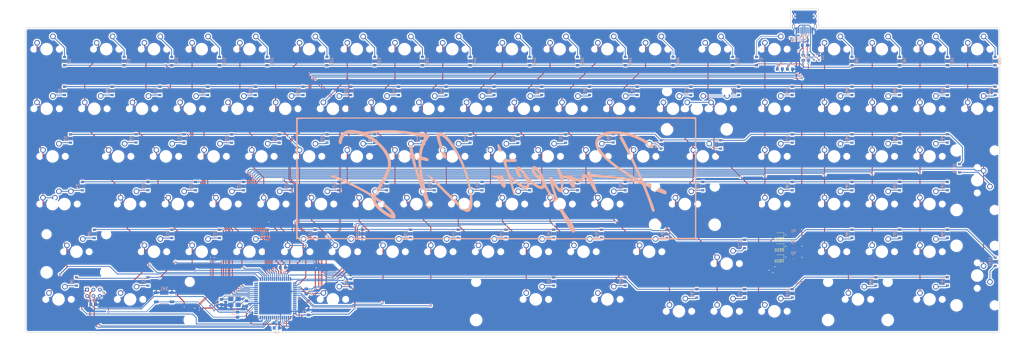
<source format=kicad_pcb>
(kicad_pcb (version 20171130) (host pcbnew "(5.1.6)-1")
  (layers (0 F.Cu signal) (31 B.Cu signal) (34 B.Paste user) (35 F.Paste user) (36 B.SilkS user) (37 F.SilkS user) (38 B.Mask user) (39 F.Mask user) (44 Edge.Cuts user))
  (net 0 "")
  (net 1 GND)
  (net 2 "Net-(C2-Pad1)")
  (net 3 XTAL1)
  (net 4 XTAL2)
  (net 5 +5V)
  (net 6 "Net-(D1-Pad2)")
  (net 7 ROW-0)
  (net 8 "Net-(D2-Pad2)")
  (net 9 ROW-1)
  (net 10 "Net-(D3-Pad2)")
  (net 11 ROW-2)
  (net 12 "Net-(D4-Pad2)")
  (net 13 ROW-3)
  (net 14 "Net-(D5-Pad2)")
  (net 15 ROW-4)
  (net 16 "Net-(D6-Pad2)")
  (net 17 ROW-5)
  (net 18 "Net-(D7-Pad2)")
  (net 19 "Net-(D8-Pad2)")
  (net 20 "Net-(D9-Pad2)")
  (net 21 "Net-(D10-Pad2)")
  (net 22 "Net-(D11-Pad2)")
  (net 23 "Net-(D12-Pad2)")
  (net 24 "Net-(D13-Pad2)")
  (net 25 "Net-(D14-Pad2)")
  (net 26 "Net-(D15-Pad2)")
  (net 27 "Net-(D16-Pad2)")
  (net 28 "Net-(D17-Pad2)")
  (net 29 "Net-(D18-Pad2)")
  (net 30 "Net-(D19-Pad2)")
  (net 31 "Net-(D20-Pad2)")
  (net 32 "Net-(D21-Pad2)")
  (net 33 "Net-(D22-Pad2)")
  (net 34 "Net-(D23-Pad2)")
  (net 35 "Net-(D24-Pad2)")
  (net 36 "Net-(D25-Pad2)")
  (net 37 "Net-(D26-Pad2)")
  (net 38 "Net-(D27-Pad2)")
  (net 39 "Net-(D28-Pad2)")
  (net 40 "Net-(D29-Pad2)")
  (net 41 "Net-(D30-Pad2)")
  (net 42 "Net-(D31-Pad2)")
  (net 43 "Net-(D32-Pad2)")
  (net 44 "Net-(D33-Pad2)")
  (net 45 "Net-(D34-Pad2)")
  (net 46 "Net-(D35-Pad2)")
  (net 47 "Net-(D36-Pad2)")
  (net 48 "Net-(D37-Pad2)")
  (net 49 "Net-(D38-Pad2)")
  (net 50 "Net-(D39-Pad2)")
  (net 51 "Net-(D40-Pad2)")
  (net 52 "Net-(D41-Pad2)")
  (net 53 "Net-(D42-Pad2)")
  (net 54 "Net-(D43-Pad2)")
  (net 55 "Net-(D44-Pad2)")
  (net 56 "Net-(D45-Pad2)")
  (net 57 "Net-(D46-Pad2)")
  (net 58 "Net-(D47-Pad2)")
  (net 59 "Net-(D48-Pad2)")
  (net 60 "Net-(D49-Pad2)")
  (net 61 "Net-(D50-Pad2)")
  (net 62 "Net-(D51-Pad2)")
  (net 63 "Net-(D52-Pad2)")
  (net 64 "Net-(D53-Pad2)")
  (net 65 "Net-(D54-Pad2)")
  (net 66 "Net-(D55-Pad2)")
  (net 67 "Net-(D56-Pad2)")
  (net 68 "Net-(D57-Pad2)")
  (net 69 "Net-(D58-Pad2)")
  (net 70 "Net-(D59-Pad2)")
  (net 71 "Net-(D60-Pad2)")
  (net 72 "Net-(D61-Pad2)")
  (net 73 "Net-(D62-Pad2)")
  (net 74 "Net-(D63-Pad2)")
  (net 75 "Net-(D64-Pad2)")
  (net 76 "Net-(D65-Pad2)")
  (net 77 "Net-(D66-Pad2)")
  (net 78 "Net-(D67-Pad2)")
  (net 79 "Net-(D68-Pad2)")
  (net 80 "Net-(D69-Pad2)")
  (net 81 "Net-(D70-Pad2)")
  (net 82 "Net-(D71-Pad2)")
  (net 83 "Net-(D72-Pad2)")
  (net 84 "Net-(D73-Pad2)")
  (net 85 "Net-(D74-Pad2)")
  (net 86 "Net-(D75-Pad2)")
  (net 87 "Net-(D76-Pad2)")
  (net 88 "Net-(D77-Pad2)")
  (net 89 "Net-(D78-Pad2)")
  (net 90 "Net-(D79-Pad2)")
  (net 91 "Net-(D80-Pad2)")
  (net 92 "Net-(D81-Pad2)")
  (net 93 "Net-(D82-Pad2)")
  (net 94 "Net-(D83-Pad2)")
  (net 95 "Net-(D84-Pad2)")
  (net 96 "Net-(D85-Pad2)")
  (net 97 "Net-(D86-Pad2)")
  (net 98 "Net-(D87-Pad2)")
  (net 99 "Net-(D88-Pad2)")
  (net 100 "Net-(D89-Pad2)")
  (net 101 "Net-(D90-Pad2)")
  (net 102 "Net-(D91-Pad2)")
  (net 103 "Net-(D92-Pad2)")
  (net 104 "Net-(D93-Pad2)")
  (net 105 "Net-(D94-Pad2)")
  (net 106 "Net-(D95-Pad2)")
  (net 107 "Net-(D96-Pad2)")
  (net 108 "Net-(D97-Pad2)")
  (net 109 "Net-(D98-Pad2)")
  (net 110 "Net-(D99-Pad2)")
  (net 111 "Net-(D100-Pad2)")
  (net 112 "Net-(D101-Pad2)")
  (net 113 VCC)
  (net 114 RESET)
  (net 115 MOSI)
  (net 116 SCK)
  (net 117 MISO)
  (net 118 COL-0)
  (net 119 COL-1)
  (net 120 COL-2)
  (net 121 COL-3)
  (net 122 COL-4)
  (net 123 COL-5)
  (net 124 COL-6)
  (net 125 COL-7)
  (net 126 COL-8)
  (net 127 COL-9)
  (net 128 COL-10)
  (net 129 COL-11)
  (net 130 COL-12)
  (net 131 COL-13)
  (net 132 COL-14)
  (net 133 COL-15)
  (net 134 COL-16)
  (net 135 COL-17)
  (net 136 COL-18)
  (net 137 COL-19)
  (net 138 "Net-(RC1-Pad2)")
  (net 139 D-)
  (net 140 D+)
  (net 141 "Net-(RC2-Pad1)")
  (net 142 "Net-(RC4-Pad1)")
  (net 143 "Net-(RC6-Pad2)")
  (net 144 "Net-(RC7-Pad2)")
  (net 145 "Net-(U1-Pad62)")
  (net 146 "Net-(U1-Pad61)")
  (net 147 "Net-(U1-Pad60)")
  (net 148 "Net-(U1-Pad59)")
  (net 149 "Net-(U1-Pad58)")
  (net 150 "Net-(U1-Pad57)")
  (net 151 "Net-(U1-Pad56)")
  (net 152 "Net-(U1-Pad32)")
  (net 153 "Net-(U1-Pad31)")
  (net 154 "Net-(U1-Pad19)")
  (net 155 "Net-(U1-Pad18)")
  (net 156 "Net-(U1-Pad14)")
  (net 157 "Net-(U1-Pad10)")
  (net 158 "Net-(U1-Pad9)")
  (net 159 "Net-(U1-Pad2)")
  (net 160 "Net-(U1-Pad1)")
  (net 161 "Net-(USB1-Pad3)")
  (net 162 "Net-(USB1-Pad9)")
  (net 163 "Net-(D102-Pad2)")
  (net 164 Scrol)
  (net 165 "Net-(D103-Pad1)")
  (net 166 Num)
  (net 167 "Net-(D104-Pad1)")
  (net 168 May)
  (net 169 "Net-(D105-Pad1)")
  (module Resistor_SMD:R_0805_2012Metric_Pad1.15x1.40mm_HandSolder (layer B.Cu) (at 279.025 162.1 180)
    (fp_text reference R3 (at 0 1.65) (layer B.SilkS) (effects (justify mirror)))
    (fp_text value 1k)
    (pad 2 smd roundrect (at 1.025 0 180) (size 1.15 1.4) (layers B.Cu B.Paste B.Mask) (roundrect_rratio 0.217391) (net 169 "Net-(D105-Pad1)"))
    (pad 1 smd roundrect (at -1.025 0 180) (size 1.15 1.4) (layers B.Cu B.Paste B.Mask) (roundrect_rratio 0.217391) (net 1 GND))
  )
  (module Resistor_SMD:R_0805_2012Metric_Pad1.15x1.40mm_HandSolder (layer B.Cu) (at 279.024999 166.5 180)
    (fp_text reference R2 (at 0 1.65) (layer B.SilkS) (effects (justify mirror)))
    (fp_text value 1k)
    (pad 2 smd roundrect (at 1.025 0 180) (size 1.15 1.4) (layers B.Cu B.Paste B.Mask) (roundrect_rratio 0.217391) (net 167 "Net-(D104-Pad1)"))
    (pad 1 smd roundrect (at -1.025 0 180) (size 1.15 1.4) (layers B.Cu B.Paste B.Mask) (roundrect_rratio 0.217391) (net 1 GND))
  )
  (module Resistor_SMD:R_0805_2012Metric_Pad1.15x1.40mm_HandSolder (layer B.Cu) (at 279 157.625 180)
    (fp_text reference R1 (at 0 1.65) (layer B.SilkS) (effects (justify mirror)))
    (fp_text value 1k)
    (pad 2 smd roundrect (at 1.025 0 180) (size 1.15 1.4) (layers B.Cu B.Paste B.Mask) (roundrect_rratio 0.217391) (net 165 "Net-(D103-Pad1)"))
    (pad 1 smd roundrect (at -1.025 0 180) (size 1.15 1.4) (layers B.Cu B.Paste B.Mask) (roundrect_rratio 0.217391) (net 1 GND))
  )
  (module LED_SMD:LED_0805_2012Metric_Pad1.15x1.40mm_HandSolder (layer F.Cu) (at 273.425 162.1 180)
    (fp_text reference D105 (at 0 -1.65) (layer F.SilkS))
    (fp_text value May)
    (pad 2 smd roundrect (at 1.025 0 180) (size 1.15 1.4) (layers F.Cu F.Paste F.Mask) (roundrect_rratio 0.217391) (net 168 May))
    (pad 1 smd roundrect (at -1.025 0 180) (size 1.15 1.4) (layers F.Cu F.Paste F.Mask) (roundrect_rratio 0.217391) (net 169 "Net-(D105-Pad1)"))
  )
  (module LED_SMD:LED_0805_2012Metric_Pad1.15x1.40mm_HandSolder (layer F.Cu) (at 273.4 166.475 180)
    (fp_text reference D104 (at 0 -1.65) (layer F.SilkS))
    (fp_text value Num)
    (pad 2 smd roundrect (at 1.025 0 180) (size 1.15 1.4) (layers F.Cu F.Paste F.Mask) (roundrect_rratio 0.217391) (net 166 Num))
    (pad 1 smd roundrect (at -1.025 0 180) (size 1.15 1.4) (layers F.Cu F.Paste F.Mask) (roundrect_rratio 0.217391) (net 167 "Net-(D104-Pad1)"))
  )
  (module LED_SMD:LED_0805_2012Metric_Pad1.15x1.40mm_HandSolder (layer F.Cu) (at 273.4 157.65 180)
    (fp_text reference D103 (at 0 -1.65) (layer F.SilkS))
    (fp_text value Scroll)
    (pad 2 smd roundrect (at 1.025 0 180) (size 1.15 1.4) (layers F.Cu F.Paste F.Mask) (roundrect_rratio 0.217391) (net 164 Scrol))
    (pad 1 smd roundrect (at -1.025 0 180) (size 1.15 1.4) (layers F.Cu F.Paste F.Mask) (roundrect_rratio 0.217391) (net 165 "Net-(D103-Pad1)"))
  )
  (module LOGO:Proyecto_CFS (layer B.Cu) (at 163.025 180.025 180)
    (fp_text reference G*** hide)
    (fp_text value LOGO hide)
  )
  (module Type-C:HRO-TYPE-C-31-M-12-HandSoldering (layer B.Cu) (at 283.45 67.605)
    (fp_text reference USB1 (at 0 10.2) (layer B.SilkS) (effects (justify mirror)))
    (fp_text value HRO-TYPE-C-31-M-12)
    (pad 12 smd rect (at 3.225 8.195) (size 0.6 2.45) (layers B.Cu B.Paste B.Mask) (net 1 GND))
    (pad 1 smd rect (at -3.225 8.195) (size 0.6 2.45) (layers B.Cu B.Paste B.Mask) (net 1 GND))
    (pad 11 smd rect (at 2.45 8.195) (size 0.6 2.45) (layers B.Cu B.Paste B.Mask) (net 113 VCC))
    (pad 2 smd rect (at -2.45 8.195) (size 0.6 2.45) (layers B.Cu B.Paste B.Mask) (net 113 VCC))
    (pad 3 smd rect (at -1.75 8.195) (size 0.3 2.45) (layers B.Cu B.Paste B.Mask) (net 161 "Net-(USB1-Pad3)"))
    (pad 10 smd rect (at 1.75 8.195) (size 0.3 2.45) (layers B.Cu B.Paste B.Mask) (net 144 "Net-(RC7-Pad2)"))
    (pad 4 smd rect (at -1.25 8.195) (size 0.3 2.45) (layers B.Cu B.Paste B.Mask) (net 143 "Net-(RC6-Pad2)"))
    (pad 9 smd rect (at 1.25 8.195) (size 0.3 2.45) (layers B.Cu B.Paste B.Mask) (net 162 "Net-(USB1-Pad9)"))
    (pad 5 smd rect (at -0.75 8.195) (size 0.3 2.45) (layers B.Cu B.Paste B.Mask) (net 138 "Net-(RC1-Pad2)"))
    (pad 8 smd rect (at 0.75 8.195) (size 0.3 2.45) (layers B.Cu B.Paste B.Mask) (net 141 "Net-(RC2-Pad1)"))
    (pad 7 smd rect (at 0.25 8.195) (size 0.3 2.45) (layers B.Cu B.Paste B.Mask) (net 138 "Net-(RC1-Pad2)"))
    (pad 6 smd rect (at -0.25 8.195) (size 0.3 2.45) (layers B.Cu B.Paste B.Mask) (net 141 "Net-(RC2-Pad1)"))
    (pad "" np_thru_hole circle (at 2.89 6.25) (size 0.65 0.65) (drill 0.65) (layers *.Cu *.Mask))
    (pad "" np_thru_hole circle (at -2.89 6.25) (size 0.65 0.65) (drill 0.65) (layers *.Cu *.Mask))
    (pad 13 thru_hole oval (at -4.32 6.78) (size 1 2.1) (drill oval 0.6 1.7) (layers *.Cu F.Mask) (net 1 GND))
    (pad 13 thru_hole oval (at 4.32 6.78) (size 1 2.1) (drill oval 0.6 1.7) (layers *.Cu F.Mask) (net 1 GND))
    (pad 13 thru_hole oval (at -4.32 2.6) (size 1 1.6) (drill oval 0.6 1.2) (layers *.Cu F.Mask) (net 1 GND))
    (pad 13 thru_hole oval (at 4.32 2.6) (size 1 1.6) (drill oval 0.6 1.2) (layers *.Cu F.Mask) (net 1 GND))
  )
  (module MX_Only:MXOnly-1U-NoLED (layer F.Cu) (at 271.4625 83.34375)
    (fp_text reference MX79)
    (fp_text value "SCROL LOCK")
    (pad 2 thru_hole circle (at 2.54 -5.08) (size 2.25 2.25) (drill 1.47) (layers *.Cu B.Mask) (net 88 "Net-(D77-Pad2)"))
    (pad "" np_thru_hole circle (at 0 0) (size 3.9878 3.9878) (drill 3.9878) (layers *.Cu *.Mask))
    (pad 1 thru_hole circle (at -3.81 -2.54) (size 2.25 2.25) (drill 1.47) (layers *.Cu B.Mask) (net 133 COL-15))
    (pad "" np_thru_hole circle (at -5.08 0 48.0996) (size 1.75 1.75) (drill 1.75) (layers *.Cu *.Mask))
    (pad "" np_thru_hole circle (at 5.08 0 48.0996) (size 1.75 1.75) (drill 1.75) (layers *.Cu *.Mask))
  )
  (module MX_Only:MXOnly-1U-NoLED (layer F.Cu) (at 142.875 83.34375)
    (fp_text reference MX45)
    (fp_text value F8)
    (pad 2 thru_hole circle (at 2.54 -5.08) (size 2.25 2.25) (drill 1.47) (layers *.Cu B.Mask) (net 55 "Net-(D44-Pad2)"))
    (pad "" np_thru_hole circle (at 0 0) (size 3.9878 3.9878) (drill 3.9878) (layers *.Cu *.Mask))
    (pad 1 thru_hole circle (at -3.81 -2.54) (size 2.25 2.25) (drill 1.47) (layers *.Cu B.Mask) (net 126 COL-8))
    (pad "" np_thru_hole circle (at -5.08 0 48.0996) (size 1.75 1.75) (drill 1.75) (layers *.Cu *.Mask))
    (pad "" np_thru_hole circle (at 5.08 0 48.0996) (size 1.75 1.75) (drill 1.75) (layers *.Cu *.Mask))
  )
  (module MX_Only:MXOnly-1U-NoLED (layer F.Cu) (at 333.375 107.15625)
    (fp_text reference MX95)
    (fp_text value NUM*)
    (pad 2 thru_hole circle (at 2.54 -5.08) (size 2.25 2.25) (drill 1.47) (layers *.Cu B.Mask) (net 104 "Net-(D93-Pad2)"))
    (pad "" np_thru_hole circle (at 0 0) (size 3.9878 3.9878) (drill 3.9878) (layers *.Cu *.Mask))
    (pad 1 thru_hole circle (at -3.81 -2.54) (size 2.25 2.25) (drill 1.47) (layers *.Cu B.Mask) (net 136 COL-18))
    (pad "" np_thru_hole circle (at -5.08 0 48.0996) (size 1.75 1.75) (drill 1.75) (layers *.Cu *.Mask))
    (pad "" np_thru_hole circle (at 5.08 0 48.0996) (size 1.75 1.75) (drill 1.75) (layers *.Cu *.Mask))
  )
  (module Diode_SMD:D_SOD-123 (layer B.Cu) (at 359.56875 168.3375 270)
    (fp_text reference D101 (at 0 2 90) (layer B.SilkS) (effects (justify mirror)))
    (fp_text value D_Small)
    (pad 2 smd rect (at 1.65 0 270) (size 0.9 1.2) (layers B.Cu B.Paste B.Mask) (net 112 "Net-(D101-Pad2)"))
    (pad 1 smd rect (at -1.65 0 270) (size 0.9 1.2) (layers B.Cu B.Paste B.Mask) (net 15 ROW-4))
  )
  (module Diode_SMD:D_SOD-123 (layer B.Cu) (at 359.575 100 270)
    (fp_text reference D99 (at 0 2 90) (layer B.SilkS) (effects (justify mirror)))
    (fp_text value D_Small)
    (pad 2 smd rect (at 1.65 0 270) (size 0.9 1.2) (layers B.Cu B.Paste B.Mask) (net 110 "Net-(D99-Pad2)"))
    (pad 1 smd rect (at -1.65 0 270) (size 0.9 1.2) (layers B.Cu B.Paste B.Mask) (net 9 ROW-1))
  )
  (module Diode_SMD:D_SOD-123 (layer B.Cu) (at 340.5 176.18 270)
    (fp_text reference D97 (at 0 2 90) (layer B.SilkS) (effects (justify mirror)))
    (fp_text value D_Small)
    (pad 2 smd rect (at 1.65 0 270) (size 0.9 1.2) (layers B.Cu B.Paste B.Mask) (net 108 "Net-(D97-Pad2)"))
    (pad 1 smd rect (at -1.65 0 270) (size 0.9 1.2) (layers B.Cu B.Paste B.Mask) (net 17 ROW-5))
  )
  (module Diode_SMD:D_SOD-123 (layer B.Cu) (at 340.51875 138.10125 270)
    (fp_text reference D95 (at 0 2 90) (layer B.SilkS) (effects (justify mirror)))
    (fp_text value D_Small)
    (pad 2 smd rect (at 1.65 0 270) (size 0.9 1.2) (layers B.Cu B.Paste B.Mask) (net 106 "Net-(D95-Pad2)"))
    (pad 1 smd rect (at -1.65 0 270) (size 0.9 1.2) (layers B.Cu B.Paste B.Mask) (net 13 ROW-3))
  )
  (module Diode_SMD:D_SOD-123 (layer B.Cu) (at 302.41875 157.17 270)
    (fp_text reference D85 (at 0 2 90) (layer B.SilkS) (effects (justify mirror)))
    (fp_text value D_Small)
    (pad 2 smd rect (at 1.65 0 270) (size 0.9 1.2) (layers B.Cu B.Paste B.Mask) (net 96 "Net-(D85-Pad2)"))
    (pad 1 smd rect (at -1.65 0 270) (size 0.9 1.2) (layers B.Cu B.Paste B.Mask) (net 15 ROW-4))
  )
  (module Diode_SMD:D_SOD-123 (layer B.Cu) (at 302.41875 138.13 270)
    (fp_text reference D84 (at 0 2 90) (layer B.SilkS) (effects (justify mirror)))
    (fp_text value D_Small)
    (pad 2 smd rect (at 1.65 0 270) (size 0.9 1.2) (layers B.Cu B.Paste B.Mask) (net 95 "Net-(D84-Pad2)"))
    (pad 1 smd rect (at -1.65 0 270) (size 0.9 1.2) (layers B.Cu B.Paste B.Mask) (net 13 ROW-3))
  )
  (module Diode_SMD:D_SOD-123 (layer B.Cu) (at 302.41875 100.0225 270)
    (fp_text reference D82 (at 0 2 90) (layer B.SilkS) (effects (justify mirror)))
    (fp_text value D_Small)
    (pad 2 smd rect (at 1.65 0 270) (size 0.9 1.2) (layers B.Cu B.Paste B.Mask) (net 93 "Net-(D82-Pad2)"))
    (pad 1 smd rect (at -1.65 0 270) (size 0.9 1.2) (layers B.Cu B.Paste B.Mask) (net 9 ROW-1))
  )
  (module Diode_SMD:D_SOD-123 (layer B.Cu) (at 278.60625 138.1125 270)
    (fp_text reference D80 (at 0 2 90) (layer B.SilkS) (effects (justify mirror)))
    (fp_text value D_Small)
    (pad 2 smd rect (at 1.65 0 270) (size 0.9 1.2) (layers B.Cu B.Paste B.Mask) (net 91 "Net-(D80-Pad2)"))
    (pad 1 smd rect (at -1.65 0 270) (size 0.9 1.2) (layers B.Cu B.Paste B.Mask) (net 13 ROW-3))
  )
  (module Diode_SMD:D_SOD-123 (layer B.Cu) (at 278.60625 100.0225 270)
    (fp_text reference D78 (at 0 2 90) (layer B.SilkS) (effects (justify mirror)))
    (fp_text value D_Small)
    (pad 2 smd rect (at 1.65 0 270) (size 0.9 1.2) (layers B.Cu B.Paste B.Mask) (net 89 "Net-(D78-Pad2)"))
    (pad 1 smd rect (at -1.65 0 270) (size 0.9 1.2) (layers B.Cu B.Paste B.Mask) (net 9 ROW-1))
  )
  (module Diode_SMD:D_SOD-123 (layer B.Cu) (at 242.8875 138.10125 270)
    (fp_text reference D72 (at 0 2 90) (layer B.SilkS) (effects (justify mirror)))
    (fp_text value D_Small)
    (pad 2 smd rect (at 1.65 0 270) (size 0.9 1.2) (layers B.Cu B.Paste B.Mask) (net 83 "Net-(D72-Pad2)"))
    (pad 1 smd rect (at -1.65 0 270) (size 0.9 1.2) (layers B.Cu B.Paste B.Mask) (net 13 ROW-3))
  )
  (module Diode_SMD:D_SOD-123 (layer B.Cu) (at 228.6 157.1625 270)
    (fp_text reference D64 (at 0 2 90) (layer B.SilkS) (effects (justify mirror)))
    (fp_text value D_Small)
    (pad 2 smd rect (at 1.65 0 270) (size 0.9 1.2) (layers B.Cu B.Paste B.Mask) (net 75 "Net-(D64-Pad2)"))
    (pad 1 smd rect (at -1.65 0 270) (size 0.9 1.2) (layers B.Cu B.Paste B.Mask) (net 15 ROW-4))
  )
  (module Diode_SMD:D_SOD-123 (layer B.Cu) (at 211.93125 138.10125 270)
    (fp_text reference D63 (at 0 2 90) (layer B.SilkS) (effects (justify mirror)))
    (fp_text value D_Small)
    (pad 2 smd rect (at 1.65 0 270) (size 0.9 1.2) (layers B.Cu B.Paste B.Mask) (net 74 "Net-(D63-Pad2)"))
    (pad 1 smd rect (at -1.65 0 270) (size 0.9 1.2) (layers B.Cu B.Paste B.Mask) (net 13 ROW-3))
  )
  (module Diode_SMD:D_SOD-123 (layer B.Cu) (at 197.64375 100.0225 270)
    (fp_text reference D61 (at 0 2 90) (layer B.SilkS) (effects (justify mirror)))
    (fp_text value D_Small)
    (pad 2 smd rect (at 1.65 0 270) (size 0.9 1.2) (layers B.Cu B.Paste B.Mask) (net 72 "Net-(D61-Pad2)"))
    (pad 1 smd rect (at -1.65 0 270) (size 0.9 1.2) (layers B.Cu B.Paste B.Mask) (net 9 ROW-1))
  )
  (module Diode_SMD:D_SOD-123 (layer B.Cu) (at 192.88125 138.10125 270)
    (fp_text reference D58 (at 0 2 90) (layer B.SilkS) (effects (justify mirror)))
    (fp_text value D_Small)
    (pad 2 smd rect (at 1.65 0 270) (size 0.9 1.2) (layers B.Cu B.Paste B.Mask) (net 69 "Net-(D58-Pad2)"))
    (pad 1 smd rect (at -1.65 0 270) (size 0.9 1.2) (layers B.Cu B.Paste B.Mask) (net 13 ROW-3))
  )
  (module Diode_SMD:D_SOD-123 (layer B.Cu) (at 178.59375 100.0225 270)
    (fp_text reference D56 (at 0 2 90) (layer B.SilkS) (effects (justify mirror)))
    (fp_text value D_Small)
    (pad 2 smd rect (at 1.65 0 270) (size 0.9 1.2) (layers B.Cu B.Paste B.Mask) (net 67 "Net-(D56-Pad2)"))
    (pad 1 smd rect (at -1.65 0 270) (size 0.9 1.2) (layers B.Cu B.Paste B.Mask) (net 9 ROW-1))
  )
  (module Diode_SMD:D_SOD-123 (layer B.Cu) (at 183.35625 176.2125 270)
    (fp_text reference D54 (at 0 2 90) (layer B.SilkS) (effects (justify mirror)))
    (fp_text value D_Small)
    (pad 2 smd rect (at 1.65 0 270) (size 0.9 1.2) (layers B.Cu B.Paste B.Mask) (net 65 "Net-(D54-Pad2)"))
    (pad 1 smd rect (at -1.65 0 270) (size 0.9 1.2) (layers B.Cu B.Paste B.Mask) (net 17 ROW-5))
  )
  (module Diode_SMD:D_SOD-123 (layer B.Cu) (at 183.35625 157.17125 270)
    (fp_text reference D53 (at 0 2 90) (layer B.SilkS) (effects (justify mirror)))
    (fp_text value D_Small)
    (pad 2 smd rect (at 1.65 0 270) (size 0.9 1.2) (layers B.Cu B.Paste B.Mask) (net 64 "Net-(D53-Pad2)"))
    (pad 1 smd rect (at -1.65 0 270) (size 0.9 1.2) (layers B.Cu B.Paste B.Mask) (net 15 ROW-4))
  )
  (module Diode_SMD:D_SOD-123 (layer B.Cu) (at 173.83125 138.10125 270)
    (fp_text reference D52 (at 0 2 90) (layer B.SilkS) (effects (justify mirror)))
    (fp_text value D_Small)
    (pad 2 smd rect (at 1.65 0 270) (size 0.9 1.2) (layers B.Cu B.Paste B.Mask) (net 63 "Net-(D52-Pad2)"))
    (pad 1 smd rect (at -1.65 0 270) (size 0.9 1.2) (layers B.Cu B.Paste B.Mask) (net 13 ROW-3))
  )
  (module Diode_SMD:D_SOD-123 (layer B.Cu) (at 159.54375 100.0225 270)
    (fp_text reference D50 (at 0 2 90) (layer B.SilkS) (effects (justify mirror)))
    (fp_text value D_Small)
    (pad 2 smd rect (at 1.65 0 270) (size 0.9 1.2) (layers B.Cu B.Paste B.Mask) (net 61 "Net-(D50-Pad2)"))
    (pad 1 smd rect (at -1.65 0 270) (size 0.9 1.2) (layers B.Cu B.Paste B.Mask) (net 9 ROW-1))
  )
  (module Diode_SMD:D_SOD-123 (layer B.Cu) (at 164.30625 157.18 270)
    (fp_text reference D48 (at 0 2 90) (layer B.SilkS) (effects (justify mirror)))
    (fp_text value D_Small)
    (pad 2 smd rect (at 1.65 0 270) (size 0.9 1.2) (layers B.Cu B.Paste B.Mask) (net 59 "Net-(D48-Pad2)"))
    (pad 1 smd rect (at -1.65 0 270) (size 0.9 1.2) (layers B.Cu B.Paste B.Mask) (net 15 ROW-4))
  )
  (module Diode_SMD:D_SOD-123 (layer B.Cu) (at 140.42 100.02 270)
    (fp_text reference D45 (at 0 2 90) (layer B.SilkS) (effects (justify mirror)))
    (fp_text value D_Small)
    (pad 2 smd rect (at 1.65 0 270) (size 0.9 1.2) (layers B.Cu B.Paste B.Mask) (net 56 "Net-(D45-Pad2)"))
    (pad 1 smd rect (at -1.65 0 270) (size 0.9 1.2) (layers B.Cu B.Paste B.Mask) (net 9 ROW-1))
  )
  (module Diode_SMD:D_SOD-123 (layer B.Cu) (at 145.25625 157.18 270)
    (fp_text reference D43 (at 0 2 90) (layer B.SilkS) (effects (justify mirror)))
    (fp_text value D_Small)
    (pad 2 smd rect (at 1.65 0 270) (size 0.9 1.2) (layers B.Cu B.Paste B.Mask) (net 54 "Net-(D43-Pad2)"))
    (pad 1 smd rect (at -1.65 0 270) (size 0.9 1.2) (layers B.Cu B.Paste B.Mask) (net 15 ROW-4))
  )
  (module Diode_SMD:D_SOD-123 (layer B.Cu) (at 135.73125 138.10125 270)
    (fp_text reference D42 (at 0 2 90) (layer B.SilkS) (effects (justify mirror)))
    (fp_text value D_Small)
    (pad 2 smd rect (at 1.65 0 270) (size 0.9 1.2) (layers B.Cu B.Paste B.Mask) (net 53 "Net-(D42-Pad2)"))
    (pad 1 smd rect (at -1.65 0 270) (size 0.9 1.2) (layers B.Cu B.Paste B.Mask) (net 13 ROW-3))
  )
  (module Diode_SMD:D_SOD-123 (layer B.Cu) (at 121.44375 100.0225 270)
    (fp_text reference D40 (at 0 2 90) (layer B.SilkS) (effects (justify mirror)))
    (fp_text value D_Small)
    (pad 2 smd rect (at 1.65 0 270) (size 0.9 1.2) (layers B.Cu B.Paste B.Mask) (net 51 "Net-(D40-Pad2)"))
    (pad 1 smd rect (at -1.65 0 270) (size 0.9 1.2) (layers B.Cu B.Paste B.Mask) (net 9 ROW-1))
  )
  (module Diode_SMD:D_SOD-123 (layer B.Cu) (at 126.20625 157.17125 270)
    (fp_text reference D38 (at 0 2 90) (layer B.SilkS) (effects (justify mirror)))
    (fp_text value D_Small)
    (pad 2 smd rect (at 1.65 0 270) (size 0.9 1.2) (layers B.Cu B.Paste B.Mask) (net 49 "Net-(D38-Pad2)"))
    (pad 1 smd rect (at -1.65 0 270) (size 0.9 1.2) (layers B.Cu B.Paste B.Mask) (net 15 ROW-4))
  )
  (module Diode_SMD:D_SOD-123 (layer B.Cu) (at 116.68125 138.10125 270)
    (fp_text reference D37 (at 0 2 90) (layer B.SilkS) (effects (justify mirror)))
    (fp_text value D_Small)
    (pad 2 smd rect (at 1.65 0 270) (size 0.9 1.2) (layers B.Cu B.Paste B.Mask) (net 48 "Net-(D37-Pad2)"))
    (pad 1 smd rect (at -1.65 0 270) (size 0.9 1.2) (layers B.Cu B.Paste B.Mask) (net 13 ROW-3))
  )
  (module Diode_SMD:D_SOD-123 (layer B.Cu) (at 102.39375 100.0225 270)
    (fp_text reference D35 (at 0 2 90) (layer B.SilkS) (effects (justify mirror)))
    (fp_text value D_Small)
    (pad 2 smd rect (at 1.65 0 270) (size 0.9 1.2) (layers B.Cu B.Paste B.Mask) (net 46 "Net-(D35-Pad2)"))
    (pad 1 smd rect (at -1.65 0 270) (size 0.9 1.2) (layers B.Cu B.Paste B.Mask) (net 9 ROW-1))
  )
  (module Diode_SMD:D_SOD-123 (layer B.Cu) (at 97.63125 138.10125 270)
    (fp_text reference D31 (at 0 2 90) (layer B.SilkS) (effects (justify mirror)))
    (fp_text value D_Small)
    (pad 2 smd rect (at 1.65 0 270) (size 0.9 1.2) (layers B.Cu B.Paste B.Mask) (net 42 "Net-(D31-Pad2)"))
    (pad 1 smd rect (at -1.65 0 270) (size 0.9 1.2) (layers B.Cu B.Paste B.Mask) (net 13 ROW-3))
  )
  (module Diode_SMD:D_SOD-123 (layer B.Cu) (at 83.34375 100.0225 270)
    (fp_text reference D29 (at 0 2 90) (layer B.SilkS) (effects (justify mirror)))
    (fp_text value D_Small)
    (pad 2 smd rect (at 1.65 0 270) (size 0.9 1.2) (layers B.Cu B.Paste B.Mask) (net 40 "Net-(D29-Pad2)"))
    (pad 1 smd rect (at -1.65 0 270) (size 0.9 1.2) (layers B.Cu B.Paste B.Mask) (net 9 ROW-1))
  )
  (module Diode_SMD:D_SOD-123 (layer B.Cu) (at 88.10625 157.17125 270)
    (fp_text reference D27 (at 0 2 90) (layer B.SilkS) (effects (justify mirror)))
    (fp_text value D_Small)
    (pad 2 smd rect (at 1.65 0 270) (size 0.9 1.2) (layers B.Cu B.Paste B.Mask) (net 38 "Net-(D27-Pad2)"))
    (pad 1 smd rect (at -1.65 0 270) (size 0.9 1.2) (layers B.Cu B.Paste B.Mask) (net 15 ROW-4))
  )
  (module Diode_SMD:D_SOD-123 (layer B.Cu) (at 78.525 138.1 270)
    (fp_text reference D26 (at 0 2 90) (layer B.SilkS) (effects (justify mirror)))
    (fp_text value D_Small)
    (pad 2 smd rect (at 1.65 0 270) (size 0.9 1.2) (layers B.Cu B.Paste B.Mask) (net 37 "Net-(D26-Pad2)"))
    (pad 1 smd rect (at -1.65 0 270) (size 0.9 1.2) (layers B.Cu B.Paste B.Mask) (net 13 ROW-3))
  )
  (module Diode_SMD:D_SOD-123 (layer B.Cu) (at 64.29375 100.0225 270)
    (fp_text reference D24 (at 0 2 90) (layer B.SilkS) (effects (justify mirror)))
    (fp_text value D_Small)
    (pad 2 smd rect (at 1.65 0 270) (size 0.9 1.2) (layers B.Cu B.Paste B.Mask) (net 35 "Net-(D24-Pad2)"))
    (pad 1 smd rect (at -1.65 0 270) (size 0.9 1.2) (layers B.Cu B.Paste B.Mask) (net 9 ROW-1))
  )
  (module Diode_SMD:D_SOD-123 (layer B.Cu) (at 69.05625 157.2 270)
    (fp_text reference D22 (at 0 2 90) (layer B.SilkS) (effects (justify mirror)))
    (fp_text value D_Small)
    (pad 2 smd rect (at 1.65 0 270) (size 0.9 1.2) (layers B.Cu B.Paste B.Mask) (net 33 "Net-(D22-Pad2)"))
    (pad 1 smd rect (at -1.65 0 270) (size 0.9 1.2) (layers B.Cu B.Paste B.Mask) (net 15 ROW-4))
  )
  (module Diode_SMD:D_SOD-123 (layer B.Cu) (at 59.53125 138.10125 270)
    (fp_text reference D21 (at 0 2 90) (layer B.SilkS) (effects (justify mirror)))
    (fp_text value D_Small)
    (pad 2 smd rect (at 1.65 0 270) (size 0.9 1.2) (layers B.Cu B.Paste B.Mask) (net 32 "Net-(D21-Pad2)"))
    (pad 1 smd rect (at -1.65 0 270) (size 0.9 1.2) (layers B.Cu B.Paste B.Mask) (net 13 ROW-3))
  )
  (module Diode_SMD:D_SOD-123 (layer B.Cu) (at 45.24375 100.0225 270)
    (fp_text reference D19 (at 0 2 90) (layer B.SilkS) (effects (justify mirror)))
    (fp_text value D_Small)
    (pad 2 smd rect (at 1.65 0 270) (size 0.9 1.2) (layers B.Cu B.Paste B.Mask) (net 30 "Net-(D19-Pad2)"))
    (pad 1 smd rect (at -1.65 0 270) (size 0.9 1.2) (layers B.Cu B.Paste B.Mask) (net 9 ROW-1))
  )
  (module Diode_SMD:D_SOD-123 (layer B.Cu) (at 21.43125 176.2125 270)
    (fp_text reference D17 (at 0 2 90) (layer B.SilkS) (effects (justify mirror)))
    (fp_text value D_Small)
    (pad 2 smd rect (at 1.65 0 270) (size 0.9 1.2) (layers B.Cu B.Paste B.Mask) (net 28 "Net-(D17-Pad2)"))
    (pad 1 smd rect (at -1.65 0 270) (size 0.9 1.2) (layers B.Cu B.Paste B.Mask) (net 17 ROW-5))
  )
  (module Diode_SMD:D_SOD-123 (layer B.Cu) (at 50.00625 157.2 270)
    (fp_text reference D16 (at 0 2 90) (layer B.SilkS) (effects (justify mirror)))
    (fp_text value D_Small)
    (pad 2 smd rect (at 1.65 0 270) (size 0.9 1.2) (layers B.Cu B.Paste B.Mask) (net 27 "Net-(D16-Pad2)"))
    (pad 1 smd rect (at -1.65 0 270) (size 0.9 1.2) (layers B.Cu B.Paste B.Mask) (net 15 ROW-4))
  )
  (module Diode_SMD:D_SOD-123 (layer B.Cu) (at 40.41125 138.10125 270)
    (fp_text reference D15 (at 0 2 90) (layer B.SilkS) (effects (justify mirror)))
    (fp_text value D_Small)
    (pad 2 smd rect (at 1.65 0 270) (size 0.9 1.2) (layers B.Cu B.Paste B.Mask) (net 26 "Net-(D15-Pad2)"))
    (pad 1 smd rect (at -1.65 0 270) (size 0.9 1.2) (layers B.Cu B.Paste B.Mask) (net 13 ROW-3))
  )
  (module Diode_SMD:D_SOD-123 (layer B.Cu) (at 26.19375 100.0225 270)
    (fp_text reference D13 (at 0 2 90) (layer B.SilkS) (effects (justify mirror)))
    (fp_text value D_Small)
    (pad 2 smd rect (at 1.65 0 270) (size 0.9 1.2) (layers B.Cu B.Paste B.Mask) (net 24 "Net-(D13-Pad2)"))
    (pad 1 smd rect (at -1.65 0 270) (size 0.9 1.2) (layers B.Cu B.Paste B.Mask) (net 9 ROW-1))
  )
  (module Diode_SMD:D_SOD-123 (layer B.Cu) (at 30.95625 157.2 270)
    (fp_text reference D11 (at 0 2 90) (layer B.SilkS) (effects (justify mirror)))
    (fp_text value D_Small)
    (pad 2 smd rect (at 1.65 0 270) (size 0.9 1.2) (layers B.Cu B.Paste B.Mask) (net 22 "Net-(D11-Pad2)"))
    (pad 1 smd rect (at -1.65 0 270) (size 0.9 1.2) (layers B.Cu B.Paste B.Mask) (net 15 ROW-4))
  )
  (module Diode_SMD:D_SOD-123 (layer B.Cu) (at 21.43125 138.10125 270)
    (fp_text reference D10 (at 0 2 90) (layer B.SilkS) (effects (justify mirror)))
    (fp_text value D_Small)
    (pad 2 smd rect (at 1.65 0 270) (size 0.9 1.2) (layers B.Cu B.Paste B.Mask) (net 21 "Net-(D10-Pad2)"))
    (pad 1 smd rect (at -1.65 0 270) (size 0.9 1.2) (layers B.Cu B.Paste B.Mask) (net 13 ROW-3))
  )
  (module Diode_SMD:D_SOD-123 (layer B.Cu) (at 7.14375 100.0225 270)
    (fp_text reference D8 (at 0 2 90) (layer B.SilkS) (effects (justify mirror)))
    (fp_text value D_Small)
    (pad 2 smd rect (at 1.65 0 270) (size 0.9 1.2) (layers B.Cu B.Paste B.Mask) (net 19 "Net-(D8-Pad2)"))
    (pad 1 smd rect (at -1.65 0 270) (size 0.9 1.2) (layers B.Cu B.Paste B.Mask) (net 9 ROW-1))
  )
  (module Diode_SMD:D_SOD-123 (layer B.Cu) (at -7.14375 176.2125 270)
    (fp_text reference D6 (at 0 2 90) (layer B.SilkS) (effects (justify mirror)))
    (fp_text value D_Small)
    (pad 2 smd rect (at 1.65 0 270) (size 0.9 1.2) (layers B.Cu B.Paste B.Mask) (net 16 "Net-(D6-Pad2)"))
    (pad 1 smd rect (at -1.65 0 270) (size 0.9 1.2) (layers B.Cu B.Paste B.Mask) (net 17 ROW-5))
  )
  (module Diode_SMD:D_SOD-123 (layer B.Cu) (at 0 157.2 270)
    (fp_text reference D5 (at 0 2 90) (layer B.SilkS) (effects (justify mirror)))
    (fp_text value D_Small)
    (pad 2 smd rect (at 1.65 0 270) (size 0.9 1.2) (layers B.Cu B.Paste B.Mask) (net 14 "Net-(D5-Pad2)"))
    (pad 1 smd rect (at -1.65 0 270) (size 0.9 1.2) (layers B.Cu B.Paste B.Mask) (net 15 ROW-4))
  )
  (module Diode_SMD:D_SOD-123 (layer B.Cu) (at -4.7625 138.1125 270)
    (fp_text reference D4 (at 0 2 90) (layer B.SilkS) (effects (justify mirror)))
    (fp_text value D_Small)
    (pad 2 smd rect (at 1.65 0 270) (size 0.9 1.2) (layers B.Cu B.Paste B.Mask) (net 12 "Net-(D4-Pad2)"))
    (pad 1 smd rect (at -1.65 0 270) (size 0.9 1.2) (layers B.Cu B.Paste B.Mask) (net 13 ROW-3))
  )
  (module Diode_SMD:D_SOD-123 (layer B.Cu) (at -11.90625 100.0125 270)
    (fp_text reference D2 (at 0 2 90) (layer B.SilkS) (effects (justify mirror)))
    (fp_text value D_Small)
    (pad 2 smd rect (at 1.65 0 270) (size 0.9 1.2) (layers B.Cu B.Paste B.Mask) (net 8 "Net-(D2-Pad2)"))
    (pad 1 smd rect (at -1.65 0 270) (size 0.9 1.2) (layers B.Cu B.Paste B.Mask) (net 9 ROW-1))
  )
  (module Crystal:Crystal_SMD_3225-4Pin_3.2x2.5mm_HandSoldering (layer B.Cu) (at 55.95 184.375)
    (fp_text reference Y1 (at 0 3.05) (layer B.SilkS) (effects (justify mirror)))
    (fp_text value 16MHz)
    (pad 4 smd rect (at -1.45 1.15) (size 2.1 1.8) (layers B.Cu B.Paste B.Mask) (net 1 GND))
    (pad 3 smd rect (at 1.45 1.15) (size 2.1 1.8) (layers B.Cu B.Paste B.Mask) (net 4 XTAL2))
    (pad 2 smd rect (at 1.45 -1.15) (size 2.1 1.8) (layers B.Cu B.Paste B.Mask) (net 1 GND))
    (pad 1 smd rect (at -1.45 -1.15) (size 2.1 1.8) (layers B.Cu B.Paste B.Mask) (net 3 XTAL1))
  )
  (module Fuse:Fuse_0805_2012Metric_Pad1.15x1.40mm_HandSolder (layer B.Cu) (at 283.6125 81.775)
    (fp_text reference F1 (at 0 1.65) (layer B.SilkS) (effects (justify mirror)))
    (fp_text value 500mA)
    (pad 2 smd roundrect (at 1.025 0) (size 1.15 1.4) (layers B.Cu B.Paste B.Mask) (roundrect_rratio 0.217391) (net 113 VCC))
    (pad 1 smd roundrect (at -1.025 0) (size 1.15 1.4) (layers B.Cu B.Paste B.Mask) (roundrect_rratio 0.217391) (net 5 +5V))
  )
  (module MX_Only:MXOnly-2U-NoLED (layer F.Cu) (at 352.425 173.83125 270)
    (fp_text reference MX103)
    (fp_text value "PAD ENTER")
    (pad 2 thru_hole circle (at 2.54 -5.08 270) (size 2.25 2.25) (drill 1.47) (layers *.Cu B.Mask) (net 112 "Net-(D101-Pad2)"))
    (pad "" np_thru_hole circle (at 0 0 270) (size 3.9878 3.9878) (drill 3.9878) (layers *.Cu *.Mask))
    (pad 1 thru_hole circle (at -3.81 -2.54 270) (size 2.25 2.25) (drill 1.47) (layers *.Cu B.Mask) (net 137 COL-19))
    (pad "" np_thru_hole circle (at -5.08 0 318.0996) (size 1.75 1.75) (drill 1.75) (layers *.Cu *.Mask))
    (pad "" np_thru_hole circle (at 5.08 0 318.0996) (size 1.75 1.75) (drill 1.75) (layers *.Cu *.Mask))
    (pad "" np_thru_hole circle (at -11.90625 -6.985 270) (size 3.048 3.048) (drill 3.048) (layers *.Cu *.Mask))
    (pad "" np_thru_hole circle (at 11.90625 -6.985 270) (size 3.048 3.048) (drill 3.048) (layers *.Cu *.Mask))
    (pad "" np_thru_hole circle (at -11.90625 8.255 270) (size 3.9878 3.9878) (drill 3.9878) (layers *.Cu *.Mask))
    (pad "" np_thru_hole circle (at 11.90625 8.255 270) (size 3.9878 3.9878) (drill 3.9878) (layers *.Cu *.Mask))
  )
  (module MX_Only:MXOnly-2U-NoLED (layer F.Cu) (at 352.425 135.73125 270)
    (fp_text reference MX102)
    (fp_text value NUM+)
    (pad 2 thru_hole circle (at 2.54 -5.08 270) (size 2.25 2.25) (drill 1.47) (layers *.Cu B.Mask) (net 111 "Net-(D100-Pad2)"))
    (pad "" np_thru_hole circle (at 0 0 270) (size 3.9878 3.9878) (drill 3.9878) (layers *.Cu *.Mask))
    (pad 1 thru_hole circle (at -3.81 -2.54 270) (size 2.25 2.25) (drill 1.47) (layers *.Cu B.Mask) (net 137 COL-19))
    (pad "" np_thru_hole circle (at -5.08 0 318.0996) (size 1.75 1.75) (drill 1.75) (layers *.Cu *.Mask))
    (pad "" np_thru_hole circle (at 5.08 0 318.0996) (size 1.75 1.75) (drill 1.75) (layers *.Cu *.Mask))
    (pad "" np_thru_hole circle (at -11.90625 -6.985 270) (size 3.048 3.048) (drill 3.048) (layers *.Cu *.Mask))
    (pad "" np_thru_hole circle (at 11.90625 -6.985 270) (size 3.048 3.048) (drill 3.048) (layers *.Cu *.Mask))
    (pad "" np_thru_hole circle (at -11.90625 8.255 270) (size 3.9878 3.9878) (drill 3.9878) (layers *.Cu *.Mask))
    (pad "" np_thru_hole circle (at 11.90625 8.255 270) (size 3.9878 3.9878) (drill 3.9878) (layers *.Cu *.Mask))
  )
  (module MX_Only:MXOnly-2U-NoLED (layer F.Cu) (at 304.8 183.35625)
    (fp_text reference MX88)
    (fp_text value NUM0)
    (pad 2 thru_hole circle (at 2.54 -5.08) (size 2.25 2.25) (drill 1.47) (layers *.Cu B.Mask) (net 97 "Net-(D86-Pad2)"))
    (pad "" np_thru_hole circle (at 0 0) (size 3.9878 3.9878) (drill 3.9878) (layers *.Cu *.Mask))
    (pad 1 thru_hole circle (at -3.81 -2.54) (size 2.25 2.25) (drill 1.47) (layers *.Cu B.Mask) (net 134 COL-16))
    (pad "" np_thru_hole circle (at -5.08 0 48.0996) (size 1.75 1.75) (drill 1.75) (layers *.Cu *.Mask))
    (pad "" np_thru_hole circle (at 5.08 0 48.0996) (size 1.75 1.75) (drill 1.75) (layers *.Cu *.Mask))
    (pad "" np_thru_hole circle (at -11.90625 -6.985) (size 3.048 3.048) (drill 3.048) (layers *.Cu *.Mask))
    (pad "" np_thru_hole circle (at 11.90625 -6.985) (size 3.048 3.048) (drill 3.048) (layers *.Cu *.Mask))
    (pad "" np_thru_hole circle (at -11.90625 8.255) (size 3.9878 3.9878) (drill 3.9878) (layers *.Cu *.Mask))
    (pad "" np_thru_hole circle (at 11.90625 8.255) (size 3.9878 3.9878) (drill 3.9878) (layers *.Cu *.Mask))
  )
  (module MX_Only:MXOnly-1U-NoLED (layer F.Cu) (at 271.4625 188.11875)
    (fp_text reference MX104)
    (fp_text value RIGHT)
    (pad 2 thru_hole circle (at 2.54 -5.08) (size 2.25 2.25) (drill 1.47) (layers *.Cu B.Mask) (net 163 "Net-(D102-Pad2)"))
    (pad "" np_thru_hole circle (at 0 0) (size 3.9878 3.9878) (drill 3.9878) (layers *.Cu *.Mask))
    (pad 1 thru_hole circle (at -3.81 -2.54) (size 2.25 2.25) (drill 1.47) (layers *.Cu B.Mask) (net 132 COL-14))
    (pad "" np_thru_hole circle (at -5.08 0 48.0996) (size 1.75 1.75) (drill 1.75) (layers *.Cu *.Mask))
    (pad "" np_thru_hole circle (at 5.08 0 48.0996) (size 1.75 1.75) (drill 1.75) (layers *.Cu *.Mask))
  )
  (module MX_Only:MXOnly-1U-NoLED (layer F.Cu) (at 119.0625 164.30625)
    (fp_text reference MX39)
    (fp_text value N)
    (pad 2 thru_hole circle (at 2.54 -5.08) (size 2.25 2.25) (drill 1.47) (layers *.Cu B.Mask) (net 49 "Net-(D38-Pad2)"))
    (pad "" np_thru_hole circle (at 0 0) (size 3.9878 3.9878) (drill 3.9878) (layers *.Cu *.Mask))
    (pad 1 thru_hole circle (at -3.81 -2.54) (size 2.25 2.25) (drill 1.47) (layers *.Cu B.Mask) (net 124 COL-6))
    (pad "" np_thru_hole circle (at -5.08 0 48.0996) (size 1.75 1.75) (drill 1.75) (layers *.Cu *.Mask))
    (pad "" np_thru_hole circle (at 5.08 0 48.0996) (size 1.75 1.75) (drill 1.75) (layers *.Cu *.Mask))
  )
  (module MX_Only:MXOnly-1U-NoLED (layer F.Cu) (at 128.5875 145.25625)
    (fp_text reference MX43)
    (fp_text value J)
    (pad 2 thru_hole circle (at 2.54 -5.08) (size 2.25 2.25) (drill 1.47) (layers *.Cu B.Mask) (net 53 "Net-(D42-Pad2)"))
    (pad "" np_thru_hole circle (at 0 0) (size 3.9878 3.9878) (drill 3.9878) (layers *.Cu *.Mask))
    (pad 1 thru_hole circle (at -3.81 -2.54) (size 2.25 2.25) (drill 1.47) (layers *.Cu B.Mask) (net 125 COL-7))
    (pad "" np_thru_hole circle (at -5.08 0 48.0996) (size 1.75 1.75) (drill 1.75) (layers *.Cu *.Mask))
    (pad "" np_thru_hole circle (at 5.08 0 48.0996) (size 1.75 1.75) (drill 1.75) (layers *.Cu *.Mask))
  )
  (module MX_Only:MXOnly-7U-NoLED (layer F.Cu) (at 95.25 183.35625)
    (fp_text reference MX34)
    (fp_text value SPACEBAR)
    (pad 2 thru_hole circle (at 2.54 -5.08) (size 2.25 2.25) (drill 1.47) (layers *.Cu B.Mask) (net 44 "Net-(D33-Pad2)"))
    (pad "" np_thru_hole circle (at 0 0) (size 3.9878 3.9878) (drill 3.9878) (layers *.Cu *.Mask))
    (pad 1 thru_hole circle (at -3.81 -2.54) (size 2.25 2.25) (drill 1.47) (layers *.Cu B.Mask) (net 123 COL-5))
    (pad "" np_thru_hole circle (at -5.08 0 48.0996) (size 1.75 1.75) (drill 1.75) (layers *.Cu *.Mask))
    (pad "" np_thru_hole circle (at 5.08 0 48.0996) (size 1.75 1.75) (drill 1.75) (layers *.Cu *.Mask))
    (pad "" np_thru_hole circle (at -57.15 -6.985) (size 3.048 3.048) (drill 3.048) (layers *.Cu *.Mask))
    (pad "" np_thru_hole circle (at 57.15 -6.985) (size 3.048 3.048) (drill 3.048) (layers *.Cu *.Mask))
    (pad "" np_thru_hole circle (at -57.15 8.255) (size 3.9878 3.9878) (drill 3.9878) (layers *.Cu *.Mask))
    (pad "" np_thru_hole circle (at 57.15 8.255) (size 3.9878 3.9878) (drill 3.9878) (layers *.Cu *.Mask))
  )
  (module MX_Only:MXOnly-1U-NoLED (layer F.Cu) (at 100.0125 164.30625)
    (fp_text reference MX33)
    (fp_text value B)
    (pad 2 thru_hole circle (at 2.54 -5.08) (size 2.25 2.25) (drill 1.47) (layers *.Cu B.Mask) (net 43 "Net-(D32-Pad2)"))
    (pad "" np_thru_hole circle (at 0 0) (size 3.9878 3.9878) (drill 3.9878) (layers *.Cu *.Mask))
    (pad 1 thru_hole circle (at -3.81 -2.54) (size 2.25 2.25) (drill 1.47) (layers *.Cu B.Mask) (net 123 COL-5))
    (pad "" np_thru_hole circle (at -5.08 0 48.0996) (size 1.75 1.75) (drill 1.75) (layers *.Cu *.Mask))
    (pad "" np_thru_hole circle (at 5.08 0 48.0996) (size 1.75 1.75) (drill 1.75) (layers *.Cu *.Mask))
  )
  (module MX_Only:MXOnly-1U-NoLED (layer F.Cu) (at 90.4875 145.25625)
    (fp_text reference MX32)
    (fp_text value G)
    (pad 2 thru_hole circle (at 2.54 -5.08) (size 2.25 2.25) (drill 1.47) (layers *.Cu B.Mask) (net 42 "Net-(D31-Pad2)"))
    (pad "" np_thru_hole circle (at 0 0) (size 3.9878 3.9878) (drill 3.9878) (layers *.Cu *.Mask))
    (pad 1 thru_hole circle (at -3.81 -2.54) (size 2.25 2.25) (drill 1.47) (layers *.Cu B.Mask) (net 123 COL-5))
    (pad "" np_thru_hole circle (at -5.08 0 48.0996) (size 1.75 1.75) (drill 1.75) (layers *.Cu *.Mask))
    (pad "" np_thru_hole circle (at 5.08 0 48.0996) (size 1.75 1.75) (drill 1.75) (layers *.Cu *.Mask))
  )
  (module MX_Only:MXOnly-1U-NoLED (layer F.Cu) (at 147.6375 145.25625)
    (fp_text reference MX48)
    (fp_text value K)
    (pad 2 thru_hole circle (at 2.54 -5.08) (size 2.25 2.25) (drill 1.47) (layers *.Cu B.Mask) (net 58 "Net-(D47-Pad2)"))
    (pad "" np_thru_hole circle (at 0 0) (size 3.9878 3.9878) (drill 3.9878) (layers *.Cu *.Mask))
    (pad 1 thru_hole circle (at -3.81 -2.54) (size 2.25 2.25) (drill 1.47) (layers *.Cu B.Mask) (net 126 COL-8))
    (pad "" np_thru_hole circle (at -5.08 0 48.0996) (size 1.75 1.75) (drill 1.75) (layers *.Cu *.Mask))
    (pad "" np_thru_hole circle (at 5.08 0 48.0996) (size 1.75 1.75) (drill 1.75) (layers *.Cu *.Mask))
  )
  (module MX_Only:MXOnly-1U-NoLED (layer F.Cu) (at 85.725 126.20625)
    (fp_text reference MX31)
    (fp_text value T)
    (pad 2 thru_hole circle (at 2.54 -5.08) (size 2.25 2.25) (drill 1.47) (layers *.Cu B.Mask) (net 41 "Net-(D30-Pad2)"))
    (pad "" np_thru_hole circle (at 0 0) (size 3.9878 3.9878) (drill 3.9878) (layers *.Cu *.Mask))
    (pad 1 thru_hole circle (at -3.81 -2.54) (size 2.25 2.25) (drill 1.47) (layers *.Cu B.Mask) (net 123 COL-5))
    (pad "" np_thru_hole circle (at -5.08 0 48.0996) (size 1.75 1.75) (drill 1.75) (layers *.Cu *.Mask))
    (pad "" np_thru_hole circle (at 5.08 0 48.0996) (size 1.75 1.75) (drill 1.75) (layers *.Cu *.Mask))
  )
  (module MX_Only:MXOnly-1U-NoLED (layer F.Cu) (at 138.1125 164.30625)
    (fp_text reference MX44)
    (fp_text value M)
    (pad 2 thru_hole circle (at 2.54 -5.08) (size 2.25 2.25) (drill 1.47) (layers *.Cu B.Mask) (net 54 "Net-(D43-Pad2)"))
    (pad "" np_thru_hole circle (at 0 0) (size 3.9878 3.9878) (drill 3.9878) (layers *.Cu *.Mask))
    (pad 1 thru_hole circle (at -3.81 -2.54) (size 2.25 2.25) (drill 1.47) (layers *.Cu B.Mask) (net 125 COL-7))
    (pad "" np_thru_hole circle (at -5.08 0 48.0996) (size 1.75 1.75) (drill 1.75) (layers *.Cu *.Mask))
    (pad "" np_thru_hole circle (at 5.08 0 48.0996) (size 1.75 1.75) (drill 1.75) (layers *.Cu *.Mask))
  )
  (module MX_Only:MXOnly-1U-NoLED (layer F.Cu) (at 123.825 83.34375)
    (fp_text reference MX40)
    (fp_text value F7)
    (pad 2 thru_hole circle (at 2.54 -5.08) (size 2.25 2.25) (drill 1.47) (layers *.Cu B.Mask) (net 50 "Net-(D39-Pad2)"))
    (pad "" np_thru_hole circle (at 0 0) (size 3.9878 3.9878) (drill 3.9878) (layers *.Cu *.Mask))
    (pad 1 thru_hole circle (at -3.81 -2.54) (size 2.25 2.25) (drill 1.47) (layers *.Cu B.Mask) (net 125 COL-7))
    (pad "" np_thru_hole circle (at -5.08 0 48.0996) (size 1.75 1.75) (drill 1.75) (layers *.Cu *.Mask))
    (pad "" np_thru_hole circle (at 5.08 0 48.0996) (size 1.75 1.75) (drill 1.75) (layers *.Cu *.Mask))
  )
  (module MX_Only:MXOnly-1U-NoLED (layer F.Cu) (at 95.25 107.15625)
    (fp_text reference MX36)
    (fp_text value 6)
    (pad 2 thru_hole circle (at 2.54 -5.08) (size 2.25 2.25) (drill 1.47) (layers *.Cu B.Mask) (net 46 "Net-(D35-Pad2)"))
    (pad "" np_thru_hole circle (at 0 0) (size 3.9878 3.9878) (drill 3.9878) (layers *.Cu *.Mask))
    (pad 1 thru_hole circle (at -3.81 -2.54) (size 2.25 2.25) (drill 1.47) (layers *.Cu B.Mask) (net 124 COL-6))
    (pad "" np_thru_hole circle (at -5.08 0 48.0996) (size 1.75 1.75) (drill 1.75) (layers *.Cu *.Mask))
    (pad "" np_thru_hole circle (at 5.08 0 48.0996) (size 1.75 1.75) (drill 1.75) (layers *.Cu *.Mask))
  )
  (module MX_Only:MXOnly-1U-NoLED (layer F.Cu) (at 133.35 107.15625)
    (fp_text reference MX46)
    (fp_text value 8)
    (pad 2 thru_hole circle (at 2.54 -5.08) (size 2.25 2.25) (drill 1.47) (layers *.Cu B.Mask) (net 56 "Net-(D45-Pad2)"))
    (pad "" np_thru_hole circle (at 0 0) (size 3.9878 3.9878) (drill 3.9878) (layers *.Cu *.Mask))
    (pad 1 thru_hole circle (at -3.81 -2.54) (size 2.25 2.25) (drill 1.47) (layers *.Cu B.Mask) (net 126 COL-8))
    (pad "" np_thru_hole circle (at -5.08 0 48.0996) (size 1.75 1.75) (drill 1.75) (layers *.Cu *.Mask))
    (pad "" np_thru_hole circle (at 5.08 0 48.0996) (size 1.75 1.75) (drill 1.75) (layers *.Cu *.Mask))
  )
  (module MX_Only:MXOnly-1U-NoLED (layer F.Cu) (at 114.3 107.15625)
    (fp_text reference MX41)
    (fp_text value 7)
    (pad 2 thru_hole circle (at 2.54 -5.08) (size 2.25 2.25) (drill 1.47) (layers *.Cu B.Mask) (net 51 "Net-(D40-Pad2)"))
    (pad "" np_thru_hole circle (at 0 0) (size 3.9878 3.9878) (drill 3.9878) (layers *.Cu *.Mask))
    (pad 1 thru_hole circle (at -3.81 -2.54) (size 2.25 2.25) (drill 1.47) (layers *.Cu B.Mask) (net 125 COL-7))
    (pad "" np_thru_hole circle (at -5.08 0 48.0996) (size 1.75 1.75) (drill 1.75) (layers *.Cu *.Mask))
    (pad "" np_thru_hole circle (at 5.08 0 48.0996) (size 1.75 1.75) (drill 1.75) (layers *.Cu *.Mask))
  )
  (module MX_Only:MXOnly-1U-NoLED (layer F.Cu) (at 123.825 126.20625)
    (fp_text reference MX42)
    (fp_text value U)
    (pad 2 thru_hole circle (at 2.54 -5.08) (size 2.25 2.25) (drill 1.47) (layers *.Cu B.Mask) (net 52 "Net-(D41-Pad2)"))
    (pad "" np_thru_hole circle (at 0 0) (size 3.9878 3.9878) (drill 3.9878) (layers *.Cu *.Mask))
    (pad 1 thru_hole circle (at -3.81 -2.54) (size 2.25 2.25) (drill 1.47) (layers *.Cu B.Mask) (net 125 COL-7))
    (pad "" np_thru_hole circle (at -5.08 0 48.0996) (size 1.75 1.75) (drill 1.75) (layers *.Cu *.Mask))
    (pad "" np_thru_hole circle (at 5.08 0 48.0996) (size 1.75 1.75) (drill 1.75) (layers *.Cu *.Mask))
  )
  (module MX_Only:MXOnly-1U-NoLED (layer F.Cu) (at 109.5375 145.25625)
    (fp_text reference MX38)
    (fp_text value H)
    (pad 2 thru_hole circle (at 2.54 -5.08) (size 2.25 2.25) (drill 1.47) (layers *.Cu B.Mask) (net 48 "Net-(D37-Pad2)"))
    (pad "" np_thru_hole circle (at 0 0) (size 3.9878 3.9878) (drill 3.9878) (layers *.Cu *.Mask))
    (pad 1 thru_hole circle (at -3.81 -2.54) (size 2.25 2.25) (drill 1.47) (layers *.Cu B.Mask) (net 124 COL-6))
    (pad "" np_thru_hole circle (at -5.08 0 48.0996) (size 1.75 1.75) (drill 1.75) (layers *.Cu *.Mask))
    (pad "" np_thru_hole circle (at 5.08 0 48.0996) (size 1.75 1.75) (drill 1.75) (layers *.Cu *.Mask))
  )
  (module MX_Only:MXOnly-1U-NoLED (layer F.Cu) (at 104.775 83.34375)
    (fp_text reference MX35)
    (fp_text value F6)
    (pad 2 thru_hole circle (at 2.54 -5.08) (size 2.25 2.25) (drill 1.47) (layers *.Cu B.Mask) (net 45 "Net-(D34-Pad2)"))
    (pad "" np_thru_hole circle (at 0 0) (size 3.9878 3.9878) (drill 3.9878) (layers *.Cu *.Mask))
    (pad 1 thru_hole circle (at -3.81 -2.54) (size 2.25 2.25) (drill 1.47) (layers *.Cu B.Mask) (net 124 COL-6))
    (pad "" np_thru_hole circle (at -5.08 0 48.0996) (size 1.75 1.75) (drill 1.75) (layers *.Cu *.Mask))
    (pad "" np_thru_hole circle (at 5.08 0 48.0996) (size 1.75 1.75) (drill 1.75) (layers *.Cu *.Mask))
  )
  (module MX_Only:MXOnly-1U-NoLED (layer F.Cu) (at 104.775 126.20625)
    (fp_text reference MX37)
    (fp_text value Y)
    (pad 2 thru_hole circle (at 2.54 -5.08) (size 2.25 2.25) (drill 1.47) (layers *.Cu B.Mask) (net 47 "Net-(D36-Pad2)"))
    (pad "" np_thru_hole circle (at 0 0) (size 3.9878 3.9878) (drill 3.9878) (layers *.Cu *.Mask))
    (pad 1 thru_hole circle (at -3.81 -2.54) (size 2.25 2.25) (drill 1.47) (layers *.Cu B.Mask) (net 124 COL-6))
    (pad "" np_thru_hole circle (at -5.08 0 48.0996) (size 1.75 1.75) (drill 1.75) (layers *.Cu *.Mask))
    (pad "" np_thru_hole circle (at 5.08 0 48.0996) (size 1.75 1.75) (drill 1.75) (layers *.Cu *.Mask))
  )
  (module MX_Only:MXOnly-1U-NoLED (layer F.Cu) (at 142.875 126.20625)
    (fp_text reference MX47)
    (fp_text value I)
    (pad 2 thru_hole circle (at 2.54 -5.08) (size 2.25 2.25) (drill 1.47) (layers *.Cu B.Mask) (net 57 "Net-(D46-Pad2)"))
    (pad "" np_thru_hole circle (at 0 0) (size 3.9878 3.9878) (drill 3.9878) (layers *.Cu *.Mask))
    (pad 1 thru_hole circle (at -3.81 -2.54) (size 2.25 2.25) (drill 1.47) (layers *.Cu B.Mask) (net 126 COL-8))
    (pad "" np_thru_hole circle (at -5.08 0 48.0996) (size 1.75 1.75) (drill 1.75) (layers *.Cu *.Mask))
    (pad "" np_thru_hole circle (at 5.08 0 48.0996) (size 1.75 1.75) (drill 1.75) (layers *.Cu *.Mask))
  )
  (module MX_Only:MXOnly-1U-NoLED (layer F.Cu) (at 314.325 83.34375)
    (fp_text reference MX89)
    (fp_text value HOME)
    (pad 2 thru_hole circle (at 2.54 -5.08) (size 2.25 2.25) (drill 1.47) (layers *.Cu B.Mask) (net 98 "Net-(D87-Pad2)"))
    (pad "" np_thru_hole circle (at 0 0) (size 3.9878 3.9878) (drill 3.9878) (layers *.Cu *.Mask))
    (pad 1 thru_hole circle (at -3.81 -2.54) (size 2.25 2.25) (drill 1.47) (layers *.Cu B.Mask) (net 135 COL-17))
    (pad "" np_thru_hole circle (at -5.08 0 48.0996) (size 1.75 1.75) (drill 1.75) (layers *.Cu *.Mask))
    (pad "" np_thru_hole circle (at 5.08 0 48.0996) (size 1.75 1.75) (drill 1.75) (layers *.Cu *.Mask))
  )
  (module MX_Only:MXOnly-1U-NoLED (layer F.Cu) (at 295.275 164.30625)
    (fp_text reference MX87)
    (fp_text value NUM1)
    (pad 2 thru_hole circle (at 2.54 -5.08) (size 2.25 2.25) (drill 1.47) (layers *.Cu B.Mask) (net 96 "Net-(D85-Pad2)"))
    (pad "" np_thru_hole circle (at 0 0) (size 3.9878 3.9878) (drill 3.9878) (layers *.Cu *.Mask))
    (pad 1 thru_hole circle (at -3.81 -2.54) (size 2.25 2.25) (drill 1.47) (layers *.Cu B.Mask) (net 134 COL-16))
    (pad "" np_thru_hole circle (at -5.08 0 48.0996) (size 1.75 1.75) (drill 1.75) (layers *.Cu *.Mask))
    (pad "" np_thru_hole circle (at 5.08 0 48.0996) (size 1.75 1.75) (drill 1.75) (layers *.Cu *.Mask))
  )
  (module MX_Only:MXOnly-1U-NoLED (layer F.Cu) (at 352.425 83.34375)
    (fp_text reference MX100)
    (fp_text value DEL)
    (pad 2 thru_hole circle (at 2.54 -5.08) (size 2.25 2.25) (drill 1.47) (layers *.Cu B.Mask) (net 109 "Net-(D98-Pad2)"))
    (pad "" np_thru_hole circle (at 0 0) (size 3.9878 3.9878) (drill 3.9878) (layers *.Cu *.Mask))
    (pad 1 thru_hole circle (at -3.81 -2.54) (size 2.25 2.25) (drill 1.47) (layers *.Cu B.Mask) (net 137 COL-19))
    (pad "" np_thru_hole circle (at -5.08 0 48.0996) (size 1.75 1.75) (drill 1.75) (layers *.Cu *.Mask))
    (pad "" np_thru_hole circle (at 5.08 0 48.0996) (size 1.75 1.75) (drill 1.75) (layers *.Cu *.Mask))
  )
  (module MX_Only:MXOnly-1U-NoLED (layer F.Cu) (at 333.375 83.34375)
    (fp_text reference MX94)
    (fp_text value END)
    (pad 2 thru_hole circle (at 2.54 -5.08) (size 2.25 2.25) (drill 1.47) (layers *.Cu B.Mask) (net 103 "Net-(D92-Pad2)"))
    (pad "" np_thru_hole circle (at 0 0) (size 3.9878 3.9878) (drill 3.9878) (layers *.Cu *.Mask))
    (pad 1 thru_hole circle (at -3.81 -2.54) (size 2.25 2.25) (drill 1.47) (layers *.Cu B.Mask) (net 136 COL-18))
    (pad "" np_thru_hole circle (at -5.08 0 48.0996) (size 1.75 1.75) (drill 1.75) (layers *.Cu *.Mask))
    (pad "" np_thru_hole circle (at 5.08 0 48.0996) (size 1.75 1.75) (drill 1.75) (layers *.Cu *.Mask))
  )
  (module MX_Only:MXOnly-1U-NoLED (layer F.Cu) (at 295.275 145.25625)
    (fp_text reference MX86)
    (fp_text value NUM4)
    (pad 2 thru_hole circle (at 2.54 -5.08) (size 2.25 2.25) (drill 1.47) (layers *.Cu B.Mask) (net 95 "Net-(D84-Pad2)"))
    (pad "" np_thru_hole circle (at 0 0) (size 3.9878 3.9878) (drill 3.9878) (layers *.Cu *.Mask))
    (pad 1 thru_hole circle (at -3.81 -2.54) (size 2.25 2.25) (drill 1.47) (layers *.Cu B.Mask) (net 134 COL-16))
    (pad "" np_thru_hole circle (at -5.08 0 48.0996) (size 1.75 1.75) (drill 1.75) (layers *.Cu *.Mask))
    (pad "" np_thru_hole circle (at 5.08 0 48.0996) (size 1.75 1.75) (drill 1.75) (layers *.Cu *.Mask))
  )
  (module MX_Only:MXOnly-1U-NoLED (layer F.Cu) (at 352.425 107.15625)
    (fp_text reference MX101)
    (fp_text value NUM-)
    (pad 2 thru_hole circle (at 2.54 -5.08) (size 2.25 2.25) (drill 1.47) (layers *.Cu B.Mask) (net 110 "Net-(D99-Pad2)"))
    (pad "" np_thru_hole circle (at 0 0) (size 3.9878 3.9878) (drill 3.9878) (layers *.Cu *.Mask))
    (pad 1 thru_hole circle (at -3.81 -2.54) (size 2.25 2.25) (drill 1.47) (layers *.Cu B.Mask) (net 137 COL-19))
    (pad "" np_thru_hole circle (at -5.08 0 48.0996) (size 1.75 1.75) (drill 1.75) (layers *.Cu *.Mask))
    (pad "" np_thru_hole circle (at 5.08 0 48.0996) (size 1.75 1.75) (drill 1.75) (layers *.Cu *.Mask))
  )
  (module MX_Only:MXOnly-1U-NoLED (layer F.Cu) (at 333.375 145.25625)
    (fp_text reference MX97)
    (fp_text value NUM6)
    (pad 2 thru_hole circle (at 2.54 -5.08) (size 2.25 2.25) (drill 1.47) (layers *.Cu B.Mask) (net 106 "Net-(D95-Pad2)"))
    (pad "" np_thru_hole circle (at 0 0) (size 3.9878 3.9878) (drill 3.9878) (layers *.Cu *.Mask))
    (pad 1 thru_hole circle (at -3.81 -2.54) (size 2.25 2.25) (drill 1.47) (layers *.Cu B.Mask) (net 136 COL-18))
    (pad "" np_thru_hole circle (at -5.08 0 48.0996) (size 1.75 1.75) (drill 1.75) (layers *.Cu *.Mask))
    (pad "" np_thru_hole circle (at 5.08 0 48.0996) (size 1.75 1.75) (drill 1.75) (layers *.Cu *.Mask))
  )
  (module MX_Only:MXOnly-1U-NoLED (layer F.Cu) (at 333.375 183.35625)
    (fp_text reference MX99)
    (fp_text value NUM.)
    (pad 2 thru_hole circle (at 2.54 -5.08) (size 2.25 2.25) (drill 1.47) (layers *.Cu B.Mask) (net 108 "Net-(D97-Pad2)"))
    (pad "" np_thru_hole circle (at 0 0) (size 3.9878 3.9878) (drill 3.9878) (layers *.Cu *.Mask))
    (pad 1 thru_hole circle (at -3.81 -2.54) (size 2.25 2.25) (drill 1.47) (layers *.Cu B.Mask) (net 136 COL-18))
    (pad "" np_thru_hole circle (at -5.08 0 48.0996) (size 1.75 1.75) (drill 1.75) (layers *.Cu *.Mask))
    (pad "" np_thru_hole circle (at 5.08 0 48.0996) (size 1.75 1.75) (drill 1.75) (layers *.Cu *.Mask))
  )
  (module MX_Only:MXOnly-1U-NoLED (layer F.Cu) (at 314.325 164.30625)
    (fp_text reference MX93)
    (fp_text value NUM2)
    (pad 2 thru_hole circle (at 2.54 -5.08) (size 2.25 2.25) (drill 1.47) (layers *.Cu B.Mask) (net 102 "Net-(D91-Pad2)"))
    (pad "" np_thru_hole circle (at 0 0) (size 3.9878 3.9878) (drill 3.9878) (layers *.Cu *.Mask))
    (pad 1 thru_hole circle (at -3.81 -2.54) (size 2.25 2.25) (drill 1.47) (layers *.Cu B.Mask) (net 135 COL-17))
    (pad "" np_thru_hole circle (at -5.08 0 48.0996) (size 1.75 1.75) (drill 1.75) (layers *.Cu *.Mask))
    (pad "" np_thru_hole circle (at 5.08 0 48.0996) (size 1.75 1.75) (drill 1.75) (layers *.Cu *.Mask))
  )
  (module MX_Only:MXOnly-1U-NoLED (layer F.Cu) (at 333.375 164.30625)
    (fp_text reference MX98)
    (fp_text value NUM3)
    (pad 2 thru_hole circle (at 2.54 -5.08) (size 2.25 2.25) (drill 1.47) (layers *.Cu B.Mask) (net 107 "Net-(D96-Pad2)"))
    (pad "" np_thru_hole circle (at 0 0) (size 3.9878 3.9878) (drill 3.9878) (layers *.Cu *.Mask))
    (pad 1 thru_hole circle (at -3.81 -2.54) (size 2.25 2.25) (drill 1.47) (layers *.Cu B.Mask) (net 136 COL-18))
    (pad "" np_thru_hole circle (at -5.08 0 48.0996) (size 1.75 1.75) (drill 1.75) (layers *.Cu *.Mask))
    (pad "" np_thru_hole circle (at 5.08 0 48.0996) (size 1.75 1.75) (drill 1.75) (layers *.Cu *.Mask))
  )
  (module MX_Only:MXOnly-1U-NoLED (layer F.Cu) (at 314.325 145.25625)
    (fp_text reference MX92)
    (fp_text value NUM5)
    (pad 2 thru_hole circle (at 2.54 -5.08) (size 2.25 2.25) (drill 1.47) (layers *.Cu B.Mask) (net 101 "Net-(D90-Pad2)"))
    (pad "" np_thru_hole circle (at 0 0) (size 3.9878 3.9878) (drill 3.9878) (layers *.Cu *.Mask))
    (pad 1 thru_hole circle (at -3.81 -2.54) (size 2.25 2.25) (drill 1.47) (layers *.Cu B.Mask) (net 135 COL-17))
    (pad "" np_thru_hole circle (at -5.08 0 48.0996) (size 1.75 1.75) (drill 1.75) (layers *.Cu *.Mask))
    (pad "" np_thru_hole circle (at 5.08 0 48.0996) (size 1.75 1.75) (drill 1.75) (layers *.Cu *.Mask))
  )
  (module MX_Only:MXOnly-1U-NoLED (layer F.Cu) (at 333.375 126.20625)
    (fp_text reference MX96)
    (fp_text value NUM9)
    (pad 2 thru_hole circle (at 2.54 -5.08) (size 2.25 2.25) (drill 1.47) (layers *.Cu B.Mask) (net 105 "Net-(D94-Pad2)"))
    (pad "" np_thru_hole circle (at 0 0) (size 3.9878 3.9878) (drill 3.9878) (layers *.Cu *.Mask))
    (pad 1 thru_hole circle (at -3.81 -2.54) (size 2.25 2.25) (drill 1.47) (layers *.Cu B.Mask) (net 136 COL-18))
    (pad "" np_thru_hole circle (at -5.08 0 48.0996) (size 1.75 1.75) (drill 1.75) (layers *.Cu *.Mask))
    (pad "" np_thru_hole circle (at 5.08 0 48.0996) (size 1.75 1.75) (drill 1.75) (layers *.Cu *.Mask))
  )
  (module MX_Only:MXOnly-1U-NoLED (layer F.Cu) (at 314.325 107.15625)
    (fp_text reference MX90)
    (fp_text value NUM/)
    (pad 2 thru_hole circle (at 2.54 -5.08) (size 2.25 2.25) (drill 1.47) (layers *.Cu B.Mask) (net 99 "Net-(D88-Pad2)"))
    (pad "" np_thru_hole circle (at 0 0) (size 3.9878 3.9878) (drill 3.9878) (layers *.Cu *.Mask))
    (pad 1 thru_hole circle (at -3.81 -2.54) (size 2.25 2.25) (drill 1.47) (layers *.Cu B.Mask) (net 135 COL-17))
    (pad "" np_thru_hole circle (at -5.08 0 48.0996) (size 1.75 1.75) (drill 1.75) (layers *.Cu *.Mask))
    (pad "" np_thru_hole circle (at 5.08 0 48.0996) (size 1.75 1.75) (drill 1.75) (layers *.Cu *.Mask))
  )
  (module MX_Only:MXOnly-1U-NoLED (layer F.Cu) (at 314.325 126.20625)
    (fp_text reference MX91)
    (fp_text value NUM8)
    (pad 2 thru_hole circle (at 2.54 -5.08) (size 2.25 2.25) (drill 1.47) (layers *.Cu B.Mask) (net 100 "Net-(D89-Pad2)"))
    (pad "" np_thru_hole circle (at 0 0) (size 3.9878 3.9878) (drill 3.9878) (layers *.Cu *.Mask))
    (pad 1 thru_hole circle (at -3.81 -2.54) (size 2.25 2.25) (drill 1.47) (layers *.Cu B.Mask) (net 135 COL-17))
    (pad "" np_thru_hole circle (at -5.08 0 48.0996) (size 1.75 1.75) (drill 1.75) (layers *.Cu *.Mask))
    (pad "" np_thru_hole circle (at 5.08 0 48.0996) (size 1.75 1.75) (drill 1.75) (layers *.Cu *.Mask))
  )
  (module Button_Switch_SMD:SW_SPST_SKQG_WithStem (layer B.Cu) (at 27.85 182.5 180)
    (fp_text reference SW1 (at 0 3.6) (layer B.SilkS) (effects (justify mirror)))
    (fp_text value SW_Push)
    (pad 2 smd rect (at 3.1 -1.85 180) (size 1.8 1.1) (layers B.Cu B.Paste B.Mask) (net 114 RESET))
    (pad 2 smd rect (at -3.1 -1.85 180) (size 1.8 1.1) (layers B.Cu B.Paste B.Mask) (net 114 RESET))
    (pad 1 smd rect (at 3.1 1.85 180) (size 1.8 1.1) (layers B.Cu B.Paste B.Mask) (net 1 GND))
    (pad 1 smd rect (at -3.1 1.85 180) (size 1.8 1.1) (layers B.Cu B.Paste B.Mask) (net 1 GND))
  )
  (module MX_Only:MXOnly-1.5U-NoLED (layer F.Cu) (at 242.8875 126.20625)
    (fp_text reference MX72)
    (fp_text value \)
    (pad 2 thru_hole circle (at 2.54 -5.08) (size 2.25 2.25) (drill 1.47) (layers *.Cu B.Mask) (net 82 "Net-(D71-Pad2)"))
    (pad "" np_thru_hole circle (at 0 0) (size 3.9878 3.9878) (drill 3.9878) (layers *.Cu *.Mask))
    (pad 1 thru_hole circle (at -3.81 -2.54) (size 2.25 2.25) (drill 1.47) (layers *.Cu B.Mask) (net 131 COL-13))
    (pad "" np_thru_hole circle (at -5.08 0 48.0996) (size 1.75 1.75) (drill 1.75) (layers *.Cu *.Mask))
    (pad "" np_thru_hole circle (at 5.08 0 48.0996) (size 1.75 1.75) (drill 1.75) (layers *.Cu *.Mask))
  )
  (module MX_Only:MXOnly-1.25U-NoLED (layer F.Cu) (at -16.66875 145.25625)
    (fp_text reference MX4)
    (fp_text value "CAPS STAG")
    (pad 2 thru_hole circle (at 2.54 -5.08) (size 2.25 2.25) (drill 1.47) (layers *.Cu B.Mask) (net 12 "Net-(D4-Pad2)"))
    (pad "" np_thru_hole circle (at 0 0) (size 3.9878 3.9878) (drill 3.9878) (layers *.Cu *.Mask))
    (pad 1 thru_hole circle (at -3.81 -2.54) (size 2.25 2.25) (drill 1.47) (layers *.Cu B.Mask) (net 118 COL-0))
    (pad "" np_thru_hole circle (at -5.08 0 48.0996) (size 1.75 1.75) (drill 1.75) (layers *.Cu *.Mask))
    (pad "" np_thru_hole circle (at 5.08 0 48.0996) (size 1.75 1.75) (drill 1.75) (layers *.Cu *.Mask))
  )
  (module MX_Only:MXOnly-1U-NoLED (layer F.Cu) (at 195.2625 164.30625)
    (fp_text reference MX60)
    (fp_text value /?)
    (pad 2 thru_hole circle (at 2.54 -5.08) (size 2.25 2.25) (drill 1.47) (layers *.Cu B.Mask) (net 70 "Net-(D59-Pad2)"))
    (pad "" np_thru_hole circle (at 0 0) (size 3.9878 3.9878) (drill 3.9878) (layers *.Cu *.Mask))
    (pad 1 thru_hole circle (at -3.81 -2.54) (size 2.25 2.25) (drill 1.47) (layers *.Cu B.Mask) (net 128 COL-10))
    (pad "" np_thru_hole circle (at -5.08 0 48.0996) (size 1.75 1.75) (drill 1.75) (layers *.Cu *.Mask))
    (pad "" np_thru_hole circle (at 5.08 0 48.0996) (size 1.75 1.75) (drill 1.75) (layers *.Cu *.Mask))
  )
  (module MX_Only:MXOnly-1U-NoLED (layer F.Cu) (at 152.4 107.15625)
    (fp_text reference MX51)
    (fp_text value 9)
    (pad 2 thru_hole circle (at 2.54 -5.08) (size 2.25 2.25) (drill 1.47) (layers *.Cu B.Mask) (net 61 "Net-(D50-Pad2)"))
    (pad "" np_thru_hole circle (at 0 0) (size 3.9878 3.9878) (drill 3.9878) (layers *.Cu *.Mask))
    (pad 1 thru_hole circle (at -3.81 -2.54) (size 2.25 2.25) (drill 1.47) (layers *.Cu B.Mask) (net 127 COL-9))
    (pad "" np_thru_hole circle (at -5.08 0 48.0996) (size 1.75 1.75) (drill 1.75) (layers *.Cu *.Mask))
    (pad "" np_thru_hole circle (at 5.08 0 48.0996) (size 1.75 1.75) (drill 1.75) (layers *.Cu *.Mask))
  )
  (module MX_Only:MXOnly-1U-NoLED (layer F.Cu) (at 166.6875 83.34375)
    (fp_text reference MX50)
    (fp_text value F9)
    (pad 2 thru_hole circle (at 2.54 -5.08) (size 2.25 2.25) (drill 1.47) (layers *.Cu B.Mask) (net 60 "Net-(D49-Pad2)"))
    (pad "" np_thru_hole circle (at 0 0) (size 3.9878 3.9878) (drill 3.9878) (layers *.Cu *.Mask))
    (pad 1 thru_hole circle (at -3.81 -2.54) (size 2.25 2.25) (drill 1.47) (layers *.Cu B.Mask) (net 127 COL-9))
    (pad "" np_thru_hole circle (at -5.08 0 48.0996) (size 1.75 1.75) (drill 1.75) (layers *.Cu *.Mask))
    (pad "" np_thru_hole circle (at 5.08 0 48.0996) (size 1.75 1.75) (drill 1.75) (layers *.Cu *.Mask))
  )
  (module MX_Only:MXOnly-1U-NoLED (layer F.Cu) (at 185.7375 145.25625)
    (fp_text reference MX59)
    (fp_text value ;)
    (pad 2 thru_hole circle (at 2.54 -5.08) (size 2.25 2.25) (drill 1.47) (layers *.Cu B.Mask) (net 69 "Net-(D58-Pad2)"))
    (pad "" np_thru_hole circle (at 0 0) (size 3.9878 3.9878) (drill 3.9878) (layers *.Cu *.Mask))
    (pad 1 thru_hole circle (at -3.81 -2.54) (size 2.25 2.25) (drill 1.47) (layers *.Cu B.Mask) (net 128 COL-10))
    (pad "" np_thru_hole circle (at -5.08 0 48.0996) (size 1.75 1.75) (drill 1.75) (layers *.Cu *.Mask))
    (pad "" np_thru_hole circle (at 5.08 0 48.0996) (size 1.75 1.75) (drill 1.75) (layers *.Cu *.Mask))
  )
  (module MX_Only:MXOnly-1U-NoLED (layer F.Cu) (at 171.45 107.15625)
    (fp_text reference MX57)
    (fp_text value 0)
    (pad 2 thru_hole circle (at 2.54 -5.08) (size 2.25 2.25) (drill 1.47) (layers *.Cu B.Mask) (net 67 "Net-(D56-Pad2)"))
    (pad "" np_thru_hole circle (at 0 0) (size 3.9878 3.9878) (drill 3.9878) (layers *.Cu *.Mask))
    (pad 1 thru_hole circle (at -3.81 -2.54) (size 2.25 2.25) (drill 1.47) (layers *.Cu B.Mask) (net 128 COL-10))
    (pad "" np_thru_hole circle (at -5.08 0 48.0996) (size 1.75 1.75) (drill 1.75) (layers *.Cu *.Mask))
    (pad "" np_thru_hole circle (at 5.08 0 48.0996) (size 1.75 1.75) (drill 1.75) (layers *.Cu *.Mask))
  )
  (module MX_Only:MXOnly-1U-NoLED (layer F.Cu) (at 157.1625 164.30625)
    (fp_text reference MX49)
    (fp_text value <)
    (pad 2 thru_hole circle (at 2.54 -5.08) (size 2.25 2.25) (drill 1.47) (layers *.Cu B.Mask) (net 59 "Net-(D48-Pad2)"))
    (pad "" np_thru_hole circle (at 0 0) (size 3.9878 3.9878) (drill 3.9878) (layers *.Cu *.Mask))
    (pad 1 thru_hole circle (at -3.81 -2.54) (size 2.25 2.25) (drill 1.47) (layers *.Cu B.Mask) (net 126 COL-8))
    (pad "" np_thru_hole circle (at -5.08 0 48.0996) (size 1.75 1.75) (drill 1.75) (layers *.Cu *.Mask))
    (pad "" np_thru_hole circle (at 5.08 0 48.0996) (size 1.75 1.75) (drill 1.75) (layers *.Cu *.Mask))
  )
  (module MX_Only:MXOnly-1.5U-NoLED (layer F.Cu) (at 204.7875 183.35625)
    (fp_text reference MX66)
    (fp_text value RCTRL)
    (pad 2 thru_hole circle (at 2.54 -5.08) (size 2.25 2.25) (drill 1.47) (layers *.Cu B.Mask) (net 76 "Net-(D65-Pad2)"))
    (pad "" np_thru_hole circle (at 0 0) (size 3.9878 3.9878) (drill 3.9878) (layers *.Cu *.Mask))
    (pad 1 thru_hole circle (at -3.81 -2.54) (size 2.25 2.25) (drill 1.47) (layers *.Cu B.Mask) (net 129 COL-11))
    (pad "" np_thru_hole circle (at -5.08 0 48.0996) (size 1.75 1.75) (drill 1.75) (layers *.Cu *.Mask))
    (pad "" np_thru_hole circle (at 5.08 0 48.0996) (size 1.75 1.75) (drill 1.75) (layers *.Cu *.Mask))
  )
  (module MX_Only:MXOnly-1.5U-NoLED (layer F.Cu) (at 176.2125 183.35625)
    (fp_text reference MX55)
    (fp_text value RALT)
    (pad 2 thru_hole circle (at 2.54 -5.08) (size 2.25 2.25) (drill 1.47) (layers *.Cu B.Mask) (net 65 "Net-(D54-Pad2)"))
    (pad "" np_thru_hole circle (at 0 0) (size 3.9878 3.9878) (drill 3.9878) (layers *.Cu *.Mask))
    (pad 1 thru_hole circle (at -3.81 -2.54) (size 2.25 2.25) (drill 1.47) (layers *.Cu B.Mask) (net 127 COL-9))
    (pad "" np_thru_hole circle (at -5.08 0 48.0996) (size 1.75 1.75) (drill 1.75) (layers *.Cu *.Mask))
    (pad "" np_thru_hole circle (at 5.08 0 48.0996) (size 1.75 1.75) (drill 1.75) (layers *.Cu *.Mask))
  )
  (module MX_Only:MXOnly-1U-NoLED (layer F.Cu) (at 200.025 126.20625)
    (fp_text reference MX63)
    (fp_text value [)
    (pad 2 thru_hole circle (at 2.54 -5.08) (size 2.25 2.25) (drill 1.47) (layers *.Cu B.Mask) (net 73 "Net-(D62-Pad2)"))
    (pad "" np_thru_hole circle (at 0 0) (size 3.9878 3.9878) (drill 3.9878) (layers *.Cu *.Mask))
    (pad 1 thru_hole circle (at -3.81 -2.54) (size 2.25 2.25) (drill 1.47) (layers *.Cu B.Mask) (net 129 COL-11))
    (pad "" np_thru_hole circle (at -5.08 0 48.0996) (size 1.75 1.75) (drill 1.75) (layers *.Cu *.Mask))
    (pad "" np_thru_hole circle (at 5.08 0 48.0996) (size 1.75 1.75) (drill 1.75) (layers *.Cu *.Mask))
  )
  (module MX_Only:MXOnly-1U-NoLED (layer F.Cu) (at 180.975 126.20625)
    (fp_text reference MX58)
    (fp_text value P)
    (pad 2 thru_hole circle (at 2.54 -5.08) (size 2.25 2.25) (drill 1.47) (layers *.Cu B.Mask) (net 68 "Net-(D57-Pad2)"))
    (pad "" np_thru_hole circle (at 0 0) (size 3.9878 3.9878) (drill 3.9878) (layers *.Cu *.Mask))
    (pad 1 thru_hole circle (at -3.81 -2.54) (size 2.25 2.25) (drill 1.47) (layers *.Cu B.Mask) (net 128 COL-10))
    (pad "" np_thru_hole circle (at -5.08 0 48.0996) (size 1.75 1.75) (drill 1.75) (layers *.Cu *.Mask))
    (pad "" np_thru_hole circle (at 5.08 0 48.0996) (size 1.75 1.75) (drill 1.75) (layers *.Cu *.Mask))
  )
  (module MX_Only:MXOnly-1U-NoLED (layer F.Cu) (at 204.7875 145.25625)
    (fp_text reference MX64)
    (fp_text value '")
    (pad 2 thru_hole circle (at 2.54 -5.08) (size 2.25 2.25) (drill 1.47) (layers *.Cu B.Mask) (net 74 "Net-(D63-Pad2)"))
    (pad "" np_thru_hole circle (at 0 0) (size 3.9878 3.9878) (drill 3.9878) (layers *.Cu *.Mask))
    (pad 1 thru_hole circle (at -3.81 -2.54) (size 2.25 2.25) (drill 1.47) (layers *.Cu B.Mask) (net 129 COL-11))
    (pad "" np_thru_hole circle (at -5.08 0 48.0996) (size 1.75 1.75) (drill 1.75) (layers *.Cu *.Mask))
    (pad "" np_thru_hole circle (at 5.08 0 48.0996) (size 1.75 1.75) (drill 1.75) (layers *.Cu *.Mask))
  )
  (module MX_Only:MXOnly-1U-NoLED (layer F.Cu) (at 176.2125 164.30625)
    (fp_text reference MX54)
    (fp_text value >)
    (pad 2 thru_hole circle (at 2.54 -5.08) (size 2.25 2.25) (drill 1.47) (layers *.Cu B.Mask) (net 64 "Net-(D53-Pad2)"))
    (pad "" np_thru_hole circle (at 0 0) (size 3.9878 3.9878) (drill 3.9878) (layers *.Cu *.Mask))
    (pad 1 thru_hole circle (at -3.81 -2.54) (size 2.25 2.25) (drill 1.47) (layers *.Cu B.Mask) (net 127 COL-9))
    (pad "" np_thru_hole circle (at -5.08 0 48.0996) (size 1.75 1.75) (drill 1.75) (layers *.Cu *.Mask))
    (pad "" np_thru_hole circle (at 5.08 0 48.0996) (size 1.75 1.75) (drill 1.75) (layers *.Cu *.Mask))
  )
  (module MX_Only:MXOnly-1.75U-NoLED (layer F.Cu) (at 221.45625 164.30625)
    (fp_text reference MX65)
    (fp_text value RSHIFT)
    (pad 2 thru_hole circle (at 2.54 -5.08) (size 2.25 2.25) (drill 1.47) (layers *.Cu B.Mask) (net 75 "Net-(D64-Pad2)"))
    (pad "" np_thru_hole circle (at 0 0) (size 3.9878 3.9878) (drill 3.9878) (layers *.Cu *.Mask))
    (pad 1 thru_hole circle (at -3.81 -2.54) (size 2.25 2.25) (drill 1.47) (layers *.Cu B.Mask) (net 129 COL-11))
    (pad "" np_thru_hole circle (at -5.08 0 48.0996) (size 1.75 1.75) (drill 1.75) (layers *.Cu *.Mask))
    (pad "" np_thru_hole circle (at 5.08 0 48.0996) (size 1.75 1.75) (drill 1.75) (layers *.Cu *.Mask))
  )
  (module MX_Only:MXOnly-1U-NoLED (layer F.Cu) (at 185.7375 83.34375)
    (fp_text reference MX56)
    (fp_text value F10)
    (pad 2 thru_hole circle (at 2.54 -5.08) (size 2.25 2.25) (drill 1.47) (layers *.Cu B.Mask) (net 66 "Net-(D55-Pad2)"))
    (pad "" np_thru_hole circle (at 0 0) (size 3.9878 3.9878) (drill 3.9878) (layers *.Cu *.Mask))
    (pad 1 thru_hole circle (at -3.81 -2.54) (size 2.25 2.25) (drill 1.47) (layers *.Cu B.Mask) (net 128 COL-10))
    (pad "" np_thru_hole circle (at -5.08 0 48.0996) (size 1.75 1.75) (drill 1.75) (layers *.Cu *.Mask))
    (pad "" np_thru_hole circle (at 5.08 0 48.0996) (size 1.75 1.75) (drill 1.75) (layers *.Cu *.Mask))
  )
  (module MX_Only:MXOnly-1U-NoLED (layer F.Cu) (at 166.6875 145.25625)
    (fp_text reference MX53)
    (fp_text value L)
    (pad 2 thru_hole circle (at 2.54 -5.08) (size 2.25 2.25) (drill 1.47) (layers *.Cu B.Mask) (net 63 "Net-(D52-Pad2)"))
    (pad "" np_thru_hole circle (at 0 0) (size 3.9878 3.9878) (drill 3.9878) (layers *.Cu *.Mask))
    (pad 1 thru_hole circle (at -3.81 -2.54) (size 2.25 2.25) (drill 1.47) (layers *.Cu B.Mask) (net 127 COL-9))
    (pad "" np_thru_hole circle (at -5.08 0 48.0996) (size 1.75 1.75) (drill 1.75) (layers *.Cu *.Mask))
    (pad "" np_thru_hole circle (at 5.08 0 48.0996) (size 1.75 1.75) (drill 1.75) (layers *.Cu *.Mask))
  )
  (module MX_Only:MXOnly-1U-NoLED (layer F.Cu) (at 204.7875 83.34375)
    (fp_text reference MX61)
    (fp_text value F11)
    (pad 2 thru_hole circle (at 2.54 -5.08) (size 2.25 2.25) (drill 1.47) (layers *.Cu B.Mask) (net 71 "Net-(D60-Pad2)"))
    (pad "" np_thru_hole circle (at 0 0) (size 3.9878 3.9878) (drill 3.9878) (layers *.Cu *.Mask))
    (pad 1 thru_hole circle (at -3.81 -2.54) (size 2.25 2.25) (drill 1.47) (layers *.Cu B.Mask) (net 129 COL-11))
    (pad "" np_thru_hole circle (at -5.08 0 48.0996) (size 1.75 1.75) (drill 1.75) (layers *.Cu *.Mask))
    (pad "" np_thru_hole circle (at 5.08 0 48.0996) (size 1.75 1.75) (drill 1.75) (layers *.Cu *.Mask))
  )
  (module MX_Only:MXOnly-1U-NoLED (layer F.Cu) (at 190.5 107.15625)
    (fp_text reference MX62)
    (fp_text value -)
    (pad 2 thru_hole circle (at 2.54 -5.08) (size 2.25 2.25) (drill 1.47) (layers *.Cu B.Mask) (net 72 "Net-(D61-Pad2)"))
    (pad "" np_thru_hole circle (at 0 0) (size 3.9878 3.9878) (drill 3.9878) (layers *.Cu *.Mask))
    (pad 1 thru_hole circle (at -3.81 -2.54) (size 2.25 2.25) (drill 1.47) (layers *.Cu B.Mask) (net 129 COL-11))
    (pad "" np_thru_hole circle (at -5.08 0 48.0996) (size 1.75 1.75) (drill 1.75) (layers *.Cu *.Mask))
    (pad "" np_thru_hole circle (at 5.08 0 48.0996) (size 1.75 1.75) (drill 1.75) (layers *.Cu *.Mask))
  )
  (module MX_Only:MXOnly-1U-NoLED (layer F.Cu) (at 161.925 126.20625)
    (fp_text reference MX52)
    (fp_text value O)
    (pad 2 thru_hole circle (at 2.54 -5.08) (size 2.25 2.25) (drill 1.47) (layers *.Cu B.Mask) (net 62 "Net-(D51-Pad2)"))
    (pad "" np_thru_hole circle (at 0 0) (size 3.9878 3.9878) (drill 3.9878) (layers *.Cu *.Mask))
    (pad 1 thru_hole circle (at -3.81 -2.54) (size 2.25 2.25) (drill 1.47) (layers *.Cu B.Mask) (net 127 COL-9))
    (pad "" np_thru_hole circle (at -5.08 0 48.0996) (size 1.75 1.75) (drill 1.75) (layers *.Cu *.Mask))
    (pad "" np_thru_hole circle (at 5.08 0 48.0996) (size 1.75 1.75) (drill 1.75) (layers *.Cu *.Mask))
  )
  (module MX_Only:MXOnly-1U-NoLED (layer F.Cu) (at 295.275 126.20625)
    (fp_text reference MX85)
    (fp_text value NUM7)
    (pad 2 thru_hole circle (at 2.54 -5.08) (size 2.25 2.25) (drill 1.47) (layers *.Cu B.Mask) (net 94 "Net-(D83-Pad2)"))
    (pad "" np_thru_hole circle (at 0 0) (size 3.9878 3.9878) (drill 3.9878) (layers *.Cu *.Mask))
    (pad 1 thru_hole circle (at -3.81 -2.54) (size 2.25 2.25) (drill 1.47) (layers *.Cu B.Mask) (net 134 COL-16))
    (pad "" np_thru_hole circle (at -5.08 0 48.0996) (size 1.75 1.75) (drill 1.75) (layers *.Cu *.Mask))
    (pad "" np_thru_hole circle (at 5.08 0 48.0996) (size 1.75 1.75) (drill 1.75) (layers *.Cu *.Mask))
  )
  (module MX_Only:MXOnly-1U-NoLED (layer F.Cu) (at 271.4625 126.20625)
    (fp_text reference MX81)
    (fp_text value PGUP)
    (pad 2 thru_hole circle (at 2.54 -5.08) (size 2.25 2.25) (drill 1.47) (layers *.Cu B.Mask) (net 90 "Net-(D79-Pad2)"))
    (pad "" np_thru_hole circle (at 0 0) (size 3.9878 3.9878) (drill 3.9878) (layers *.Cu *.Mask))
    (pad 1 thru_hole circle (at -3.81 -2.54) (size 2.25 2.25) (drill 1.47) (layers *.Cu B.Mask) (net 133 COL-15))
    (pad "" np_thru_hole circle (at -5.08 0 48.0996) (size 1.75 1.75) (drill 1.75) (layers *.Cu *.Mask))
    (pad "" np_thru_hole circle (at 5.08 0 48.0996) (size 1.75 1.75) (drill 1.75) (layers *.Cu *.Mask))
  )
  (module MX_Only:MXOnly-1U-NoLED (layer F.Cu) (at 247.65 83.34375)
    (fp_text reference MX76)
    (fp_text value "PRINT SCR")
    (pad 2 thru_hole circle (at 2.54 -5.08) (size 2.25 2.25) (drill 1.47) (layers *.Cu B.Mask) (net 86 "Net-(D75-Pad2)"))
    (pad "" np_thru_hole circle (at 0 0) (size 3.9878 3.9878) (drill 3.9878) (layers *.Cu *.Mask))
    (pad 1 thru_hole circle (at -3.81 -2.54) (size 2.25 2.25) (drill 1.47) (layers *.Cu B.Mask) (net 132 COL-14))
    (pad "" np_thru_hole circle (at -5.08 0 48.0996) (size 1.75 1.75) (drill 1.75) (layers *.Cu *.Mask))
    (pad "" np_thru_hole circle (at 5.08 0 48.0996) (size 1.75 1.75) (drill 1.75) (layers *.Cu *.Mask))
  )
  (module MX_Only:MXOnly-1U-NoLED (layer F.Cu) (at 271.4625 145.25625)
    (fp_text reference MX82)
    (fp_text value PGDOWN)
    (pad 2 thru_hole circle (at 2.54 -5.08) (size 2.25 2.25) (drill 1.47) (layers *.Cu B.Mask) (net 91 "Net-(D80-Pad2)"))
    (pad "" np_thru_hole circle (at 0 0) (size 3.9878 3.9878) (drill 3.9878) (layers *.Cu *.Mask))
    (pad 1 thru_hole circle (at -3.81 -2.54) (size 2.25 2.25) (drill 1.47) (layers *.Cu B.Mask) (net 133 COL-15))
    (pad "" np_thru_hole circle (at -5.08 0 48.0996) (size 1.75 1.75) (drill 1.75) (layers *.Cu *.Mask))
    (pad "" np_thru_hole circle (at 5.08 0 48.0996) (size 1.75 1.75) (drill 1.75) (layers *.Cu *.Mask))
  )
  (module MX_Only:MXOnly-1U-NoLED (layer F.Cu) (at 219.075 126.20625)
    (fp_text reference MX69)
    (fp_text value ])
    (pad 2 thru_hole circle (at 2.54 -5.08) (size 2.25 2.25) (drill 1.47) (layers *.Cu B.Mask) (net 79 "Net-(D68-Pad2)"))
    (pad "" np_thru_hole circle (at 0 0) (size 3.9878 3.9878) (drill 3.9878) (layers *.Cu *.Mask))
    (pad 1 thru_hole circle (at -3.81 -2.54) (size 2.25 2.25) (drill 1.47) (layers *.Cu B.Mask) (net 130 COL-12))
    (pad "" np_thru_hole circle (at -5.08 0 48.0996) (size 1.75 1.75) (drill 1.75) (layers *.Cu *.Mask))
    (pad "" np_thru_hole circle (at 5.08 0 48.0996) (size 1.75 1.75) (drill 1.75) (layers *.Cu *.Mask))
  )
  (module MX_Only:MXOnly-1U-NoLED (layer F.Cu) (at 295.275 83.34375)
    (fp_text reference MX83)
    (fp_text value "PAUSE - BRK")
    (pad 2 thru_hole circle (at 2.54 -5.08) (size 2.25 2.25) (drill 1.47) (layers *.Cu B.Mask) (net 92 "Net-(D81-Pad2)"))
    (pad "" np_thru_hole circle (at 0 0) (size 3.9878 3.9878) (drill 3.9878) (layers *.Cu *.Mask))
    (pad 1 thru_hole circle (at -3.81 -2.54) (size 2.25 2.25) (drill 1.47) (layers *.Cu B.Mask) (net 134 COL-16))
    (pad "" np_thru_hole circle (at -5.08 0 48.0996) (size 1.75 1.75) (drill 1.75) (layers *.Cu *.Mask))
    (pad "" np_thru_hole circle (at 5.08 0 48.0996) (size 1.75 1.75) (drill 1.75) (layers *.Cu *.Mask))
  )
  (module MX_Only:MXOnly-1U-NoLED (layer F.Cu) (at 250.03125 107.15625)
    (fp_text reference MX78)
    (fp_text value "SPLIT BACKSPACE 2")
    (pad 2 thru_hole circle (at 2.54 -5.08) (size 2.25 2.25) (drill 1.47) (layers *.Cu B.Mask) (net 87 "Net-(D76-Pad2)"))
    (pad "" np_thru_hole circle (at 0 0) (size 3.9878 3.9878) (drill 3.9878) (layers *.Cu *.Mask))
    (pad 1 thru_hole circle (at -3.81 -2.54) (size 2.25 2.25) (drill 1.47) (layers *.Cu B.Mask) (net 132 COL-14))
    (pad "" np_thru_hole circle (at -5.08 0 48.0996) (size 1.75 1.75) (drill 1.75) (layers *.Cu *.Mask))
    (pad "" np_thru_hole circle (at 5.08 0 48.0996) (size 1.75 1.75) (drill 1.75) (layers *.Cu *.Mask))
  )
  (module MX_Only:MXOnly-1U-NoLED (layer F.Cu) (at 271.4625 107.15625)
    (fp_text reference MX80)
    (fp_text value INSERT)
    (pad 2 thru_hole circle (at 2.54 -5.08) (size 2.25 2.25) (drill 1.47) (layers *.Cu B.Mask) (net 89 "Net-(D78-Pad2)"))
    (pad "" np_thru_hole circle (at 0 0) (size 3.9878 3.9878) (drill 3.9878) (layers *.Cu *.Mask))
    (pad 1 thru_hole circle (at -3.81 -2.54) (size 2.25 2.25) (drill 1.47) (layers *.Cu B.Mask) (net 133 COL-15))
    (pad "" np_thru_hole circle (at -5.08 0 48.0996) (size 1.75 1.75) (drill 1.75) (layers *.Cu *.Mask))
    (pad "" np_thru_hole circle (at 5.08 0 48.0996) (size 1.75 1.75) (drill 1.75) (layers *.Cu *.Mask))
  )
  (module MX_Only:MXOnly-1U-NoLED (layer F.Cu) (at 295.275 107.15625)
    (fp_text reference MX84)
    (fp_text value "NUM LOCK")
    (pad 2 thru_hole circle (at 2.54 -5.08) (size 2.25 2.25) (drill 1.47) (layers *.Cu B.Mask) (net 93 "Net-(D82-Pad2)"))
    (pad "" np_thru_hole circle (at 0 0) (size 3.9878 3.9878) (drill 3.9878) (layers *.Cu *.Mask))
    (pad 1 thru_hole circle (at -3.81 -2.54) (size 2.25 2.25) (drill 1.47) (layers *.Cu B.Mask) (net 134 COL-16))
    (pad "" np_thru_hole circle (at -5.08 0 48.0996) (size 1.75 1.75) (drill 1.75) (layers *.Cu *.Mask))
    (pad "" np_thru_hole circle (at 5.08 0 48.0996) (size 1.75 1.75) (drill 1.75) (layers *.Cu *.Mask))
  )
  (module MX_Only:MXOnly-2U-NoLED (layer F.Cu) (at 240.50625 107.15625)
    (fp_text reference MX77)
    (fp_text value BACKSPACE)
    (pad 2 thru_hole circle (at 2.54 -5.08) (size 2.25 2.25) (drill 1.47) (layers *.Cu B.Mask) (net 87 "Net-(D76-Pad2)"))
    (pad "" np_thru_hole circle (at 0 0) (size 3.9878 3.9878) (drill 3.9878) (layers *.Cu *.Mask))
    (pad 1 thru_hole circle (at -3.81 -2.54) (size 2.25 2.25) (drill 1.47) (layers *.Cu B.Mask) (net 132 COL-14))
    (pad "" np_thru_hole circle (at -5.08 0 48.0996) (size 1.75 1.75) (drill 1.75) (layers *.Cu *.Mask))
    (pad "" np_thru_hole circle (at 5.08 0 48.0996) (size 1.75 1.75) (drill 1.75) (layers *.Cu *.Mask))
    (pad "" np_thru_hole circle (at -11.90625 -6.985) (size 3.048 3.048) (drill 3.048) (layers *.Cu *.Mask))
    (pad "" np_thru_hole circle (at 11.90625 -6.985) (size 3.048 3.048) (drill 3.048) (layers *.Cu *.Mask))
    (pad "" np_thru_hole circle (at -11.90625 8.255) (size 3.9878 3.9878) (drill 3.9878) (layers *.Cu *.Mask))
    (pad "" np_thru_hole circle (at 11.90625 8.255) (size 3.9878 3.9878) (drill 3.9878) (layers *.Cu *.Mask))
  )
  (module MX_Only:MXOnly-2.25U-NoLED (layer F.Cu) (at 235.74375 145.25625)
    (fp_text reference MX73)
    (fp_text value ENTER)
    (pad 2 thru_hole circle (at 2.54 -5.08) (size 2.25 2.25) (drill 1.47) (layers *.Cu B.Mask) (net 83 "Net-(D72-Pad2)"))
    (pad "" np_thru_hole circle (at 0 0) (size 3.9878 3.9878) (drill 3.9878) (layers *.Cu *.Mask))
    (pad 1 thru_hole circle (at -3.81 -2.54) (size 2.25 2.25) (drill 1.47) (layers *.Cu B.Mask) (net 131 COL-13))
    (pad "" np_thru_hole circle (at -5.08 0 48.0996) (size 1.75 1.75) (drill 1.75) (layers *.Cu *.Mask))
    (pad "" np_thru_hole circle (at 5.08 0 48.0996) (size 1.75 1.75) (drill 1.75) (layers *.Cu *.Mask))
    (pad "" np_thru_hole circle (at -11.90625 -6.985) (size 3.048 3.048) (drill 3.048) (layers *.Cu *.Mask))
    (pad "" np_thru_hole circle (at 11.90625 -6.985) (size 3.048 3.048) (drill 3.048) (layers *.Cu *.Mask))
    (pad "" np_thru_hole circle (at -11.90625 8.255) (size 3.9878 3.9878) (drill 3.9878) (layers *.Cu *.Mask))
    (pad "" np_thru_hole circle (at 11.90625 8.255) (size 3.9878 3.9878) (drill 3.9878) (layers *.Cu *.Mask))
  )
  (module MX_Only:MXOnly-1U-NoLED (layer F.Cu) (at 252.4125 169.06875)
    (fp_text reference MX74)
    (fp_text value UP)
    (pad 2 thru_hole circle (at 2.54 -5.08) (size 2.25 2.25) (drill 1.47) (layers *.Cu B.Mask) (net 84 "Net-(D73-Pad2)"))
    (pad "" np_thru_hole circle (at 0 0) (size 3.9878 3.9878) (drill 3.9878) (layers *.Cu *.Mask))
    (pad 1 thru_hole circle (at -3.81 -2.54) (size 2.25 2.25) (drill 1.47) (layers *.Cu B.Mask) (net 131 COL-13))
    (pad "" np_thru_hole circle (at -5.08 0 48.0996) (size 1.75 1.75) (drill 1.75) (layers *.Cu *.Mask))
    (pad "" np_thru_hole circle (at 5.08 0 48.0996) (size 1.75 1.75) (drill 1.75) (layers *.Cu *.Mask))
  )
  (module MX_Only:MXOnly-1U-NoLED (layer F.Cu) (at 230.98125 107.15625)
    (fp_text reference MX71)
    (fp_text value "SPLIT BCKSP")
    (pad 2 thru_hole circle (at 2.54 -5.08) (size 2.25 2.25) (drill 1.47) (layers *.Cu B.Mask) (net 81 "Net-(D70-Pad2)"))
    (pad "" np_thru_hole circle (at 0 0) (size 3.9878 3.9878) (drill 3.9878) (layers *.Cu *.Mask))
    (pad 1 thru_hole circle (at -3.81 -2.54) (size 2.25 2.25) (drill 1.47) (layers *.Cu B.Mask) (net 131 COL-13))
    (pad "" np_thru_hole circle (at -5.08 0 48.0996) (size 1.75 1.75) (drill 1.75) (layers *.Cu *.Mask))
    (pad "" np_thru_hole circle (at 5.08 0 48.0996) (size 1.75 1.75) (drill 1.75) (layers *.Cu *.Mask))
  )
  (module MX_Only:MXOnly-1U-NoLED (layer F.Cu) (at 233.3625 188.11875)
    (fp_text reference MX70)
    (fp_text value LEFT)
    (pad 2 thru_hole circle (at 2.54 -5.08) (size 2.25 2.25) (drill 1.47) (layers *.Cu B.Mask) (net 80 "Net-(D69-Pad2)"))
    (pad "" np_thru_hole circle (at 0 0) (size 3.9878 3.9878) (drill 3.9878) (layers *.Cu *.Mask))
    (pad 1 thru_hole circle (at -3.81 -2.54) (size 2.25 2.25) (drill 1.47) (layers *.Cu B.Mask) (net 130 COL-12))
    (pad "" np_thru_hole circle (at -5.08 0 48.0996) (size 1.75 1.75) (drill 1.75) (layers *.Cu *.Mask))
    (pad "" np_thru_hole circle (at 5.08 0 48.0996) (size 1.75 1.75) (drill 1.75) (layers *.Cu *.Mask))
  )
  (module MX_Only:MXOnly-1U-NoLED (layer F.Cu) (at 209.55 107.15625)
    (fp_text reference MX68)
    (fp_text value =)
    (pad 2 thru_hole circle (at 2.54 -5.08) (size 2.25 2.25) (drill 1.47) (layers *.Cu B.Mask) (net 78 "Net-(D67-Pad2)"))
    (pad "" np_thru_hole circle (at 0 0) (size 3.9878 3.9878) (drill 3.9878) (layers *.Cu *.Mask))
    (pad 1 thru_hole circle (at -3.81 -2.54) (size 2.25 2.25) (drill 1.47) (layers *.Cu B.Mask) (net 130 COL-12))
    (pad "" np_thru_hole circle (at -5.08 0 48.0996) (size 1.75 1.75) (drill 1.75) (layers *.Cu *.Mask))
    (pad "" np_thru_hole circle (at 5.08 0 48.0996) (size 1.75 1.75) (drill 1.75) (layers *.Cu *.Mask))
  )
  (module MX_Only:MXOnly-1U-NoLED (layer F.Cu) (at 252.4125 188.11875)
    (fp_text reference MX75)
    (fp_text value DOWN)
    (pad 2 thru_hole circle (at 2.54 -5.08) (size 2.25 2.25) (drill 1.47) (layers *.Cu B.Mask) (net 85 "Net-(D74-Pad2)"))
    (pad "" np_thru_hole circle (at 0 0) (size 3.9878 3.9878) (drill 3.9878) (layers *.Cu *.Mask))
    (pad 1 thru_hole circle (at -3.81 -2.54) (size 2.25 2.25) (drill 1.47) (layers *.Cu B.Mask) (net 131 COL-13))
    (pad "" np_thru_hole circle (at -5.08 0 48.0996) (size 1.75 1.75) (drill 1.75) (layers *.Cu *.Mask))
    (pad "" np_thru_hole circle (at 5.08 0 48.0996) (size 1.75 1.75) (drill 1.75) (layers *.Cu *.Mask))
  )
  (module MX_Only:MXOnly-1U-NoLED (layer F.Cu) (at 223.8375 83.34375)
    (fp_text reference MX67)
    (fp_text value F12)
    (pad 2 thru_hole circle (at 2.54 -5.08) (size 2.25 2.25) (drill 1.47) (layers *.Cu B.Mask) (net 77 "Net-(D66-Pad2)"))
    (pad "" np_thru_hole circle (at 0 0) (size 3.9878 3.9878) (drill 3.9878) (layers *.Cu *.Mask))
    (pad 1 thru_hole circle (at -3.81 -2.54) (size 2.25 2.25) (drill 1.47) (layers *.Cu B.Mask) (net 130 COL-12))
    (pad "" np_thru_hole circle (at -5.08 0 48.0996) (size 1.75 1.75) (drill 1.75) (layers *.Cu *.Mask))
    (pad "" np_thru_hole circle (at 5.08 0 48.0996) (size 1.75 1.75) (drill 1.75) (layers *.Cu *.Mask))
  )
  (module MX_Only:MXOnly-1U-NoLED (layer F.Cu) (at 9.525 126.20625)
    (fp_text reference MX10)
    (fp_text value Q)
    (pad 2 thru_hole circle (at 2.54 -5.08) (size 2.25 2.25) (drill 1.47) (layers *.Cu B.Mask) (net 20 "Net-(D9-Pad2)"))
    (pad "" np_thru_hole circle (at 0 0) (size 3.9878 3.9878) (drill 3.9878) (layers *.Cu *.Mask))
    (pad 1 thru_hole circle (at -3.81 -2.54) (size 2.25 2.25) (drill 1.47) (layers *.Cu B.Mask) (net 119 COL-1))
    (pad "" np_thru_hole circle (at -5.08 0 48.0996) (size 1.75 1.75) (drill 1.75) (layers *.Cu *.Mask))
    (pad "" np_thru_hole circle (at 5.08 0 48.0996) (size 1.75 1.75) (drill 1.75) (layers *.Cu *.Mask))
  )
  (module MX_Only:MXOnly-1.25U-NoLED (layer F.Cu) (at -16.66875 126.20625)
    (fp_text reference MX3)
    (fp_text value TAB)
    (pad 2 thru_hole circle (at 2.54 -5.08) (size 2.25 2.25) (drill 1.47) (layers *.Cu B.Mask) (net 10 "Net-(D3-Pad2)"))
    (pad "" np_thru_hole circle (at 0 0) (size 3.9878 3.9878) (drill 3.9878) (layers *.Cu *.Mask))
    (pad 1 thru_hole circle (at -3.81 -2.54) (size 2.25 2.25) (drill 1.47) (layers *.Cu B.Mask) (net 118 COL-0))
    (pad "" np_thru_hole circle (at -5.08 0 48.0996) (size 1.75 1.75) (drill 1.75) (layers *.Cu *.Mask))
    (pad "" np_thru_hole circle (at 5.08 0 48.0996) (size 1.75 1.75) (drill 1.75) (layers *.Cu *.Mask))
  )
  (module MX_Only:MXOnly-1U-NoLED (layer F.Cu) (at -19.05 83.34375)
    (fp_text reference MX1)
    (fp_text value ESC)
    (pad 2 thru_hole circle (at 2.54 -5.08) (size 2.25 2.25) (drill 1.47) (layers *.Cu B.Mask) (net 6 "Net-(D1-Pad2)"))
    (pad "" np_thru_hole circle (at 0 0) (size 3.9878 3.9878) (drill 3.9878) (layers *.Cu *.Mask))
    (pad 1 thru_hole circle (at -3.81 -2.54) (size 2.25 2.25) (drill 1.47) (layers *.Cu B.Mask) (net 118 COL-0))
    (pad "" np_thru_hole circle (at -5.08 0 48.0996) (size 1.75 1.75) (drill 1.75) (layers *.Cu *.Mask))
    (pad "" np_thru_hole circle (at 5.08 0 48.0996) (size 1.75 1.75) (drill 1.75) (layers *.Cu *.Mask))
  )
  (module MX_Only:MXOnly-1U-NoLED (layer F.Cu) (at 14.2875 145.25625)
    (fp_text reference MX11)
    (fp_text value A)
    (pad 2 thru_hole circle (at 2.54 -5.08) (size 2.25 2.25) (drill 1.47) (layers *.Cu B.Mask) (net 21 "Net-(D10-Pad2)"))
    (pad "" np_thru_hole circle (at 0 0) (size 3.9878 3.9878) (drill 3.9878) (layers *.Cu *.Mask))
    (pad 1 thru_hole circle (at -3.81 -2.54) (size 2.25 2.25) (drill 1.47) (layers *.Cu B.Mask) (net 119 COL-1))
    (pad "" np_thru_hole circle (at -5.08 0 48.0996) (size 1.75 1.75) (drill 1.75) (layers *.Cu *.Mask))
    (pad "" np_thru_hole circle (at 5.08 0 48.0996) (size 1.75 1.75) (drill 1.75) (layers *.Cu *.Mask))
  )
  (module MX_Only:MXOnly-1U-NoLED (layer F.Cu) (at -19.05 107.15625)
    (fp_text reference MX2)
    (fp_text value ~`)
    (pad 2 thru_hole circle (at 2.54 -5.08) (size 2.25 2.25) (drill 1.47) (layers *.Cu B.Mask) (net 8 "Net-(D2-Pad2)"))
    (pad "" np_thru_hole circle (at 0 0) (size 3.9878 3.9878) (drill 3.9878) (layers *.Cu *.Mask))
    (pad 1 thru_hole circle (at -3.81 -2.54) (size 2.25 2.25) (drill 1.47) (layers *.Cu B.Mask) (net 118 COL-0))
    (pad "" np_thru_hole circle (at -5.08 0 48.0996) (size 1.75 1.75) (drill 1.75) (layers *.Cu *.Mask))
    (pad "" np_thru_hole circle (at 5.08 0 48.0996) (size 1.75 1.75) (drill 1.75) (layers *.Cu *.Mask))
  )
  (module MX_Only:MXOnly-1.5U-NoLED (layer F.Cu) (at -14.2875 183.35625)
    (fp_text reference MX6)
    (fp_text value CTRL)
    (pad 2 thru_hole circle (at 2.54 -5.08) (size 2.25 2.25) (drill 1.47) (layers *.Cu B.Mask) (net 16 "Net-(D6-Pad2)"))
    (pad "" np_thru_hole circle (at 0 0) (size 3.9878 3.9878) (drill 3.9878) (layers *.Cu *.Mask))
    (pad 1 thru_hole circle (at -3.81 -2.54) (size 2.25 2.25) (drill 1.47) (layers *.Cu B.Mask) (net 118 COL-0))
    (pad "" np_thru_hole circle (at -5.08 0 48.0996) (size 1.75 1.75) (drill 1.75) (layers *.Cu *.Mask))
    (pad "" np_thru_hole circle (at 5.08 0 48.0996) (size 1.75 1.75) (drill 1.75) (layers *.Cu *.Mask))
  )
  (module MX_Only:MXOnly-1U-NoLED (layer F.Cu) (at 23.8125 164.30625)
    (fp_text reference MX12)
    (fp_text value Z)
    (pad 2 thru_hole circle (at 2.54 -5.08) (size 2.25 2.25) (drill 1.47) (layers *.Cu B.Mask) (net 22 "Net-(D11-Pad2)"))
    (pad "" np_thru_hole circle (at 0 0) (size 3.9878 3.9878) (drill 3.9878) (layers *.Cu *.Mask))
    (pad 1 thru_hole circle (at -3.81 -2.54) (size 2.25 2.25) (drill 1.47) (layers *.Cu B.Mask) (net 119 COL-1))
    (pad "" np_thru_hole circle (at -5.08 0 48.0996) (size 1.75 1.75) (drill 1.75) (layers *.Cu *.Mask))
    (pad "" np_thru_hole circle (at 5.08 0 48.0996) (size 1.75 1.75) (drill 1.75) (layers *.Cu *.Mask))
  )
  (module MX_Only:MXOnly-2.25U-NoLED (layer F.Cu) (at -7.14375 164.30625)
    (fp_text reference MX5)
    (fp_text value LSIFT)
    (pad 2 thru_hole circle (at 2.54 -5.08) (size 2.25 2.25) (drill 1.47) (layers *.Cu B.Mask) (net 14 "Net-(D5-Pad2)"))
    (pad "" np_thru_hole circle (at 0 0) (size 3.9878 3.9878) (drill 3.9878) (layers *.Cu *.Mask))
    (pad 1 thru_hole circle (at -3.81 -2.54) (size 2.25 2.25) (drill 1.47) (layers *.Cu B.Mask) (net 118 COL-0))
    (pad "" np_thru_hole circle (at -5.08 0 48.0996) (size 1.75 1.75) (drill 1.75) (layers *.Cu *.Mask))
    (pad "" np_thru_hole circle (at 5.08 0 48.0996) (size 1.75 1.75) (drill 1.75) (layers *.Cu *.Mask))
    (pad "" np_thru_hole circle (at -11.90625 -6.985) (size 3.048 3.048) (drill 3.048) (layers *.Cu *.Mask))
    (pad "" np_thru_hole circle (at 11.90625 -6.985) (size 3.048 3.048) (drill 3.048) (layers *.Cu *.Mask))
    (pad "" np_thru_hole circle (at -11.90625 8.255) (size 3.9878 3.9878) (drill 3.9878) (layers *.Cu *.Mask))
    (pad "" np_thru_hole circle (at 11.90625 8.255) (size 3.9878 3.9878) (drill 3.9878) (layers *.Cu *.Mask))
  )
  (module MX_Only:MXOnly-1U-NoLED (layer F.Cu) (at 4.7625 83.34375)
    (fp_text reference MX8)
    (fp_text value F1)
    (pad 2 thru_hole circle (at 2.54 -5.08) (size 2.25 2.25) (drill 1.47) (layers *.Cu B.Mask) (net 18 "Net-(D7-Pad2)"))
    (pad "" np_thru_hole circle (at 0 0) (size 3.9878 3.9878) (drill 3.9878) (layers *.Cu *.Mask))
    (pad 1 thru_hole circle (at -3.81 -2.54) (size 2.25 2.25) (drill 1.47) (layers *.Cu B.Mask) (net 119 COL-1))
    (pad "" np_thru_hole circle (at -5.08 0 48.0996) (size 1.75 1.75) (drill 1.75) (layers *.Cu *.Mask))
    (pad "" np_thru_hole circle (at 5.08 0 48.0996) (size 1.75 1.75) (drill 1.75) (layers *.Cu *.Mask))
  )
  (module MX_Only:MXOnly-1U-NoLED (layer F.Cu) (at 0 107.15625)
    (fp_text reference MX9)
    (fp_text value 1)
    (pad 2 thru_hole circle (at 2.54 -5.08) (size 2.25 2.25) (drill 1.47) (layers *.Cu B.Mask) (net 19 "Net-(D8-Pad2)"))
    (pad "" np_thru_hole circle (at 0 0) (size 3.9878 3.9878) (drill 3.9878) (layers *.Cu *.Mask))
    (pad 1 thru_hole circle (at -3.81 -2.54) (size 2.25 2.25) (drill 1.47) (layers *.Cu B.Mask) (net 119 COL-1))
    (pad "" np_thru_hole circle (at -5.08 0 48.0996) (size 1.75 1.75) (drill 1.75) (layers *.Cu *.Mask))
    (pad "" np_thru_hole circle (at 5.08 0 48.0996) (size 1.75 1.75) (drill 1.75) (layers *.Cu *.Mask))
  )
  (module MX_Only:MXOnly-1.75U-NoLED (layer F.Cu) (at -11.90625 145.25625)
    (fp_text reference MX7)
    (fp_text value CAPS)
    (pad 2 thru_hole circle (at 2.54 -5.08) (size 2.25 2.25) (drill 1.47) (layers *.Cu B.Mask) (net 12 "Net-(D4-Pad2)"))
    (pad "" np_thru_hole circle (at 0 0) (size 3.9878 3.9878) (drill 3.9878) (layers *.Cu *.Mask))
    (pad 1 thru_hole circle (at -3.81 -2.54) (size 2.25 2.25) (drill 1.47) (layers *.Cu B.Mask) (net 118 COL-0))
    (pad "" np_thru_hole circle (at -5.08 0 48.0996) (size 1.75 1.75) (drill 1.75) (layers *.Cu *.Mask))
    (pad "" np_thru_hole circle (at 5.08 0 48.0996) (size 1.75 1.75) (drill 1.75) (layers *.Cu *.Mask))
  )
  (module MX_Only:MXOnly-1U-NoLED (layer F.Cu) (at 66.675 126.20625)
    (fp_text reference MX26)
    (fp_text value R)
    (pad 2 thru_hole circle (at 2.54 -5.08) (size 2.25 2.25) (drill 1.47) (layers *.Cu B.Mask) (net 36 "Net-(D25-Pad2)"))
    (pad "" np_thru_hole circle (at 0 0) (size 3.9878 3.9878) (drill 3.9878) (layers *.Cu *.Mask))
    (pad 1 thru_hole circle (at -3.81 -2.54) (size 2.25 2.25) (drill 1.47) (layers *.Cu B.Mask) (net 122 COL-4))
    (pad "" np_thru_hole circle (at -5.08 0 48.0996) (size 1.75 1.75) (drill 1.75) (layers *.Cu *.Mask))
    (pad "" np_thru_hole circle (at 5.08 0 48.0996) (size 1.75 1.75) (drill 1.75) (layers *.Cu *.Mask))
  )
  (module MX_Only:MXOnly-1U-NoLED (layer F.Cu) (at 33.3375 145.25625)
    (fp_text reference MX16)
    (fp_text value S)
    (pad 2 thru_hole circle (at 2.54 -5.08) (size 2.25 2.25) (drill 1.47) (layers *.Cu B.Mask) (net 26 "Net-(D15-Pad2)"))
    (pad "" np_thru_hole circle (at 0 0) (size 3.9878 3.9878) (drill 3.9878) (layers *.Cu *.Mask))
    (pad 1 thru_hole circle (at -3.81 -2.54) (size 2.25 2.25) (drill 1.47) (layers *.Cu B.Mask) (net 120 COL-2))
    (pad "" np_thru_hole circle (at -5.08 0 48.0996) (size 1.75 1.75) (drill 1.75) (layers *.Cu *.Mask))
    (pad "" np_thru_hole circle (at 5.08 0 48.0996) (size 1.75 1.75) (drill 1.75) (layers *.Cu *.Mask))
  )
  (module MX_Only:MXOnly-1U-NoLED (layer F.Cu) (at 28.575 126.20625)
    (fp_text reference MX15)
    (fp_text value W)
    (pad 2 thru_hole circle (at 2.54 -5.08) (size 2.25 2.25) (drill 1.47) (layers *.Cu B.Mask) (net 25 "Net-(D14-Pad2)"))
    (pad "" np_thru_hole circle (at 0 0) (size 3.9878 3.9878) (drill 3.9878) (layers *.Cu *.Mask))
    (pad 1 thru_hole circle (at -3.81 -2.54) (size 2.25 2.25) (drill 1.47) (layers *.Cu B.Mask) (net 120 COL-2))
    (pad "" np_thru_hole circle (at -5.08 0 48.0996) (size 1.75 1.75) (drill 1.75) (layers *.Cu *.Mask))
    (pad "" np_thru_hole circle (at 5.08 0 48.0996) (size 1.75 1.75) (drill 1.75) (layers *.Cu *.Mask))
  )
  (module MX_Only:MXOnly-1U-NoLED (layer F.Cu) (at 19.05 107.15625)
    (fp_text reference MX14)
    (fp_text value 2)
    (pad 2 thru_hole circle (at 2.54 -5.08) (size 2.25 2.25) (drill 1.47) (layers *.Cu B.Mask) (net 24 "Net-(D13-Pad2)"))
    (pad "" np_thru_hole circle (at 0 0) (size 3.9878 3.9878) (drill 3.9878) (layers *.Cu *.Mask))
    (pad 1 thru_hole circle (at -3.81 -2.54) (size 2.25 2.25) (drill 1.47) (layers *.Cu B.Mask) (net 120 COL-2))
    (pad "" np_thru_hole circle (at -5.08 0 48.0996) (size 1.75 1.75) (drill 1.75) (layers *.Cu *.Mask))
    (pad "" np_thru_hole circle (at 5.08 0 48.0996) (size 1.75 1.75) (drill 1.75) (layers *.Cu *.Mask))
  )
  (module MX_Only:MXOnly-1U-NoLED (layer F.Cu) (at 23.8125 83.34375)
    (fp_text reference MX13)
    (fp_text value F2)
    (pad 2 thru_hole circle (at 2.54 -5.08) (size 2.25 2.25) (drill 1.47) (layers *.Cu B.Mask) (net 23 "Net-(D12-Pad2)"))
    (pad "" np_thru_hole circle (at 0 0) (size 3.9878 3.9878) (drill 3.9878) (layers *.Cu *.Mask))
    (pad 1 thru_hole circle (at -3.81 -2.54) (size 2.25 2.25) (drill 1.47) (layers *.Cu B.Mask) (net 120 COL-2))
    (pad "" np_thru_hole circle (at -5.08 0 48.0996) (size 1.75 1.75) (drill 1.75) (layers *.Cu *.Mask))
    (pad "" np_thru_hole circle (at 5.08 0 48.0996) (size 1.75 1.75) (drill 1.75) (layers *.Cu *.Mask))
  )
  (module MX_Only:MXOnly-1U-NoLED (layer F.Cu) (at 61.9125 164.30625)
    (fp_text reference MX23)
    (fp_text value C)
    (pad 2 thru_hole circle (at 2.54 -5.08) (size 2.25 2.25) (drill 1.47) (layers *.Cu B.Mask) (net 33 "Net-(D22-Pad2)"))
    (pad "" np_thru_hole circle (at 0 0) (size 3.9878 3.9878) (drill 3.9878) (layers *.Cu *.Mask))
    (pad 1 thru_hole circle (at -3.81 -2.54) (size 2.25 2.25) (drill 1.47) (layers *.Cu B.Mask) (net 121 COL-3))
    (pad "" np_thru_hole circle (at -5.08 0 48.0996) (size 1.75 1.75) (drill 1.75) (layers *.Cu *.Mask))
    (pad "" np_thru_hole circle (at 5.08 0 48.0996) (size 1.75 1.75) (drill 1.75) (layers *.Cu *.Mask))
  )
  (module MX_Only:MXOnly-1U-NoLED (layer F.Cu) (at 47.625 126.20625)
    (fp_text reference MX21)
    (fp_text value E)
    (pad 2 thru_hole circle (at 2.54 -5.08) (size 2.25 2.25) (drill 1.47) (layers *.Cu B.Mask) (net 31 "Net-(D20-Pad2)"))
    (pad "" np_thru_hole circle (at 0 0) (size 3.9878 3.9878) (drill 3.9878) (layers *.Cu *.Mask))
    (pad 1 thru_hole circle (at -3.81 -2.54) (size 2.25 2.25) (drill 1.47) (layers *.Cu B.Mask) (net 121 COL-3))
    (pad "" np_thru_hole circle (at -5.08 0 48.0996) (size 1.75 1.75) (drill 1.75) (layers *.Cu *.Mask))
    (pad "" np_thru_hole circle (at 5.08 0 48.0996) (size 1.75 1.75) (drill 1.75) (layers *.Cu *.Mask))
  )
  (module MX_Only:MXOnly-1U-NoLED (layer F.Cu) (at 85.725 83.34375)
    (fp_text reference MX29)
    (fp_text value F5)
    (pad 2 thru_hole circle (at 2.54 -5.08) (size 2.25 2.25) (drill 1.47) (layers *.Cu B.Mask) (net 39 "Net-(D28-Pad2)"))
    (pad "" np_thru_hole circle (at 0 0) (size 3.9878 3.9878) (drill 3.9878) (layers *.Cu *.Mask))
    (pad 1 thru_hole circle (at -3.81 -2.54) (size 2.25 2.25) (drill 1.47) (layers *.Cu B.Mask) (net 123 COL-5))
    (pad "" np_thru_hole circle (at -5.08 0 48.0996) (size 1.75 1.75) (drill 1.75) (layers *.Cu *.Mask))
    (pad "" np_thru_hole circle (at 5.08 0 48.0996) (size 1.75 1.75) (drill 1.75) (layers *.Cu *.Mask))
  )
  (module MX_Only:MXOnly-1U-NoLED (layer F.Cu) (at 61.9125 83.34375)
    (fp_text reference MX24)
    (fp_text value F4)
    (pad 2 thru_hole circle (at 2.54 -5.08) (size 2.25 2.25) (drill 1.47) (layers *.Cu B.Mask) (net 34 "Net-(D23-Pad2)"))
    (pad "" np_thru_hole circle (at 0 0) (size 3.9878 3.9878) (drill 3.9878) (layers *.Cu *.Mask))
    (pad 1 thru_hole circle (at -3.81 -2.54) (size 2.25 2.25) (drill 1.47) (layers *.Cu B.Mask) (net 122 COL-4))
    (pad "" np_thru_hole circle (at -5.08 0 48.0996) (size 1.75 1.75) (drill 1.75) (layers *.Cu *.Mask))
    (pad "" np_thru_hole circle (at 5.08 0 48.0996) (size 1.75 1.75) (drill 1.75) (layers *.Cu *.Mask))
  )
  (module MX_Only:MXOnly-1U-NoLED (layer F.Cu) (at 42.8625 164.30625)
    (fp_text reference MX17)
    (fp_text value X)
    (pad 2 thru_hole circle (at 2.54 -5.08) (size 2.25 2.25) (drill 1.47) (layers *.Cu B.Mask) (net 27 "Net-(D16-Pad2)"))
    (pad "" np_thru_hole circle (at 0 0) (size 3.9878 3.9878) (drill 3.9878) (layers *.Cu *.Mask))
    (pad 1 thru_hole circle (at -3.81 -2.54) (size 2.25 2.25) (drill 1.47) (layers *.Cu B.Mask) (net 120 COL-2))
    (pad "" np_thru_hole circle (at -5.08 0 48.0996) (size 1.75 1.75) (drill 1.75) (layers *.Cu *.Mask))
    (pad "" np_thru_hole circle (at 5.08 0 48.0996) (size 1.75 1.75) (drill 1.75) (layers *.Cu *.Mask))
  )
  (module MX_Only:MXOnly-1U-NoLED (layer F.Cu) (at 38.1 107.15625)
    (fp_text reference MX20)
    (fp_text value 3)
    (pad 2 thru_hole circle (at 2.54 -5.08) (size 2.25 2.25) (drill 1.47) (layers *.Cu B.Mask) (net 30 "Net-(D19-Pad2)"))
    (pad "" np_thru_hole circle (at 0 0) (size 3.9878 3.9878) (drill 3.9878) (layers *.Cu *.Mask))
    (pad 1 thru_hole circle (at -3.81 -2.54) (size 2.25 2.25) (drill 1.47) (layers *.Cu B.Mask) (net 121 COL-3))
    (pad "" np_thru_hole circle (at -5.08 0 48.0996) (size 1.75 1.75) (drill 1.75) (layers *.Cu *.Mask))
    (pad "" np_thru_hole circle (at 5.08 0 48.0996) (size 1.75 1.75) (drill 1.75) (layers *.Cu *.Mask))
  )
  (module MX_Only:MXOnly-1U-NoLED (layer F.Cu) (at 80.9625 164.30625)
    (fp_text reference MX28)
    (fp_text value V)
    (pad 2 thru_hole circle (at 2.54 -5.08) (size 2.25 2.25) (drill 1.47) (layers *.Cu B.Mask) (net 38 "Net-(D27-Pad2)"))
    (pad "" np_thru_hole circle (at 0 0) (size 3.9878 3.9878) (drill 3.9878) (layers *.Cu *.Mask))
    (pad 1 thru_hole circle (at -3.81 -2.54) (size 2.25 2.25) (drill 1.47) (layers *.Cu B.Mask) (net 122 COL-4))
    (pad "" np_thru_hole circle (at -5.08 0 48.0996) (size 1.75 1.75) (drill 1.75) (layers *.Cu *.Mask))
    (pad "" np_thru_hole circle (at 5.08 0 48.0996) (size 1.75 1.75) (drill 1.75) (layers *.Cu *.Mask))
  )
  (module MX_Only:MXOnly-1U-NoLED (layer F.Cu) (at 57.15 107.15625)
    (fp_text reference MX25)
    (fp_text value 4)
    (pad 2 thru_hole circle (at 2.54 -5.08) (size 2.25 2.25) (drill 1.47) (layers *.Cu B.Mask) (net 35 "Net-(D24-Pad2)"))
    (pad "" np_thru_hole circle (at 0 0) (size 3.9878 3.9878) (drill 3.9878) (layers *.Cu *.Mask))
    (pad 1 thru_hole circle (at -3.81 -2.54) (size 2.25 2.25) (drill 1.47) (layers *.Cu B.Mask) (net 122 COL-4))
    (pad "" np_thru_hole circle (at -5.08 0 48.0996) (size 1.75 1.75) (drill 1.75) (layers *.Cu *.Mask))
    (pad "" np_thru_hole circle (at 5.08 0 48.0996) (size 1.75 1.75) (drill 1.75) (layers *.Cu *.Mask))
  )
  (module MX_Only:MXOnly-1U-NoLED (layer F.Cu) (at 52.3875 145.25625)
    (fp_text reference MX22)
    (fp_text value D)
    (pad 2 thru_hole circle (at 2.54 -5.08) (size 2.25 2.25) (drill 1.47) (layers *.Cu B.Mask) (net 32 "Net-(D21-Pad2)"))
    (pad "" np_thru_hole circle (at 0 0) (size 3.9878 3.9878) (drill 3.9878) (layers *.Cu *.Mask))
    (pad 1 thru_hole circle (at -3.81 -2.54) (size 2.25 2.25) (drill 1.47) (layers *.Cu B.Mask) (net 121 COL-3))
    (pad "" np_thru_hole circle (at -5.08 0 48.0996) (size 1.75 1.75) (drill 1.75) (layers *.Cu *.Mask))
    (pad "" np_thru_hole circle (at 5.08 0 48.0996) (size 1.75 1.75) (drill 1.75) (layers *.Cu *.Mask))
  )
  (module MX_Only:MXOnly-1U-NoLED (layer F.Cu) (at 76.2 107.15625)
    (fp_text reference MX30)
    (fp_text value 5)
    (pad 2 thru_hole circle (at 2.54 -5.08) (size 2.25 2.25) (drill 1.47) (layers *.Cu B.Mask) (net 40 "Net-(D29-Pad2)"))
    (pad "" np_thru_hole circle (at 0 0) (size 3.9878 3.9878) (drill 3.9878) (layers *.Cu *.Mask))
    (pad 1 thru_hole circle (at -3.81 -2.54) (size 2.25 2.25) (drill 1.47) (layers *.Cu B.Mask) (net 123 COL-5))
    (pad "" np_thru_hole circle (at -5.08 0 48.0996) (size 1.75 1.75) (drill 1.75) (layers *.Cu *.Mask))
    (pad "" np_thru_hole circle (at 5.08 0 48.0996) (size 1.75 1.75) (drill 1.75) (layers *.Cu *.Mask))
  )
  (module MX_Only:MXOnly-1U-NoLED (layer F.Cu) (at 42.8625 83.34375)
    (fp_text reference MX19)
    (fp_text value F3)
    (pad 2 thru_hole circle (at 2.54 -5.08) (size 2.25 2.25) (drill 1.47) (layers *.Cu B.Mask) (net 29 "Net-(D18-Pad2)"))
    (pad "" np_thru_hole circle (at 0 0) (size 3.9878 3.9878) (drill 3.9878) (layers *.Cu *.Mask))
    (pad 1 thru_hole circle (at -3.81 -2.54) (size 2.25 2.25) (drill 1.47) (layers *.Cu B.Mask) (net 121 COL-3))
    (pad "" np_thru_hole circle (at -5.08 0 48.0996) (size 1.75 1.75) (drill 1.75) (layers *.Cu *.Mask))
    (pad "" np_thru_hole circle (at 5.08 0 48.0996) (size 1.75 1.75) (drill 1.75) (layers *.Cu *.Mask))
  )
  (module MX_Only:MXOnly-1.5U-NoLED (layer F.Cu) (at 14.2875 183.35625)
    (fp_text reference MX18)
    (fp_text value LALT)
    (pad 2 thru_hole circle (at 2.54 -5.08) (size 2.25 2.25) (drill 1.47) (layers *.Cu B.Mask) (net 28 "Net-(D17-Pad2)"))
    (pad "" np_thru_hole circle (at 0 0) (size 3.9878 3.9878) (drill 3.9878) (layers *.Cu *.Mask))
    (pad 1 thru_hole circle (at -3.81 -2.54) (size 2.25 2.25) (drill 1.47) (layers *.Cu B.Mask) (net 119 COL-1))
    (pad "" np_thru_hole circle (at -5.08 0 48.0996) (size 1.75 1.75) (drill 1.75) (layers *.Cu *.Mask))
    (pad "" np_thru_hole circle (at 5.08 0 48.0996) (size 1.75 1.75) (drill 1.75) (layers *.Cu *.Mask))
  )
  (module MX_Only:MXOnly-1U-NoLED (layer F.Cu) (at 71.4375 145.25625)
    (fp_text reference MX27)
    (fp_text value F)
    (pad 2 thru_hole circle (at 2.54 -5.08) (size 2.25 2.25) (drill 1.47) (layers *.Cu B.Mask) (net 37 "Net-(D26-Pad2)"))
    (pad "" np_thru_hole circle (at 0 0) (size 3.9878 3.9878) (drill 3.9878) (layers *.Cu *.Mask))
    (pad 1 thru_hole circle (at -3.81 -2.54) (size 2.25 2.25) (drill 1.47) (layers *.Cu B.Mask) (net 122 COL-4))
    (pad "" np_thru_hole circle (at -5.08 0 48.0996) (size 1.75 1.75) (drill 1.75) (layers *.Cu *.Mask))
    (pad "" np_thru_hole circle (at 5.08 0 48.0996) (size 1.75 1.75) (drill 1.75) (layers *.Cu *.Mask))
  )
  (module Diode_SMD:D_SOD-123 (layer B.Cu) (at 278.60625 180.975 270)
    (fp_text reference D102 (at 0 2 90) (layer B.SilkS) (effects (justify mirror)))
    (fp_text value D_Small)
    (pad 2 smd rect (at 1.65 0 270) (size 0.9 1.2) (layers B.Cu B.Paste B.Mask) (net 163 "Net-(D102-Pad2)"))
    (pad 1 smd rect (at -1.65 0 270) (size 0.9 1.2) (layers B.Cu B.Paste B.Mask) (net 17 ROW-5))
  )
  (module acheron_Connectors:PinHeader_2x3_P2.54mm_Vertical (layer B.Cu) (at -0.35 180.73 270)
    (fp_text reference J1 hide)
    (fp_text value AVR-ISP-6 hide)
    (pad 6 thru_hole oval (at 1.27 -2.54 270) (size 1.524 1.524) (drill 0.762) (layers *.Cu *.Mask) (net 1 GND))
    (pad 4 thru_hole oval (at 1.27 0 270) (size 1.524 1.524) (drill 0.762) (layers *.Cu *.Mask) (net 115 MOSI))
    (pad 2 thru_hole oval (at 1.27 2.54 270) (size 1.524 1.524) (drill 0.762) (layers *.Cu *.Mask) (net 5 +5V))
    (pad 1 thru_hole rect (at -1.27 2.54 270) (size 1.524 1.524) (drill 0.762) (layers *.Cu *.Mask) (net 117 MISO))
    (pad 3 thru_hole oval (at -1.27 0 270) (size 1.524 1.524) (drill 0.762) (layers *.Cu *.Mask) (net 116 SCK))
    (pad 5 thru_hole oval (at -1.27 -2.54 270) (size 1.524 1.524) (drill 0.762) (layers *.Cu *.Mask) (net 114 RESET))
  )
  (module locallib:SOT143B (layer B.Cu) (at 288.25 86.675 270)
    (fp_text reference U2 (at 0 -2.45 90) (layer B.SilkS) (effects (justify mirror)))
    (fp_text value PRTR5V0U2X)
    (pad 1 smd rect (at -0.75 -1 270) (size 1 0.7) (layers B.Cu B.Paste B.Mask) (net 1 GND))
    (pad 4 smd rect (at -0.95 1 270) (size 0.6 0.7) (layers B.Cu B.Paste B.Mask) (net 113 VCC))
    (pad 2 smd rect (at 0.95 -1 270) (size 0.6 0.7) (layers B.Cu B.Paste B.Mask) (net 141 "Net-(RC2-Pad1)"))
    (pad 3 smd rect (at 0.95 1 270) (size 0.6 0.7) (layers B.Cu B.Paste B.Mask) (net 138 "Net-(RC1-Pad2)"))
  )
  (module Package_QFP:TQFP-64_14x14mm_P0.8mm (layer B.Cu) (at 72.275 182.925 90)
    (fp_text reference U1 (at 0 9.45 90) (layer B.SilkS) (effects (justify mirror)))
    (fp_text value AT90USB1286-AU)
    (pad 64 smd rect (at -6 7.7) (size 1.5 0.55) (layers B.Cu B.Paste B.Mask) (net 5 +5V))
    (pad 63 smd rect (at -5.2 7.7) (size 1.5 0.55) (layers B.Cu B.Paste B.Mask) (net 1 GND))
    (pad 62 smd rect (at -4.4 7.7) (size 1.5 0.55) (layers B.Cu B.Paste B.Mask) (net 145 "Net-(U1-Pad62)"))
    (pad 61 smd rect (at -3.6 7.7) (size 1.5 0.55) (layers B.Cu B.Paste B.Mask) (net 146 "Net-(U1-Pad61)"))
    (pad 60 smd rect (at -2.8 7.7) (size 1.5 0.55) (layers B.Cu B.Paste B.Mask) (net 147 "Net-(U1-Pad60)"))
    (pad 59 smd rect (at -2 7.7) (size 1.5 0.55) (layers B.Cu B.Paste B.Mask) (net 148 "Net-(U1-Pad59)"))
    (pad 58 smd rect (at -1.2 7.7) (size 1.5 0.55) (layers B.Cu B.Paste B.Mask) (net 149 "Net-(U1-Pad58)"))
    (pad 57 smd rect (at -0.4 7.7) (size 1.5 0.55) (layers B.Cu B.Paste B.Mask) (net 150 "Net-(U1-Pad57)"))
    (pad 56 smd rect (at 0.4 7.7) (size 1.5 0.55) (layers B.Cu B.Paste B.Mask) (net 151 "Net-(U1-Pad56)"))
    (pad 55 smd rect (at 1.2 7.7) (size 1.5 0.55) (layers B.Cu B.Paste B.Mask) (net 125 COL-7))
    (pad 54 smd rect (at 2 7.7) (size 1.5 0.55) (layers B.Cu B.Paste B.Mask) (net 124 COL-6))
    (pad 53 smd rect (at 2.8 7.7) (size 1.5 0.55) (layers B.Cu B.Paste B.Mask) (net 1 GND))
    (pad 52 smd rect (at 3.6 7.7) (size 1.5 0.55) (layers B.Cu B.Paste B.Mask) (net 5 +5V))
    (pad 51 smd rect (at 4.4 7.7) (size 1.5 0.55) (layers B.Cu B.Paste B.Mask) (net 123 COL-5))
    (pad 50 smd rect (at 5.2 7.7) (size 1.5 0.55) (layers B.Cu B.Paste B.Mask) (net 122 COL-4))
    (pad 49 smd rect (at 6 7.7) (size 1.5 0.55) (layers B.Cu B.Paste B.Mask) (net 126 COL-8))
    (pad 48 smd rect (at 7.7 6 90) (size 1.5 0.55) (layers B.Cu B.Paste B.Mask) (net 127 COL-9))
    (pad 47 smd rect (at 7.7 5.2 90) (size 1.5 0.55) (layers B.Cu B.Paste B.Mask) (net 128 COL-10))
    (pad 46 smd rect (at 7.7 4.4 90) (size 1.5 0.55) (layers B.Cu B.Paste B.Mask) (net 129 COL-11))
    (pad 45 smd rect (at 7.7 3.6 90) (size 1.5 0.55) (layers B.Cu B.Paste B.Mask) (net 130 COL-12))
    (pad 44 smd rect (at 7.7 2.8 90) (size 1.5 0.55) (layers B.Cu B.Paste B.Mask) (net 131 COL-13))
    (pad 43 smd rect (at 7.7 2 90) (size 1.5 0.55) (layers B.Cu B.Paste B.Mask) (net 142 "Net-(RC4-Pad1)"))
    (pad 42 smd rect (at 7.7 1.2 90) (size 1.5 0.55) (layers B.Cu B.Paste B.Mask) (net 132 COL-14))
    (pad 41 smd rect (at 7.7 0.4 90) (size 1.5 0.55) (layers B.Cu B.Paste B.Mask) (net 133 COL-15))
    (pad 40 smd rect (at 7.7 -0.4 90) (size 1.5 0.55) (layers B.Cu B.Paste B.Mask) (net 134 COL-16))
    (pad 39 smd rect (at 7.7 -1.2 90) (size 1.5 0.55) (layers B.Cu B.Paste B.Mask) (net 135 COL-17))
    (pad 38 smd rect (at 7.7 -2 90) (size 1.5 0.55) (layers B.Cu B.Paste B.Mask) (net 136 COL-18))
    (pad 37 smd rect (at 7.7 -2.8 90) (size 1.5 0.55) (layers B.Cu B.Paste B.Mask) (net 137 COL-19))
    (pad 36 smd rect (at 7.7 -3.6 90) (size 1.5 0.55) (layers B.Cu B.Paste B.Mask) (net 121 COL-3))
    (pad 35 smd rect (at 7.7 -4.4 90) (size 1.5 0.55) (layers B.Cu B.Paste B.Mask) (net 120 COL-2))
    (pad 34 smd rect (at 7.7 -5.2 90) (size 1.5 0.55) (layers B.Cu B.Paste B.Mask) (net 119 COL-1))
    (pad 33 smd rect (at 7.7 -6 90) (size 1.5 0.55) (layers B.Cu B.Paste B.Mask) (net 118 COL-0))
    (pad 32 smd rect (at 6 -7.7) (size 1.5 0.55) (layers B.Cu B.Paste B.Mask) (net 152 "Net-(U1-Pad32)"))
    (pad 31 smd rect (at 5.2 -7.7) (size 1.5 0.55) (layers B.Cu B.Paste B.Mask) (net 153 "Net-(U1-Pad31)"))
    (pad 30 smd rect (at 4.4 -7.7) (size 1.5 0.55) (layers B.Cu B.Paste B.Mask) (net 7 ROW-0))
    (pad 29 smd rect (at 3.6 -7.7) (size 1.5 0.55) (layers B.Cu B.Paste B.Mask) (net 9 ROW-1))
    (pad 28 smd rect (at 2.8 -7.7) (size 1.5 0.55) (layers B.Cu B.Paste B.Mask) (net 11 ROW-2))
    (pad 27 smd rect (at 2 -7.7) (size 1.5 0.55) (layers B.Cu B.Paste B.Mask) (net 13 ROW-3))
    (pad 26 smd rect (at 1.2 -7.7) (size 1.5 0.55) (layers B.Cu B.Paste B.Mask) (net 15 ROW-4))
    (pad 25 smd rect (at 0.4 -7.7) (size 1.5 0.55) (layers B.Cu B.Paste B.Mask) (net 17 ROW-5))
    (pad 24 smd rect (at -0.4 -7.7) (size 1.5 0.55) (layers B.Cu B.Paste B.Mask) (net 3 XTAL1))
    (pad 23 smd rect (at -1.2 -7.7) (size 1.5 0.55) (layers B.Cu B.Paste B.Mask) (net 4 XTAL2))
    (pad 22 smd rect (at -2 -7.7) (size 1.5 0.55) (layers B.Cu B.Paste B.Mask) (net 1 GND))
    (pad 21 smd rect (at -2.8 -7.7) (size 1.5 0.55) (layers B.Cu B.Paste B.Mask) (net 5 +5V))
    (pad 20 smd rect (at -3.6 -7.7) (size 1.5 0.55) (layers B.Cu B.Paste B.Mask) (net 114 RESET))
    (pad 19 smd rect (at -4.4 -7.7) (size 1.5 0.55) (layers B.Cu B.Paste B.Mask) (net 154 "Net-(U1-Pad19)"))
    (pad 18 smd rect (at -5.2 -7.7) (size 1.5 0.55) (layers B.Cu B.Paste B.Mask) (net 155 "Net-(U1-Pad18)"))
    (pad 17 smd rect (at -6 -7.7) (size 1.5 0.55) (layers B.Cu B.Paste B.Mask) (net 164 Scrol))
    (pad 16 smd rect (at -7.7 -6 90) (size 1.5 0.55) (layers B.Cu B.Paste B.Mask) (net 166 Num))
    (pad 15 smd rect (at -7.7 -5.2 90) (size 1.5 0.55) (layers B.Cu B.Paste B.Mask) (net 168 May))
    (pad 14 smd rect (at -7.7 -4.4 90) (size 1.5 0.55) (layers B.Cu B.Paste B.Mask) (net 156 "Net-(U1-Pad14)"))
    (pad 13 smd rect (at -7.7 -3.6 90) (size 1.5 0.55) (layers B.Cu B.Paste B.Mask) (net 117 MISO))
    (pad 12 smd rect (at -7.7 -2.8 90) (size 1.5 0.55) (layers B.Cu B.Paste B.Mask) (net 115 MOSI))
    (pad 11 smd rect (at -7.7 -2 90) (size 1.5 0.55) (layers B.Cu B.Paste B.Mask) (net 116 SCK))
    (pad 10 smd rect (at -7.7 -1.2 90) (size 1.5 0.55) (layers B.Cu B.Paste B.Mask) (net 157 "Net-(U1-Pad10)"))
    (pad 9 smd rect (at -7.7 -0.4 90) (size 1.5 0.55) (layers B.Cu B.Paste B.Mask) (net 158 "Net-(U1-Pad9)"))
    (pad 8 smd rect (at -7.7 0.4 90) (size 1.5 0.55) (layers B.Cu B.Paste B.Mask) (net 5 +5V))
    (pad 7 smd rect (at -7.7 1.2 90) (size 1.5 0.55) (layers B.Cu B.Paste B.Mask) (net 2 "Net-(C2-Pad1)"))
    (pad 6 smd rect (at -7.7 2 90) (size 1.5 0.55) (layers B.Cu B.Paste B.Mask) (net 1 GND))
    (pad 5 smd rect (at -7.7 2.8 90) (size 1.5 0.55) (layers B.Cu B.Paste B.Mask) (net 140 D+))
    (pad 4 smd rect (at -7.7 3.6 90) (size 1.5 0.55) (layers B.Cu B.Paste B.Mask) (net 139 D-))
    (pad 3 smd rect (at -7.7 4.4 90) (size 1.5 0.55) (layers B.Cu B.Paste B.Mask) (net 5 +5V))
    (pad 2 smd rect (at -7.7 5.2 90) (size 1.5 0.55) (layers B.Cu B.Paste B.Mask) (net 159 "Net-(U1-Pad2)"))
    (pad 1 smd rect (at -7.7 6 90) (size 1.5 0.55) (layers B.Cu B.Paste B.Mask) (net 160 "Net-(U1-Pad1)"))
  )
  (module Capacitor_SMD:C_0805_2012Metric_Pad1.15x1.40mm_HandSolder (layer B.Cu) (at 277.674999 91.325 180)
    (fp_text reference RC7 (at 0 1.65) (layer B.SilkS) (effects (justify mirror)))
    (fp_text value 5k1)
    (pad 2 smd roundrect (at 1.025 0 180) (size 1.15 1.4) (layers B.Cu B.Paste B.Mask) (roundrect_rratio 0.217391) (net 144 "Net-(RC7-Pad2)"))
    (pad 1 smd roundrect (at -1.025 0 180) (size 1.15 1.4) (layers B.Cu B.Paste B.Mask) (roundrect_rratio 0.217391) (net 1 GND))
  )
  (module Capacitor_SMD:C_0805_2012Metric_Pad1.15x1.40mm_HandSolder (layer B.Cu) (at 273.6 91.275 180)
    (fp_text reference RC6 (at 0 1.65) (layer B.SilkS) (effects (justify mirror)))
    (fp_text value 5k1)
    (pad 2 smd roundrect (at 1.025 0 180) (size 1.15 1.4) (layers B.Cu B.Paste B.Mask) (roundrect_rratio 0.217391) (net 143 "Net-(RC6-Pad2)"))
    (pad 1 smd roundrect (at -1.025 0 180) (size 1.15 1.4) (layers B.Cu B.Paste B.Mask) (roundrect_rratio 0.217391) (net 1 GND))
  )
  (module Capacitor_SMD:C_0805_2012Metric_Pad1.15x1.40mm_HandSolder (layer B.Cu) (at 75.25 170.65)
    (fp_text reference RC4 (at 0 1.65) (layer B.SilkS) (effects (justify mirror)))
    (fp_text value 1k)
    (pad 2 smd roundrect (at 1.025 0) (size 1.15 1.4) (layers B.Cu B.Paste B.Mask) (roundrect_rratio 0.217391) (net 1 GND))
    (pad 1 smd roundrect (at -1.025 0) (size 1.15 1.4) (layers B.Cu B.Paste B.Mask) (roundrect_rratio 0.217391) (net 142 "Net-(RC4-Pad1)"))
  )
  (module Capacitor_SMD:C_0805_2012Metric_Pad1.15x1.40mm_HandSolder (layer B.Cu) (at 57.175 189.475001 270)
    (fp_text reference RC3 (at 0 1.65 90) (layer B.SilkS) (effects (justify mirror)))
    (fp_text value 10k)
    (pad 2 smd roundrect (at 1.025 0 270) (size 1.15 1.4) (layers B.Cu B.Paste B.Mask) (roundrect_rratio 0.217391) (net 114 RESET))
    (pad 1 smd roundrect (at -1.025 0 270) (size 1.15 1.4) (layers B.Cu B.Paste B.Mask) (roundrect_rratio 0.217391) (net 5 +5V))
  )
  (module Capacitor_SMD:C_0805_2012Metric_Pad1.15x1.40mm_HandSolder (layer B.Cu) (at 285.025 86.775 270)
    (fp_text reference RC2 (at 0 1.65 90) (layer B.SilkS) (effects (justify mirror)))
    (fp_text value 22)
    (pad 2 smd roundrect (at 1.025 0 270) (size 1.15 1.4) (layers B.Cu B.Paste B.Mask) (roundrect_rratio 0.217391) (net 140 D+))
    (pad 1 smd roundrect (at -1.025 0 270) (size 1.15 1.4) (layers B.Cu B.Paste B.Mask) (roundrect_rratio 0.217391) (net 141 "Net-(RC2-Pad1)"))
  )
  (module Capacitor_SMD:C_0805_2012Metric_Pad1.15x1.40mm_HandSolder (layer B.Cu) (at 282.95 86.775001 90)
    (fp_text reference RC1 (at 0 1.65 90) (layer B.SilkS) (effects (justify mirror)))
    (fp_text value 22)
    (pad 2 smd roundrect (at 1.025 0 90) (size 1.15 1.4) (layers B.Cu B.Paste B.Mask) (roundrect_rratio 0.217391) (net 138 "Net-(RC1-Pad2)"))
    (pad 1 smd roundrect (at -1.025 0 90) (size 1.15 1.4) (layers B.Cu B.Paste B.Mask) (roundrect_rratio 0.217391) (net 139 D-))
  )
  (module Diode_SMD:D_SOD-123 (layer B.Cu) (at 345.28125 130.96875 270)
    (fp_text reference D100 (at 0 2 90) (layer B.SilkS) (effects (justify mirror)))
    (fp_text value D_Small)
    (pad 2 smd rect (at 1.65 0 270) (size 0.9 1.2) (layers B.Cu B.Paste B.Mask) (net 111 "Net-(D100-Pad2)"))
    (pad 1 smd rect (at -1.65 0 270) (size 0.9 1.2) (layers B.Cu B.Paste B.Mask) (net 11 ROW-2))
  )
  (module Diode_SMD:D_SOD-123 (layer B.Cu) (at 359.56 88.12 90)
    (fp_text reference D98 (at 0 2 90) (layer B.SilkS) (effects (justify mirror)))
    (fp_text value D_Small)
    (pad 2 smd rect (at 1.65 0 90) (size 0.9 1.2) (layers B.Cu B.Paste B.Mask) (net 109 "Net-(D98-Pad2)"))
    (pad 1 smd rect (at -1.65 0 90) (size 0.9 1.2) (layers B.Cu B.Paste B.Mask) (net 7 ROW-0))
  )
  (module Diode_SMD:D_SOD-123 (layer B.Cu) (at 340.51875 157.1625 270)
    (fp_text reference D96 (at 0 2 90) (layer B.SilkS) (effects (justify mirror)))
    (fp_text value D_Small)
    (pad 2 smd rect (at 1.65 0 270) (size 0.9 1.2) (layers B.Cu B.Paste B.Mask) (net 107 "Net-(D96-Pad2)"))
    (pad 1 smd rect (at -1.65 0 270) (size 0.9 1.2) (layers B.Cu B.Paste B.Mask) (net 15 ROW-4))
  )
  (module Diode_SMD:D_SOD-123 (layer B.Cu) (at 340.475 119.025 270)
    (fp_text reference D94 (at 0 2 90) (layer B.SilkS) (effects (justify mirror)))
    (fp_text value D_Small)
    (pad 2 smd rect (at 1.65 0 270) (size 0.9 1.2) (layers B.Cu B.Paste B.Mask) (net 105 "Net-(D94-Pad2)"))
    (pad 1 smd rect (at -1.65 0 270) (size 0.9 1.2) (layers B.Cu B.Paste B.Mask) (net 11 ROW-2))
  )
  (module Diode_SMD:D_SOD-123 (layer B.Cu) (at 340.51875 100.03 270)
    (fp_text reference D93 (at 0 2 90) (layer B.SilkS) (effects (justify mirror)))
    (fp_text value D_Small)
    (pad 2 smd rect (at 1.65 0 270) (size 0.9 1.2) (layers B.Cu B.Paste B.Mask) (net 104 "Net-(D93-Pad2)"))
    (pad 1 smd rect (at -1.65 0 270) (size 0.9 1.2) (layers B.Cu B.Paste B.Mask) (net 9 ROW-1))
  )
  (module Diode_SMD:D_SOD-123 (layer B.Cu) (at 340.51875 88.10625 90)
    (fp_text reference D92 (at 0 2 90) (layer B.SilkS) (effects (justify mirror)))
    (fp_text value D_Small)
    (pad 2 smd rect (at 1.65 0 90) (size 0.9 1.2) (layers B.Cu B.Paste B.Mask) (net 103 "Net-(D92-Pad2)"))
    (pad 1 smd rect (at -1.65 0 90) (size 0.9 1.2) (layers B.Cu B.Paste B.Mask) (net 7 ROW-0))
  )
  (module Diode_SMD:D_SOD-123 (layer B.Cu) (at 321.46875 157.1625 270)
    (fp_text reference D91 (at 0 2 90) (layer B.SilkS) (effects (justify mirror)))
    (fp_text value D_Small)
    (pad 2 smd rect (at 1.65 0 270) (size 0.9 1.2) (layers B.Cu B.Paste B.Mask) (net 102 "Net-(D91-Pad2)"))
    (pad 1 smd rect (at -1.65 0 270) (size 0.9 1.2) (layers B.Cu B.Paste B.Mask) (net 15 ROW-4))
  )
  (module Diode_SMD:D_SOD-123 (layer B.Cu) (at 321.46875 138.1125 270)
    (fp_text reference D90 (at 0 2 90) (layer B.SilkS) (effects (justify mirror)))
    (fp_text value D_Small)
    (pad 2 smd rect (at 1.65 0 270) (size 0.9 1.2) (layers B.Cu B.Paste B.Mask) (net 101 "Net-(D90-Pad2)"))
    (pad 1 smd rect (at -1.65 0 270) (size 0.9 1.2) (layers B.Cu B.Paste B.Mask) (net 13 ROW-3))
  )
  (module Diode_SMD:D_SOD-123 (layer B.Cu) (at 321.46875 119.0625 270)
    (fp_text reference D89 (at 0 2 90) (layer B.SilkS) (effects (justify mirror)))
    (fp_text value D_Small)
    (pad 2 smd rect (at 1.65 0 270) (size 0.9 1.2) (layers B.Cu B.Paste B.Mask) (net 100 "Net-(D89-Pad2)"))
    (pad 1 smd rect (at -1.65 0 270) (size 0.9 1.2) (layers B.Cu B.Paste B.Mask) (net 11 ROW-2))
  )
  (module Diode_SMD:D_SOD-123 (layer B.Cu) (at 321.46875 100.0125 270)
    (fp_text reference D88 (at 0 2 90) (layer B.SilkS) (effects (justify mirror)))
    (fp_text value D_Small)
    (pad 2 smd rect (at 1.65 0 270) (size 0.9 1.2) (layers B.Cu B.Paste B.Mask) (net 99 "Net-(D88-Pad2)"))
    (pad 1 smd rect (at -1.65 0 270) (size 0.9 1.2) (layers B.Cu B.Paste B.Mask) (net 9 ROW-1))
  )
  (module Diode_SMD:D_SOD-123 (layer B.Cu) (at 321.46875 88.10625 90)
    (fp_text reference D87 (at 0 2 90) (layer B.SilkS) (effects (justify mirror)))
    (fp_text value D_Small)
    (pad 2 smd rect (at 1.65 0 90) (size 0.9 1.2) (layers B.Cu B.Paste B.Mask) (net 98 "Net-(D87-Pad2)"))
    (pad 1 smd rect (at -1.65 0 90) (size 0.9 1.2) (layers B.Cu B.Paste B.Mask) (net 7 ROW-0))
  )
  (module Diode_SMD:D_SOD-123 (layer B.Cu) (at 311.94375 176.2125 270)
    (fp_text reference D86 (at 0 2 90) (layer B.SilkS) (effects (justify mirror)))
    (fp_text value D_Small)
    (pad 2 smd rect (at 1.65 0 270) (size 0.9 1.2) (layers B.Cu B.Paste B.Mask) (net 97 "Net-(D86-Pad2)"))
    (pad 1 smd rect (at -1.65 0 270) (size 0.9 1.2) (layers B.Cu B.Paste B.Mask) (net 17 ROW-5))
  )
  (module Diode_SMD:D_SOD-123 (layer B.Cu) (at 302.41875 119.07 270)
    (fp_text reference D83 (at 0 2 90) (layer B.SilkS) (effects (justify mirror)))
    (fp_text value D_Small)
    (pad 2 smd rect (at 1.65 0 270) (size 0.9 1.2) (layers B.Cu B.Paste B.Mask) (net 94 "Net-(D83-Pad2)"))
    (pad 1 smd rect (at -1.65 0 270) (size 0.9 1.2) (layers B.Cu B.Paste B.Mask) (net 11 ROW-2))
  )
  (module Diode_SMD:D_SOD-123 (layer B.Cu) (at 302.41 88.12 90)
    (fp_text reference D81 (at 0 2 90) (layer B.SilkS) (effects (justify mirror)))
    (fp_text value D_Small)
    (pad 2 smd rect (at 1.65 0 90) (size 0.9 1.2) (layers B.Cu B.Paste B.Mask) (net 92 "Net-(D81-Pad2)"))
    (pad 1 smd rect (at -1.65 0 90) (size 0.9 1.2) (layers B.Cu B.Paste B.Mask) (net 7 ROW-0))
  )
  (module Diode_SMD:D_SOD-123 (layer B.Cu) (at 278.60625 119.06 270)
    (fp_text reference D79 (at 0 2 90) (layer B.SilkS) (effects (justify mirror)))
    (fp_text value D_Small)
    (pad 2 smd rect (at 1.65 0 270) (size 0.9 1.2) (layers B.Cu B.Paste B.Mask) (net 90 "Net-(D79-Pad2)"))
    (pad 1 smd rect (at -1.65 0 270) (size 0.9 1.2) (layers B.Cu B.Paste B.Mask) (net 11 ROW-2))
  )
  (module Diode_SMD:D_SOD-123 (layer B.Cu) (at 264.31875 88.10625 90)
    (fp_text reference D77 (at 0 2 90) (layer B.SilkS) (effects (justify mirror)))
    (fp_text value D_Small)
    (pad 2 smd rect (at 1.65 0 90) (size 0.9 1.2) (layers B.Cu B.Paste B.Mask) (net 88 "Net-(D77-Pad2)"))
    (pad 1 smd rect (at -1.65 0 90) (size 0.9 1.2) (layers B.Cu B.Paste B.Mask) (net 7 ROW-0))
  )
  (module Diode_SMD:D_SOD-123 (layer B.Cu) (at 257.175 100.0125 270)
    (fp_text reference D76 (at 0 2 90) (layer B.SilkS) (effects (justify mirror)))
    (fp_text value D_Small)
    (pad 2 smd rect (at 1.65 0 270) (size 0.9 1.2) (layers B.Cu B.Paste B.Mask) (net 87 "Net-(D76-Pad2)"))
    (pad 1 smd rect (at -1.65 0 270) (size 0.9 1.2) (layers B.Cu B.Paste B.Mask) (net 9 ROW-1))
  )
  (module Diode_SMD:D_SOD-123 (layer B.Cu) (at 254.81 88.1 90)
    (fp_text reference D75 (at 0 2 90) (layer B.SilkS) (effects (justify mirror)))
    (fp_text value D_Small)
    (pad 2 smd rect (at 1.65 0 90) (size 0.9 1.2) (layers B.Cu B.Paste B.Mask) (net 86 "Net-(D75-Pad2)"))
    (pad 1 smd rect (at -1.65 0 90) (size 0.9 1.2) (layers B.Cu B.Paste B.Mask) (net 7 ROW-0))
  )
  (module Diode_SMD:D_SOD-123 (layer B.Cu) (at 259.55625 180.975 270)
    (fp_text reference D74 (at 0 2 90) (layer B.SilkS) (effects (justify mirror)))
    (fp_text value D_Small)
    (pad 2 smd rect (at 1.65 0 270) (size 0.9 1.2) (layers B.Cu B.Paste B.Mask) (net 85 "Net-(D74-Pad2)"))
    (pad 1 smd rect (at -1.65 0 270) (size 0.9 1.2) (layers B.Cu B.Paste B.Mask) (net 17 ROW-5))
  )
  (module Diode_SMD:D_SOD-123 (layer B.Cu) (at 259.55625 161.19375 270)
    (fp_text reference D73 (at 0 2 90) (layer B.SilkS) (effects (justify mirror)))
    (fp_text value D_Small)
    (pad 2 smd rect (at 1.65 0 270) (size 0.9 1.2) (layers B.Cu B.Paste B.Mask) (net 84 "Net-(D73-Pad2)"))
    (pad 1 smd rect (at -1.65 0 270) (size 0.9 1.2) (layers B.Cu B.Paste B.Mask) (net 15 ROW-4))
  )
  (module Diode_SMD:D_SOD-123 (layer B.Cu) (at 250.03125 121.44375 270)
    (fp_text reference D71 (at 0 2 90) (layer B.SilkS) (effects (justify mirror)))
    (fp_text value D_Small)
    (pad 2 smd rect (at 1.65 0 270) (size 0.9 1.2) (layers B.Cu B.Paste B.Mask) (net 82 "Net-(D71-Pad2)"))
    (pad 1 smd rect (at -1.65 0 270) (size 0.9 1.2) (layers B.Cu B.Paste B.Mask) (net 11 ROW-2))
  )
  (module Diode_SMD:D_SOD-123 (layer B.Cu) (at 238.125 100.0125 270)
    (fp_text reference D70 (at 0 2 90) (layer B.SilkS) (effects (justify mirror)))
    (fp_text value D_Small)
    (pad 2 smd rect (at 1.65 0 270) (size 0.9 1.2) (layers B.Cu B.Paste B.Mask) (net 81 "Net-(D70-Pad2)"))
    (pad 1 smd rect (at -1.65 0 270) (size 0.9 1.2) (layers B.Cu B.Paste B.Mask) (net 9 ROW-1))
  )
  (module Diode_SMD:D_SOD-123 (layer B.Cu) (at 240.50625 180.975 270)
    (fp_text reference D69 (at 0 2 90) (layer B.SilkS) (effects (justify mirror)))
    (fp_text value D_Small)
    (pad 2 smd rect (at 1.65 0 270) (size 0.9 1.2) (layers B.Cu B.Paste B.Mask) (net 80 "Net-(D69-Pad2)"))
    (pad 1 smd rect (at -1.65 0 270) (size 0.9 1.2) (layers B.Cu B.Paste B.Mask) (net 17 ROW-5))
  )
  (module Diode_SMD:D_SOD-123 (layer B.Cu) (at 226.21875 121.44375 270)
    (fp_text reference D68 (at 0 2 90) (layer B.SilkS) (effects (justify mirror)))
    (fp_text value D_Small)
    (pad 2 smd rect (at 1.65 0 270) (size 0.9 1.2) (layers B.Cu B.Paste B.Mask) (net 79 "Net-(D68-Pad2)"))
    (pad 1 smd rect (at -1.65 0 270) (size 0.9 1.2) (layers B.Cu B.Paste B.Mask) (net 11 ROW-2))
  )
  (module Diode_SMD:D_SOD-123 (layer B.Cu) (at 216.69375 100.0125 270)
    (fp_text reference D67 (at 0 2 90) (layer B.SilkS) (effects (justify mirror)))
    (fp_text value D_Small)
    (pad 2 smd rect (at 1.65 0 270) (size 0.9 1.2) (layers B.Cu B.Paste B.Mask) (net 78 "Net-(D67-Pad2)"))
    (pad 1 smd rect (at -1.65 0 270) (size 0.9 1.2) (layers B.Cu B.Paste B.Mask) (net 9 ROW-1))
  )
  (module Diode_SMD:D_SOD-123 (layer B.Cu) (at 230.98125 88.10625 90)
    (fp_text reference D66 (at 0 2 90) (layer B.SilkS) (effects (justify mirror)))
    (fp_text value D_Small)
    (pad 2 smd rect (at 1.65 0 90) (size 0.9 1.2) (layers B.Cu B.Paste B.Mask) (net 77 "Net-(D66-Pad2)"))
    (pad 1 smd rect (at -1.65 0 90) (size 0.9 1.2) (layers B.Cu B.Paste B.Mask) (net 7 ROW-0))
  )
  (module Diode_SMD:D_SOD-123 (layer B.Cu) (at 211.93125 176.2125 270)
    (fp_text reference D65 (at 0 2 90) (layer B.SilkS) (effects (justify mirror)))
    (fp_text value D_Small)
    (pad 2 smd rect (at 1.65 0 270) (size 0.9 1.2) (layers B.Cu B.Paste B.Mask) (net 76 "Net-(D65-Pad2)"))
    (pad 1 smd rect (at -1.65 0 270) (size 0.9 1.2) (layers B.Cu B.Paste B.Mask) (net 17 ROW-5))
  )
  (module Diode_SMD:D_SOD-123 (layer B.Cu) (at 207.14 118.99 270)
    (fp_text reference D62 (at 0 2 90) (layer B.SilkS) (effects (justify mirror)))
    (fp_text value D_Small)
    (pad 2 smd rect (at 1.65 0 270) (size 0.9 1.2) (layers B.Cu B.Paste B.Mask) (net 73 "Net-(D62-Pad2)"))
    (pad 1 smd rect (at -1.65 0 270) (size 0.9 1.2) (layers B.Cu B.Paste B.Mask) (net 11 ROW-2))
  )
  (module Diode_SMD:D_SOD-123 (layer B.Cu) (at 211.93125 88.10625 90)
    (fp_text reference D60 (at 0 2 90) (layer B.SilkS) (effects (justify mirror)))
    (fp_text value D_Small)
    (pad 2 smd rect (at 1.65 0 90) (size 0.9 1.2) (layers B.Cu B.Paste B.Mask) (net 71 "Net-(D60-Pad2)"))
    (pad 1 smd rect (at -1.65 0 90) (size 0.9 1.2) (layers B.Cu B.Paste B.Mask) (net 7 ROW-0))
  )
  (module Diode_SMD:D_SOD-123 (layer B.Cu) (at 202.40625 157.1625 270)
    (fp_text reference D59 (at 0 2 90) (layer B.SilkS) (effects (justify mirror)))
    (fp_text value D_Small)
    (pad 2 smd rect (at 1.65 0 270) (size 0.9 1.2) (layers B.Cu B.Paste B.Mask) (net 70 "Net-(D59-Pad2)"))
    (pad 1 smd rect (at -1.65 0 270) (size 0.9 1.2) (layers B.Cu B.Paste B.Mask) (net 15 ROW-4))
  )
  (module Diode_SMD:D_SOD-123 (layer B.Cu) (at 188.11875 119.09 270)
    (fp_text reference D57 (at 0 2 90) (layer B.SilkS) (effects (justify mirror)))
    (fp_text value D_Small)
    (pad 2 smd rect (at 1.65 0 270) (size 0.9 1.2) (layers B.Cu B.Paste B.Mask) (net 68 "Net-(D57-Pad2)"))
    (pad 1 smd rect (at -1.65 0 270) (size 0.9 1.2) (layers B.Cu B.Paste B.Mask) (net 11 ROW-2))
  )
  (module Diode_SMD:D_SOD-123 (layer B.Cu) (at 192.88125 88.10625 90)
    (fp_text reference D55 (at 0 2 90) (layer B.SilkS) (effects (justify mirror)))
    (fp_text value D_Small)
    (pad 2 smd rect (at 1.65 0 90) (size 0.9 1.2) (layers B.Cu B.Paste B.Mask) (net 66 "Net-(D55-Pad2)"))
    (pad 1 smd rect (at -1.65 0 90) (size 0.9 1.2) (layers B.Cu B.Paste B.Mask) (net 7 ROW-0))
  )
  (module Diode_SMD:D_SOD-123 (layer B.Cu) (at 169.06875 119.15 270)
    (fp_text reference D51 (at 0 2 90) (layer B.SilkS) (effects (justify mirror)))
    (fp_text value D_Small)
    (pad 2 smd rect (at 1.65 0 270) (size 0.9 1.2) (layers B.Cu B.Paste B.Mask) (net 62 "Net-(D51-Pad2)"))
    (pad 1 smd rect (at -1.65 0 270) (size 0.9 1.2) (layers B.Cu B.Paste B.Mask) (net 11 ROW-2))
  )
  (module Diode_SMD:D_SOD-123 (layer B.Cu) (at 173.83125 88.10625 90)
    (fp_text reference D49 (at 0 2 90) (layer B.SilkS) (effects (justify mirror)))
    (fp_text value D_Small)
    (pad 2 smd rect (at 1.65 0 90) (size 0.9 1.2) (layers B.Cu B.Paste B.Mask) (net 60 "Net-(D49-Pad2)"))
    (pad 1 smd rect (at -1.65 0 90) (size 0.9 1.2) (layers B.Cu B.Paste B.Mask) (net 7 ROW-0))
  )
  (module Diode_SMD:D_SOD-123 (layer B.Cu) (at 154.78125 138.1125 270)
    (fp_text reference D47 (at 0 2 90) (layer B.SilkS) (effects (justify mirror)))
    (fp_text value D_Small)
    (pad 2 smd rect (at 1.65 0 270) (size 0.9 1.2) (layers B.Cu B.Paste B.Mask) (net 58 "Net-(D47-Pad2)"))
    (pad 1 smd rect (at -1.65 0 270) (size 0.9 1.2) (layers B.Cu B.Paste B.Mask) (net 13 ROW-3))
  )
  (module Diode_SMD:D_SOD-123 (layer B.Cu) (at 150.01875 119.12 270)
    (fp_text reference D46 (at 0 2 90) (layer B.SilkS) (effects (justify mirror)))
    (fp_text value D_Small)
    (pad 2 smd rect (at 1.65 0 270) (size 0.9 1.2) (layers B.Cu B.Paste B.Mask) (net 57 "Net-(D46-Pad2)"))
    (pad 1 smd rect (at -1.65 0 270) (size 0.9 1.2) (layers B.Cu B.Paste B.Mask) (net 11 ROW-2))
  )
  (module Diode_SMD:D_SOD-123 (layer B.Cu) (at 150.03 88.1 90)
    (fp_text reference D44 (at 0 2 90) (layer B.SilkS) (effects (justify mirror)))
    (fp_text value D_Small)
    (pad 2 smd rect (at 1.65 0 90) (size 0.9 1.2) (layers B.Cu B.Paste B.Mask) (net 55 "Net-(D44-Pad2)"))
    (pad 1 smd rect (at -1.65 0 90) (size 0.9 1.2) (layers B.Cu B.Paste B.Mask) (net 7 ROW-0))
  )
  (module Diode_SMD:D_SOD-123 (layer B.Cu) (at 130.96875 119.0625 270)
    (fp_text reference D41 (at 0 2 90) (layer B.SilkS) (effects (justify mirror)))
    (fp_text value D_Small)
    (pad 2 smd rect (at 1.65 0 270) (size 0.9 1.2) (layers B.Cu B.Paste B.Mask) (net 52 "Net-(D41-Pad2)"))
    (pad 1 smd rect (at -1.65 0 270) (size 0.9 1.2) (layers B.Cu B.Paste B.Mask) (net 11 ROW-2))
  )
  (module Diode_SMD:D_SOD-123 (layer B.Cu) (at 130.96875 88.10625 90)
    (fp_text reference D39 (at 0 2 90) (layer B.SilkS) (effects (justify mirror)))
    (fp_text value D_Small)
    (pad 2 smd rect (at 1.65 0 90) (size 0.9 1.2) (layers B.Cu B.Paste B.Mask) (net 50 "Net-(D39-Pad2)"))
    (pad 1 smd rect (at -1.65 0 90) (size 0.9 1.2) (layers B.Cu B.Paste B.Mask) (net 7 ROW-0))
  )
  (module Diode_SMD:D_SOD-123 (layer B.Cu) (at 111.89 119.03 270)
    (fp_text reference D36 (at 0 2 90) (layer B.SilkS) (effects (justify mirror)))
    (fp_text value D_Small)
    (pad 2 smd rect (at 1.65 0 270) (size 0.9 1.2) (layers B.Cu B.Paste B.Mask) (net 47 "Net-(D36-Pad2)"))
    (pad 1 smd rect (at -1.65 0 270) (size 0.9 1.2) (layers B.Cu B.Paste B.Mask) (net 11 ROW-2))
  )
  (module Diode_SMD:D_SOD-123 (layer B.Cu) (at 111.91875 88.10625 90)
    (fp_text reference D34 (at 0 2 90) (layer B.SilkS) (effects (justify mirror)))
    (fp_text value D_Small)
    (pad 2 smd rect (at 1.65 0 90) (size 0.9 1.2) (layers B.Cu B.Paste B.Mask) (net 45 "Net-(D34-Pad2)"))
    (pad 1 smd rect (at -1.65 0 90) (size 0.9 1.2) (layers B.Cu B.Paste B.Mask) (net 7 ROW-0))
  )
  (module Diode_SMD:D_SOD-123 (layer B.Cu) (at 102.39375 176.94375 270)
    (fp_text reference D33 (at 0 2 90) (layer B.SilkS) (effects (justify mirror)))
    (fp_text value D_Small)
    (pad 2 smd rect (at 1.65 0 270) (size 0.9 1.2) (layers B.Cu B.Paste B.Mask) (net 44 "Net-(D33-Pad2)"))
    (pad 1 smd rect (at -1.65 0 270) (size 0.9 1.2) (layers B.Cu B.Paste B.Mask) (net 17 ROW-5))
  )
  (module Diode_SMD:D_SOD-123 (layer B.Cu) (at 107.12 157.19 270)
    (fp_text reference D32 (at 0 2 90) (layer B.SilkS) (effects (justify mirror)))
    (fp_text value D_Small)
    (pad 2 smd rect (at 1.65 0 270) (size 0.9 1.2) (layers B.Cu B.Paste B.Mask) (net 43 "Net-(D32-Pad2)"))
    (pad 1 smd rect (at -1.65 0 270) (size 0.9 1.2) (layers B.Cu B.Paste B.Mask) (net 15 ROW-4))
  )
  (module Diode_SMD:D_SOD-123 (layer B.Cu) (at 92.86875 119.04 270)
    (fp_text reference D30 (at 0 2 90) (layer B.SilkS) (effects (justify mirror)))
    (fp_text value D_Small)
    (pad 2 smd rect (at 1.65 0 270) (size 0.9 1.2) (layers B.Cu B.Paste B.Mask) (net 41 "Net-(D30-Pad2)"))
    (pad 1 smd rect (at -1.65 0 270) (size 0.9 1.2) (layers B.Cu B.Paste B.Mask) (net 11 ROW-2))
  )
  (module Diode_SMD:D_SOD-123 (layer B.Cu) (at 92.85 88.11 90)
    (fp_text reference D28 (at 0 2 90) (layer B.SilkS) (effects (justify mirror)))
    (fp_text value D_Small)
    (pad 2 smd rect (at 1.65 0 90) (size 0.9 1.2) (layers B.Cu B.Paste B.Mask) (net 39 "Net-(D28-Pad2)"))
    (pad 1 smd rect (at -1.65 0 90) (size 0.9 1.2) (layers B.Cu B.Paste B.Mask) (net 7 ROW-0))
  )
  (module Diode_SMD:D_SOD-123 (layer B.Cu) (at 73.81875 119.0625 270)
    (fp_text reference D25 (at 0 2 90) (layer B.SilkS) (effects (justify mirror)))
    (fp_text value D_Small)
    (pad 2 smd rect (at 1.65 0 270) (size 0.9 1.2) (layers B.Cu B.Paste B.Mask) (net 36 "Net-(D25-Pad2)"))
    (pad 1 smd rect (at -1.65 0 270) (size 0.9 1.2) (layers B.Cu B.Paste B.Mask) (net 11 ROW-2))
  )
  (module Diode_SMD:D_SOD-123 (layer B.Cu) (at 69 88.10625 90)
    (fp_text reference D23 (at 0 2 90) (layer B.SilkS) (effects (justify mirror)))
    (fp_text value D_Small)
    (pad 2 smd rect (at 1.65 0 90) (size 0.9 1.2) (layers B.Cu B.Paste B.Mask) (net 34 "Net-(D23-Pad2)"))
    (pad 1 smd rect (at -1.65 0 90) (size 0.9 1.2) (layers B.Cu B.Paste B.Mask) (net 7 ROW-0))
  )
  (module Diode_SMD:D_SOD-123 (layer B.Cu) (at 54.76875 119.1 270)
    (fp_text reference D20 (at 0 2 90) (layer B.SilkS) (effects (justify mirror)))
    (fp_text value D_Small)
    (pad 2 smd rect (at 1.65 0 270) (size 0.9 1.2) (layers B.Cu B.Paste B.Mask) (net 31 "Net-(D20-Pad2)"))
    (pad 1 smd rect (at -1.65 0 270) (size 0.9 1.2) (layers B.Cu B.Paste B.Mask) (net 11 ROW-2))
  )
  (module Diode_SMD:D_SOD-123 (layer B.Cu) (at 49.97 88.11 90)
    (fp_text reference D18 (at 0 2 90) (layer B.SilkS) (effects (justify mirror)))
    (fp_text value D_Small)
    (pad 2 smd rect (at 1.65 0 90) (size 0.9 1.2) (layers B.Cu B.Paste B.Mask) (net 29 "Net-(D18-Pad2)"))
    (pad 1 smd rect (at -1.65 0 90) (size 0.9 1.2) (layers B.Cu B.Paste B.Mask) (net 7 ROW-0))
  )
  (module Diode_SMD:D_SOD-123 (layer B.Cu) (at 35.79 119.03 270)
    (fp_text reference D14 (at 0 2 90) (layer B.SilkS) (effects (justify mirror)))
    (fp_text value D_Small)
    (pad 2 smd rect (at 1.65 0 270) (size 0.9 1.2) (layers B.Cu B.Paste B.Mask) (net 25 "Net-(D14-Pad2)"))
    (pad 1 smd rect (at -1.65 0 270) (size 0.9 1.2) (layers B.Cu B.Paste B.Mask) (net 11 ROW-2))
  )
  (module Diode_SMD:D_SOD-123 (layer B.Cu) (at 30.89 88.13 90)
    (fp_text reference D12 (at 0 2 90) (layer B.SilkS) (effects (justify mirror)))
    (fp_text value D_Small)
    (pad 2 smd rect (at 1.65 0 90) (size 0.9 1.2) (layers B.Cu B.Paste B.Mask) (net 23 "Net-(D12-Pad2)"))
    (pad 1 smd rect (at -1.65 0 90) (size 0.9 1.2) (layers B.Cu B.Paste B.Mask) (net 7 ROW-0))
  )
  (module Diode_SMD:D_SOD-123 (layer B.Cu) (at 16.66875 119.01 270)
    (fp_text reference D9 (at 0 2 90) (layer B.SilkS) (effects (justify mirror)))
    (fp_text value D_Small)
    (pad 2 smd rect (at 1.65 0 270) (size 0.9 1.2) (layers B.Cu B.Paste B.Mask) (net 20 "Net-(D9-Pad2)"))
    (pad 1 smd rect (at -1.65 0 270) (size 0.9 1.2) (layers B.Cu B.Paste B.Mask) (net 11 ROW-2))
  )
  (module Diode_SMD:D_SOD-123 (layer B.Cu) (at 11.90625 88.10625 90)
    (fp_text reference D7 (at 0 2 90) (layer B.SilkS) (effects (justify mirror)))
    (fp_text value D_Small)
    (pad 2 smd rect (at 1.65 0 90) (size 0.9 1.2) (layers B.Cu B.Paste B.Mask) (net 18 "Net-(D7-Pad2)"))
    (pad 1 smd rect (at -1.65 0 90) (size 0.9 1.2) (layers B.Cu B.Paste B.Mask) (net 7 ROW-0))
  )
  (module Diode_SMD:D_SOD-123 (layer B.Cu) (at -9.525 119.0625 270)
    (fp_text reference D3 (at 0 2 90) (layer B.SilkS) (effects (justify mirror)))
    (fp_text value D_Small)
    (pad 2 smd rect (at 1.65 0 270) (size 0.9 1.2) (layers B.Cu B.Paste B.Mask) (net 10 "Net-(D3-Pad2)"))
    (pad 1 smd rect (at -1.65 0 270) (size 0.9 1.2) (layers B.Cu B.Paste B.Mask) (net 11 ROW-2))
  )
  (module Diode_SMD:D_SOD-123 (layer B.Cu) (at -11.90625 88.10625 90)
    (fp_text reference D1 (at 0 2 90) (layer B.SilkS) (effects (justify mirror)))
    (fp_text value D_Small)
    (pad 2 smd rect (at 1.65 0 90) (size 0.9 1.2) (layers B.Cu B.Paste B.Mask) (net 6 "Net-(D1-Pad2)"))
    (pad 1 smd rect (at -1.65 0 90) (size 0.9 1.2) (layers B.Cu B.Paste B.Mask) (net 7 ROW-0))
  )
  (module Capacitor_SMD:C_0805_2012Metric_Pad1.15x1.40mm_HandSolder (layer B.Cu) (at -0.375 185.35 180)
    (fp_text reference C8 (at 0 1.65) (layer B.SilkS) (effects (justify mirror)))
    (fp_text value 0.1uF)
    (pad 2 smd roundrect (at 1.025 0 180) (size 1.15 1.4) (layers B.Cu B.Paste B.Mask) (roundrect_rratio 0.217391) (net 5 +5V))
    (pad 1 smd roundrect (at -1.025 0 180) (size 1.15 1.4) (layers B.Cu B.Paste B.Mask) (roundrect_rratio 0.217391) (net 1 GND))
  )
  (module Capacitor_SMD:C_0805_2012Metric_Pad1.15x1.40mm_HandSolder (layer B.Cu) (at 85.5 188.575001 270)
    (fp_text reference C7 (at 0 1.65 90) (layer B.SilkS) (effects (justify mirror)))
    (fp_text value 0.1uF)
    (pad 2 smd roundrect (at 1.025 0 270) (size 1.15 1.4) (layers B.Cu B.Paste B.Mask) (roundrect_rratio 0.217391) (net 5 +5V))
    (pad 1 smd roundrect (at -1.025 0 270) (size 1.15 1.4) (layers B.Cu B.Paste B.Mask) (roundrect_rratio 0.217391) (net 1 GND))
  )
  (module Capacitor_SMD:C_0805_2012Metric_Pad1.15x1.40mm_HandSolder (layer B.Cu) (at 72.8 192.825 180)
    (fp_text reference C6 (at 0 1.65) (layer B.SilkS) (effects (justify mirror)))
    (fp_text value 0.1uF)
    (pad 2 smd roundrect (at 1.025 0 180) (size 1.15 1.4) (layers B.Cu B.Paste B.Mask) (roundrect_rratio 0.217391) (net 5 +5V))
    (pad 1 smd roundrect (at -1.025 0 180) (size 1.15 1.4) (layers B.Cu B.Paste B.Mask) (roundrect_rratio 0.217391) (net 1 GND))
  )
  (module Capacitor_SMD:C_0805_2012Metric_Pad1.15x1.40mm_HandSolder (layer B.Cu) (at 84.575 180.199999 90)
    (fp_text reference C5 (at 0 1.65 90) (layer B.SilkS) (effects (justify mirror)))
    (fp_text value 1uF)
    (pad 2 smd roundrect (at 1.025 0 90) (size 1.15 1.4) (layers B.Cu B.Paste B.Mask) (roundrect_rratio 0.217391) (net 5 +5V))
    (pad 1 smd roundrect (at -1.025 0 90) (size 1.15 1.4) (layers B.Cu B.Paste B.Mask) (roundrect_rratio 0.217391) (net 1 GND))
  )
  (module Capacitor_SMD:C_0805_2012Metric_Pad1.15x1.40mm_HandSolder (layer B.Cu) (at 60.8 184.975 270)
    (fp_text reference C4 (at 0 1.65 90) (layer B.SilkS) (effects (justify mirror)))
    (fp_text value 22pF)
    (pad 2 smd roundrect (at 1.025 0 270) (size 1.15 1.4) (layers B.Cu B.Paste B.Mask) (roundrect_rratio 0.217391) (net 1 GND))
    (pad 1 smd roundrect (at -1.025 0 270) (size 1.15 1.4) (layers B.Cu B.Paste B.Mask) (roundrect_rratio 0.217391) (net 4 XTAL2))
  )
  (module Capacitor_SMD:C_0805_2012Metric_Pad1.15x1.40mm_HandSolder (layer B.Cu) (at 50.75 184.4 270)
    (fp_text reference C3 (at 0 1.65 90) (layer B.SilkS) (effects (justify mirror)))
    (fp_text value 22pF)
    (pad 2 smd roundrect (at 1.025 0 270) (size 1.15 1.4) (layers B.Cu B.Paste B.Mask) (roundrect_rratio 0.217391) (net 1 GND))
    (pad 1 smd roundrect (at -1.025 0 270) (size 1.15 1.4) (layers B.Cu B.Paste B.Mask) (roundrect_rratio 0.217391) (net 3 XTAL1))
  )
  (module Capacitor_SMD:C_0805_2012Metric_Pad1.15x1.40mm_HandSolder (layer B.Cu) (at 72.8 194.775)
    (fp_text reference C2 (at 0 1.65) (layer B.SilkS) (effects (justify mirror)))
    (fp_text value 1uF)
    (pad 2 smd roundrect (at 1.025 0) (size 1.15 1.4) (layers B.Cu B.Paste B.Mask) (roundrect_rratio 0.217391) (net 1 GND))
    (pad 1 smd roundrect (at -1.025 0) (size 1.15 1.4) (layers B.Cu B.Paste B.Mask) (roundrect_rratio 0.217391) (net 2 "Net-(C2-Pad1)"))
  )
  (gr_text "Prototipo.1 rev.0" (at 276.45 176.675) (layer F.Cu) (effects (font (size 1 1))))
  (gr_arc (start 360.22 76) (end 361.42 76) (angle -90) (layer Edge.Cuts) (width 0.2))
  (gr_arc (start -26.4 76) (end -26.4 74.8) (angle -90) (layer Edge.Cuts) (width 0.2))
  (gr_arc (start -26.4 195.4) (end -27.6 195.4) (angle -90) (layer Edge.Cuts) (width 0.2))
  (gr_arc (start 360.22 195.4) (end 360.22 196.6) (angle -90) (layer Edge.Cuts) (width 0.2))
  (gr_line (start -27.6 76) (end -27.6 195.4) (layer Edge.Cuts) (width 0.2))
  (gr_line (start -26.4 196.6) (end 360.22 196.6) (layer Edge.Cuts) (width 0.2))
  (gr_line (start -26.4 74.8) (end 277.916595 74.797914) (layer Edge.Cuts) (width 0.2))
  (gr_line (start 277.916595 67.297142) (end 288.916595 67.297142) (layer Edge.Cuts) (width 0.2))
  (gr_line (start 288.916595 73.797914) (end 288.916595 73.797914) (layer Edge.Cuts) (width 0.2))
  (gr_line (start 277.916595 74.797914) (end 277.916595 67.297142) (layer Edge.Cuts) (width 0.2))
  (gr_line (start 288.916595 67.297142) (end 288.916595 74.797914) (layer Edge.Cuts) (width 0.2))
  (gr_line (start 361.42 195.4) (end 361.42 76) (layer Edge.Cuts) (width 0.2))
  (gr_line (start 288.916595 74.797914) (end 360.22 74.8) (layer Edge.Cuts) (width 0.2))
  (gr_line (start 288.916595 73.797914) (end 288.916595 73.797914) (layer Edge.Cuts) (width 0.2))
  (segment (start 55.2 185.875) (end 53.95 185.875) (width 0.5) (layer B.Cu) (net 1))
  (segment (start 51.2 185.875) (end 50.75 185.425) (width 0.5) (layer B.Cu) (net 1))
  (segment (start 53.95 185.875) (end 51.2 185.875) (width 0.5) (layer B.Cu) (net 1))
  (segment (start 61.875 184.925) (end 60.8 186) (width 0.5) (layer B.Cu) (net 1))
  (segment (start 64.575 184.925) (end 61.875 184.925) (width 0.5) (layer B.Cu) (net 1))
  (segment (start 279.13 74.385) (end 279.13 70.205) (width 0.5) (layer B.Cu) (net 1))
  (segment (start 279.13 70.205) (end 287.77 70.205) (width 0.5) (layer B.Cu) (net 1))
  (segment (start 287.77 70.205) (end 287.77 74.385) (width 0.5) (layer B.Cu) (net 1))
  (segment (start 287.77 74.705) (end 286.675 75.8) (width 0.5) (layer B.Cu) (net 1))
  (segment (start 287.77 74.385) (end 287.77 74.705) (width 0.5) (layer B.Cu) (net 1))
  (via (at 280.225 77.775) (size 0.8) (drill 0.4) (layers F.Cu B.Cu) (net 1))
  (via (at 280.2 92.9) (size 0.8) (drill 0.4) (layers F.Cu B.Cu) (net 1))
  (segment (start 280.225 77.775) (end 280.225 92.875) (width 0.375) (layer F.Cu) (net 1))
  (segment (start 280.225 92.875) (end 280.2 92.9) (width 0.375) (layer F.Cu) (net 1))
  (segment (start 280.2 92.9) (end 279.225 92.9) (width 0.375) (layer B.Cu) (net 1))
  (via (at 85.8 92.9) (size 0.8) (drill 0.4) (layers F.Cu B.Cu) (net 1))
  (via (at 88.225 179.25) (size 0.8) (drill 0.4) (layers F.Cu B.Cu) (net 1))
  (segment (start 88.225 179.25) (end 87.35 180.125) (width 0.375) (layer B.Cu) (net 1))
  (segment (start 278.699999 92.774999) (end 278.825 92.9) (width 0.375) (layer B.Cu) (net 1))
  (segment (start 278.699999 91.325) (end 278.699999 92.774999) (width 0.375) (layer B.Cu) (net 1))
  (segment (start 279.225 92.9) (end 278.825 92.9) (width 0.375) (layer B.Cu) (net 1))
  (segment (start 274.625 91.275) (end 274.625 92.8) (width 0.375) (layer B.Cu) (net 1))
  (segment (start 274.625 92.8) (end 274.525 92.9) (width 0.375) (layer B.Cu) (net 1))
  (segment (start 278.825 92.9) (end 274.525 92.9) (width 0.375) (layer B.Cu) (net 1))
  (segment (start 274.525 92.9) (end 85.8 92.9) (width 0.375) (layer B.Cu) (net 1))
  (segment (start 286.70001 83.37501) (end 289.25 85.925) (width 0.375) (layer B.Cu) (net 1))
  (segment (start 286.70001 75.82501) (end 286.70001 83.37501) (width 0.375) (layer B.Cu) (net 1))
  (segment (start 286.675 75.8) (end 286.70001 75.82501) (width 0.375) (layer B.Cu) (net 1))
  (segment (start 60.786812 186) (end 60.8 186) (width 0.5) (layer B.Cu) (net 1))
  (segment (start 53.95 185.875) (end 55.20001 187.12501) (width 0.5) (layer B.Cu) (net 1))
  (segment (start 59.661802 187.12501) (end 60.786812 186) (width 0.5) (layer B.Cu) (net 1))
  (segment (start 55.20001 187.12501) (end 59.661802 187.12501) (width 0.5) (layer B.Cu) (net 1))
  (segment (start 85.674999 180.125) (end 84.575 181.224999) (width 0.375) (layer B.Cu) (net 1))
  (segment (start 87.35 180.125) (end 85.674999 180.125) (width 0.375) (layer B.Cu) (net 1))
  (segment (start 83.475001 180.125) (end 79.975 180.125) (width 0.375) (layer B.Cu) (net 1))
  (segment (start 84.575 181.224999) (end 83.475001 180.125) (width 0.375) (layer B.Cu) (net 1))
  (segment (start 74.275 192.375) (end 74.275 190.625) (width 0.375) (layer B.Cu) (net 1))
  (segment (start 73.825 192.825) (end 74.275 192.375) (width 0.375) (layer B.Cu) (net 1))
  (segment (start 73.825 192.825) (end 73.825 194.775) (width 0.375) (layer B.Cu) (net 1))
  (segment (start 75.65 184.925) (end 64.575 184.925) (width 0.375) (layer B.Cu) (net 1))
  (segment (start 78.85 188.125) (end 75.65 184.925) (width 0.375) (layer B.Cu) (net 1))
  (segment (start 79.975 188.125) (end 78.85 188.125) (width 0.375) (layer B.Cu) (net 1))
  (segment (start 79.052498 180.125) (end 79.975 180.125) (width 0.375) (layer B.Cu) (net 1))
  (segment (start 74.275 184.902498) (end 79.052498 180.125) (width 0.375) (layer B.Cu) (net 1))
  (segment (start 74.275 190.625) (end 74.275 184.902498) (width 0.375) (layer B.Cu) (net 1))
  (segment (start 84.925001 188.125) (end 85.5 187.550001) (width 0.375) (layer B.Cu) (net 1))
  (segment (start 79.975 188.125) (end 84.925001 188.125) (width 0.375) (layer B.Cu) (net 1))
  (segment (start 1.85 186.55) (end 0.65 185.35) (width 0.375) (layer B.Cu) (net 1))
  (segment (start 18.55 186.55) (end 1.85 186.55) (width 0.375) (layer B.Cu) (net 1))
  (segment (start 24.75 180.65) (end 24.45 180.65) (width 0.375) (layer B.Cu) (net 1))
  (segment (start 24.45 180.65) (end 18.55 186.55) (width 0.375) (layer B.Cu) (net 1))
  (segment (start 0.65 183.54) (end 2.19 182) (width 0.375) (layer B.Cu) (net 1))
  (segment (start 0.65 185.35) (end 0.65 183.54) (width 0.375) (layer B.Cu) (net 1))
  (segment (start 24.75 180.65) (end 30.95 180.65) (width 0.375) (layer B.Cu) (net 1))
  (via (at 76 169.2) (size 0.8) (drill 0.4) (layers F.Cu B.Cu) (net 1))
  (segment (start 76.275 170.65) (end 76.275 169.475) (width 0.4) (layer B.Cu) (net 1))
  (segment (start 76.275 169.475) (end 76 169.2) (width 0.4) (layer B.Cu) (net 1))
  (segment (start 76 169.2) (end 72.8 166) (width 0.4) (layer F.Cu) (net 1))
  (via (at 69.6 152.4) (size 0.8) (drill 0.4) (layers F.Cu B.Cu) (net 1))
  (segment (start 72.8 166) (end 72.8 155.6) (width 0.4) (layer F.Cu) (net 1))
  (segment (start 72.8 155.6) (end 69.6 152.4) (width 0.4) (layer F.Cu) (net 1))
  (segment (start 57.029998 183.225) (end 57.4 183.225) (width 0.4) (layer B.Cu) (net 1))
  (segment (start 54.729998 185.525) (end 57.029998 183.225) (width 0.4) (layer B.Cu) (net 1))
  (segment (start 54.5 185.525) (end 54.729998 185.525) (width 0.4) (layer B.Cu) (net 1))
  (via (at 32.7 181.2) (size 0.8) (drill 0.4) (layers F.Cu B.Cu) (net 1))
  (segment (start 30.95 180.65) (end 32.15 180.65) (width 0.4) (layer B.Cu) (net 1))
  (segment (start 32.15 180.65) (end 32.7 181.2) (width 0.4) (layer B.Cu) (net 1))
  (segment (start 32.7 181.2) (end 35.875 184.375) (width 0.4) (layer F.Cu) (net 1))
  (via (at 35.875 186.3) (size 0.8) (drill 0.4) (layers F.Cu B.Cu) (net 1))
  (segment (start 35.875 184.375) (end 35.875 186.3) (width 0.4) (layer F.Cu) (net 1))
  (via (at 48.475 185.5) (size 0.8) (drill 0.4) (layers F.Cu B.Cu) (net 1))
  (segment (start 50.675 185.5) (end 50.75 185.425) (width 0.4) (layer B.Cu) (net 1))
  (segment (start 48.475 185.5) (end 50.675 185.5) (width 0.4) (layer B.Cu) (net 1))
  (segment (start 280.225 75.48) (end 279.13 74.385) (width 0.375) (layer B.Cu) (net 1))
  (segment (start 280.225 75.8) (end 280.225 75.48) (width 0.375) (layer B.Cu) (net 1))
  (segment (start 280.225 75.8) (end 280.225 77.775) (width 0.375) (layer B.Cu) (net 1))
  (via (at 282.425 162.075) (size 0.8) (drill 0.4) (layers F.Cu B.Cu) (net 1))
  (segment (start 280.05 162.1) (end 282.4 162.1) (width 0.375) (layer B.Cu) (net 1))
  (segment (start 282.4 162.1) (end 282.425 162.075) (width 0.375) (layer B.Cu) (net 1))
  (via (at 282.425 166.55) (size 0.8) (drill 0.4) (layers F.Cu B.Cu) (net 1))
  (segment (start 282.425 162.075) (end 282.425 166.55) (width 0.375) (layer F.Cu) (net 1))
  (segment (start 280.099999 166.55) (end 280.049999 166.5) (width 0.375) (layer B.Cu) (net 1))
  (segment (start 282.425 166.55) (end 280.099999 166.55) (width 0.375) (layer B.Cu) (net 1))
  (via (at 282.375 155.35) (size 0.8) (drill 0.4) (layers F.Cu B.Cu) (net 1))
  (segment (start 282.425 162.075) (end 282.425 155.4) (width 0.375) (layer F.Cu) (net 1))
  (segment (start 282.425 155.4) (end 282.375 155.35) (width 0.375) (layer F.Cu) (net 1))
  (segment (start 282.3 155.35) (end 280.025 157.625) (width 0.375) (layer B.Cu) (net 1))
  (segment (start 282.375 155.35) (end 282.3 155.35) (width 0.375) (layer B.Cu) (net 1))
  (segment (start 282.375 155.35) (end 282.375 97.15) (width 0.375) (layer F.Cu) (net 1))
  (segment (start 280.2 94.975) (end 280.2 92.9) (width 0.375) (layer F.Cu) (net 1))
  (segment (start 282.375 97.15) (end 280.2 94.975) (width 0.375) (layer F.Cu) (net 1))
  (segment (start 36.274999 185.900001) (end 41.1 185.900001) (width 0.4) (layer B.Cu) (net 1))
  (segment (start 41.1 185.900001) (end 41.905864 186.705865) (width 0.4) (layer B.Cu) (net 1))
  (segment (start 35.875 186.3) (end 36.274999 185.900001) (width 0.4) (layer B.Cu) (net 1))
  (via (at 41.905864 186.705865) (size 0.8) (drill 0.4) (layers F.Cu B.Cu) (net 1))
  (segment (start 88.474025 170.65) (end 88.562012 170.737987) (width 0.375) (layer B.Cu) (net 1))
  (segment (start 77.674989 120.100009) (end 77.674989 135.322437) (width 0.375) (layer F.Cu) (net 1))
  (via (at 88.562012 170.737987) (size 0.8) (drill 0.4) (layers F.Cu B.Cu) (net 1))
  (segment (start 88.225 171.074999) (end 88.562012 170.737987) (width 0.375) (layer F.Cu) (net 1))
  (segment (start 81.05 138.697448) (end 81.05 154.05) (width 0.375) (layer F.Cu) (net 1))
  (segment (start 88.562012 161.562012) (end 88.562012 170.737987) (width 0.375) (layer F.Cu) (net 1))
  (segment (start 76.275 170.65) (end 88.474025 170.65) (width 0.375) (layer B.Cu) (net 1))
  (segment (start 81.05 154.05) (end 88.562012 161.562012) (width 0.375) (layer F.Cu) (net 1))
  (segment (start 77.674989 135.322437) (end 81.05 138.697448) (width 0.375) (layer F.Cu) (net 1))
  (segment (start 85.8 111.974998) (end 77.674989 120.100009) (width 0.375) (layer F.Cu) (net 1))
  (segment (start 88.225 179.25) (end 88.225 171.074999) (width 0.375) (layer F.Cu) (net 1))
  (segment (start 85.8 92.9) (end 85.8 111.974998) (width 0.375) (layer F.Cu) (net 1))
  (segment (start 47.124998 186.850002) (end 42.050001 186.850002) (width 0.4) (layer F.Cu) (net 1))
  (segment (start 42.050001 186.850002) (end 41.905864 186.705865) (width 0.4) (layer F.Cu) (net 1))
  (segment (start 48.475 185.5) (end 47.124998 186.850002) (width 0.4) (layer F.Cu) (net 1))
  (segment (start 72.67501 193.87499) (end 71.775 194.775) (width 0.25) (layer B.Cu) (net 2))
  (segment (start 72.67501 192.3868) (end 72.67501 193.87499) (width 0.25) (layer B.Cu) (net 2))
  (segment (start 73.475 191.58681) (end 72.67501 192.3868) (width 0.25) (layer B.Cu) (net 2))
  (segment (start 73.475 190.625) (end 73.475 191.58681) (width 0.25) (layer B.Cu) (net 2))
  (segment (start 62.117878 183.325) (end 60.792868 181.99999) (width 0.25) (layer B.Cu) (net 3))
  (segment (start 52.12501 181.99999) (end 50.75 183.375) (width 0.25) (layer B.Cu) (net 3))
  (segment (start 64.575 183.325) (end 62.117878 183.325) (width 0.25) (layer B.Cu) (net 3))
  (segment (start 60.792868 181.99999) (end 52.12501 181.99999) (width 0.25) (layer B.Cu) (net 3))
  (segment (start 50.9 183.225) (end 50.75 183.375) (width 0.35) (layer B.Cu) (net 3))
  (segment (start 54.5 183.225) (end 50.9 183.225) (width 0.35) (layer B.Cu) (net 3))
  (segment (start 59.875 183.95) (end 60.8 183.95) (width 0.25) (layer B.Cu) (net 4))
  (segment (start 57.95 185.875) (end 59.875 183.95) (width 0.25) (layer B.Cu) (net 4))
  (segment (start 64.4 183.95) (end 64.575 184.125) (width 0.25) (layer B.Cu) (net 4))
  (segment (start 60.975 184.125) (end 60.8 183.95) (width 0.25) (layer B.Cu) (net 4))
  (segment (start 64.575 184.125) (end 60.975 184.125) (width 0.25) (layer B.Cu) (net 4))
  (via (at 281.475 84.1) (size 0.8) (drill 0.4) (layers F.Cu B.Cu) (net 5))
  (via (at 281.075 93.475) (size 0.8) (drill 0.4) (layers F.Cu B.Cu) (net 5))
  (segment (start 281.475 84.1) (end 281.475 93.075) (width 0.375) (layer F.Cu) (net 5))
  (segment (start 281.475 93.075) (end 281.075 93.475) (width 0.375) (layer F.Cu) (net 5))
  (segment (start 281.075 93.475) (end 280.85 93.7) (width 0.375) (layer B.Cu) (net 5))
  (via (at 86.725 93.75) (size 0.8) (drill 0.4) (layers F.Cu B.Cu) (net 5))
  (segment (start 280.85 93.7) (end 86.775 93.7) (width 0.375) (layer B.Cu) (net 5))
  (segment (start 86.775 93.7) (end 86.725 93.75) (width 0.375) (layer B.Cu) (net 5))
  (via (at 89.6 178.375) (size 0.8) (drill 0.4) (layers F.Cu B.Cu) (net 5))
  (segment (start 89.6 178.375) (end 87.825 178.375) (width 0.375) (layer B.Cu) (net 5))
  (segment (start 87.825 178.375) (end 86.95 179.25) (width 0.375) (layer B.Cu) (net 5))
  (segment (start 80.05 179.25) (end 79.975 179.325) (width 0.375) (layer B.Cu) (net 5))
  (segment (start 60.724999 188.450001) (end 57.175 188.450001) (width 0.375) (layer B.Cu) (net 5))
  (segment (start 63.45 185.725) (end 60.724999 188.450001) (width 0.375) (layer B.Cu) (net 5))
  (segment (start 64.575 185.725) (end 63.45 185.725) (width 0.375) (layer B.Cu) (net 5))
  (segment (start 84.650001 179.25) (end 84.575 179.174999) (width 0.375) (layer B.Cu) (net 5))
  (segment (start 86.95 179.25) (end 84.650001 179.25) (width 0.375) (layer B.Cu) (net 5))
  (segment (start 84.424999 179.325) (end 79.975 179.325) (width 0.375) (layer B.Cu) (net 5))
  (segment (start 84.575 179.174999) (end 84.424999 179.325) (width 0.375) (layer B.Cu) (net 5))
  (segment (start 71.775 192.825) (end 71.775 192.56201) (width 0.375) (layer B.Cu) (net 5))
  (segment (start 71.775 192.56201) (end 72.675 191.66201) (width 0.375) (layer B.Cu) (net 5))
  (segment (start 72.675 191.66201) (end 72.675 190.625) (width 0.375) (layer B.Cu) (net 5))
  (segment (start 80.650001 189.600001) (end 79.975 188.925) (width 0.375) (layer B.Cu) (net 5))
  (segment (start 85.5 189.600001) (end 80.650001 189.600001) (width 0.375) (layer B.Cu) (net 5))
  (segment (start -1.4 183.49) (end -2.89 182) (width 0.375) (layer B.Cu) (net 5))
  (segment (start -1.4 185.35) (end -1.4 183.49) (width 0.375) (layer B.Cu) (net 5))
  (segment (start 43.475 182.2) (end 23.713188 182.2) (width 0.375) (layer B.Cu) (net 5))
  (segment (start 18.788177 187.125011) (end 0.375011 187.125011) (width 0.375) (layer B.Cu) (net 5))
  (segment (start 0.375011 187.125011) (end -1.4 185.35) (width 0.375) (layer B.Cu) (net 5))
  (segment (start 23.713188 182.2) (end 18.788177 187.125011) (width 0.375) (layer B.Cu) (net 5))
  (segment (start 49.725001 188.450001) (end 43.475 182.2) (width 0.375) (layer B.Cu) (net 5))
  (segment (start 57.175 188.450001) (end 49.725001 188.450001) (width 0.375) (layer B.Cu) (net 5))
  (via (at 70.575 193.275) (size 0.8) (drill 0.4) (layers F.Cu B.Cu) (net 5))
  (segment (start 71.775 192.825) (end 71.025 192.825) (width 0.375) (layer B.Cu) (net 5))
  (segment (start 71.025 192.825) (end 70.575 193.275) (width 0.375) (layer B.Cu) (net 5))
  (segment (start 70.575 193.275) (end 63.075 193.275) (width 0.375) (layer F.Cu) (net 5))
  (via (at 60.724999 188.450001) (size 0.8) (drill 0.4) (layers F.Cu B.Cu) (net 5))
  (segment (start 63.075 193.275) (end 60.724999 190.924999) (width 0.375) (layer F.Cu) (net 5))
  (segment (start 60.724999 190.924999) (end 60.724999 188.450001) (width 0.375) (layer F.Cu) (net 5))
  (segment (start 70.575 193.275) (end 74.125 193.275) (width 0.375) (layer F.Cu) (net 5))
  (segment (start 74.125 193.275) (end 74.975 194.125) (width 0.375) (layer F.Cu) (net 5))
  (segment (start 78.875002 194.125) (end 83.400001 189.600001) (width 0.375) (layer F.Cu) (net 5))
  (segment (start 76.675 193.9) (end 76.9 194.125) (width 0.375) (layer B.Cu) (net 5))
  (segment (start 76.9 194.125) (end 78.875002 194.125) (width 0.375) (layer F.Cu) (net 5))
  (segment (start 74.975 194.125) (end 76.9 194.125) (width 0.375) (layer F.Cu) (net 5))
  (via (at 76.9 194.125) (size 0.8) (drill 0.4) (layers F.Cu B.Cu) (net 5))
  (segment (start 76.675 190.625) (end 76.675 193.9) (width 0.375) (layer B.Cu) (net 5))
  (segment (start 85.5 189.600001) (end 86.824999 189.600001) (width 0.375) (layer B.Cu) (net 5))
  (segment (start 86.824999 189.600001) (end 87.175 189.25) (width 0.375) (layer B.Cu) (net 5))
  (via (at 83.400001 189.600001) (size 0.8) (drill 0.4) (layers F.Cu B.Cu) (net 5))
  (segment (start 87.175 189.25) (end 101.625 189.25) (width 0.375) (layer B.Cu) (net 5))
  (segment (start 101.625 189.25) (end 103.975 186.9) (width 0.375) (layer B.Cu) (net 5))
  (via (at 103.975 186.9) (size 0.8) (drill 0.4) (layers F.Cu B.Cu) (net 5))
  (segment (start 103.975 186.9) (end 103.975 180.025) (width 0.375) (layer F.Cu) (net 5))
  (via (at 99.7 175.8) (size 0.8) (drill 0.4) (layers F.Cu B.Cu) (net 5))
  (segment (start 103.975 180.025) (end 99.75 175.8) (width 0.375) (layer F.Cu) (net 5))
  (segment (start 99.75 175.8) (end 99.7 175.8) (width 0.375) (layer F.Cu) (net 5))
  (segment (start 282.5875 82.9875) (end 281.475 84.1) (width 0.375) (layer B.Cu) (net 5))
  (segment (start 282.5875 81.775) (end 282.5875 82.9875) (width 0.375) (layer B.Cu) (net 5))
  (segment (start 78.25 120.338186) (end 78.25 135.08426) (width 0.375) (layer F.Cu) (net 5))
  (segment (start 86.4 112.188186) (end 78.25 120.338186) (width 0.375) (layer F.Cu) (net 5))
  (segment (start 78.25 135.08426) (end 81.631593 138.465853) (width 0.375) (layer F.Cu) (net 5))
  (segment (start 89.6 161.786814) (end 89.6 178.375) (width 0.375) (layer F.Cu) (net 5))
  (segment (start 86.725 93.75) (end 86.4 94.075) (width 0.375) (layer F.Cu) (net 5))
  (segment (start 86.4 94.075) (end 86.4 112.188186) (width 0.375) (layer F.Cu) (net 5))
  (segment (start 81.631593 138.465853) (end 81.631593 153.818407) (width 0.375) (layer F.Cu) (net 5))
  (segment (start 81.631593 153.818407) (end 89.6 161.786814) (width 0.375) (layer F.Cu) (net 5))
  (segment (start 97.465621 175.8) (end 94.890621 178.375) (width 0.375) (layer B.Cu) (net 5))
  (segment (start 94.890621 178.375) (end 89.6 178.375) (width 0.375) (layer B.Cu) (net 5))
  (segment (start 99.7 175.8) (end 97.465621 175.8) (width 0.375) (layer B.Cu) (net 5))
  (segment (start -11.90625 82.8675) (end -16.51 78.26375) (width 0.35) (layer B.Cu) (net 6))
  (segment (start -11.90625 86.45625) (end -11.90625 82.8675) (width 0.35) (layer B.Cu) (net 6))
  (segment (start 264.3125 89.75) (end 264.31875 89.75625) (width 0.25) (layer B.Cu) (net 7))
  (segment (start 321.455 89.77) (end 321.46875 89.75625) (width 0.25) (layer B.Cu) (net 7))
  (segment (start 359.54625 89.75625) (end 359.56 89.77) (width 0.25) (layer B.Cu) (net 7))
  (segment (start 230.9875 89.75) (end 230.98125 89.75625) (width 0.25) (layer B.Cu) (net 7))
  (segment (start 130.975 89.75) (end 130.96875 89.75625) (width 0.35) (layer B.Cu) (net 7))
  (segment (start 302.41 89.77) (end 359.56 89.77) (width 0.35) (layer B.Cu) (net 7))
  (segment (start 301.46 90.57) (end 283.272998 90.57) (width 0.35) (layer B.Cu) (net 7))
  (segment (start 283.272998 90.57) (end 281.902998 89.2) (width 0.35) (layer B.Cu) (net 7))
  (segment (start 302.41 89.77) (end 302.26 89.77) (width 0.35) (layer B.Cu) (net 7))
  (segment (start 302.26 89.77) (end 301.46 90.57) (width 0.35) (layer B.Cu) (net 7))
  (segment (start 281.902998 89.2) (end 264.875 89.2) (width 0.35) (layer B.Cu) (net 7))
  (segment (start 264.875 89.2) (end 264.31875 89.75625) (width 0.35) (layer B.Cu) (net 7))
  (segment (start 264.31875 89.75625) (end 28.44375 89.75625) (width 0.35) (layer B.Cu) (net 7))
  (segment (start 28.44375 89.75625) (end -11.90625 89.75625) (width 0.35) (layer B.Cu) (net 7))
  (segment (start 64.575 178.525) (end 59.825 178.525) (width 0.35) (layer B.Cu) (net 7))
  (segment (start 59.825 178.525) (end 59.4 178.1) (width 0.35) (layer B.Cu) (net 7))
  (via (at 28.44375 89.75625) (size 0.8) (drill 0.4) (layers F.Cu B.Cu) (net 7))
  (via (at 59.4 178.1) (size 0.8) (drill 0.4) (layers F.Cu B.Cu) (net 7))
  (segment (start 39.3 116.9) (end 39.3 126.522167) (width 0.35) (layer F.Cu) (net 7))
  (segment (start 39.3 126.522167) (end 44.200022 131.422189) (width 0.35) (layer F.Cu) (net 7))
  (segment (start 44.200022 131.422189) (end 44.200022 144.500022) (width 0.35) (layer F.Cu) (net 7))
  (segment (start 55.1 173.8) (end 59.4 178.1) (width 0.35) (layer F.Cu) (net 7))
  (segment (start 44.200022 144.500022) (end 55.1 155.4) (width 0.35) (layer F.Cu) (net 7))
  (segment (start 30.4 108) (end 39.3 116.9) (width 0.35) (layer F.Cu) (net 7))
  (segment (start 30.4 91.7125) (end 30.4 108) (width 0.35) (layer F.Cu) (net 7))
  (segment (start 28.44375 89.75625) (end 30.4 91.7125) (width 0.35) (layer F.Cu) (net 7))
  (segment (start 55.1 155.4) (end 55.1 173.8) (width 0.35) (layer F.Cu) (net 7))
  (segment (start -16.09625 101.6625) (end -16.51 102.07625) (width 0.35) (layer B.Cu) (net 8))
  (segment (start -11.90625 101.6625) (end -16.09625 101.6625) (width 0.35) (layer B.Cu) (net 8))
  (segment (start 7.13375 98.3625) (end 7.14375 98.3725) (width 0.25) (layer B.Cu) (net 9))
  (segment (start -11.90625 98.3625) (end 7.13375 98.3625) (width 0.25) (layer B.Cu) (net 9))
  (segment (start 7.14375 98.3725) (end 26.19375 98.3725) (width 0.25) (layer B.Cu) (net 9))
  (segment (start 45.24375 98.3725) (end 64.29375 98.3725) (width 0.25) (layer B.Cu) (net 9))
  (segment (start 64.29375 98.3725) (end 83.34375 98.3725) (width 0.25) (layer B.Cu) (net 9))
  (segment (start 83.34375 98.3725) (end 102.39375 98.3725) (width 0.25) (layer B.Cu) (net 9))
  (segment (start 102.39375 98.3725) (end 121.44375 98.3725) (width 0.25) (layer B.Cu) (net 9))
  (segment (start 140.4175 98.3725) (end 140.42 98.37) (width 0.25) (layer B.Cu) (net 9))
  (segment (start 121.44375 98.3725) (end 140.4175 98.3725) (width 0.25) (layer B.Cu) (net 9))
  (segment (start 159.54125 98.37) (end 159.54375 98.3725) (width 0.25) (layer B.Cu) (net 9))
  (segment (start 140.42 98.37) (end 159.54125 98.37) (width 0.25) (layer B.Cu) (net 9))
  (segment (start 159.54375 98.3725) (end 178.59375 98.3725) (width 0.25) (layer B.Cu) (net 9))
  (segment (start 178.59375 98.3725) (end 197.64375 98.3725) (width 0.25) (layer B.Cu) (net 9))
  (segment (start 216.68375 98.3725) (end 216.69375 98.3625) (width 0.25) (layer B.Cu) (net 9))
  (segment (start 197.64375 98.3725) (end 216.68375 98.3725) (width 0.25) (layer B.Cu) (net 9))
  (segment (start 216.734001 98.322249) (end 238.084749 98.322249) (width 0.25) (layer B.Cu) (net 9))
  (segment (start 238.084749 98.322249) (end 238.125 98.3625) (width 0.25) (layer B.Cu) (net 9))
  (segment (start 216.69375 98.3625) (end 216.734001 98.322249) (width 0.25) (layer B.Cu) (net 9))
  (segment (start 257.134749 98.322249) (end 257.175 98.3625) (width 0.25) (layer B.Cu) (net 9))
  (segment (start 238.165251 98.322249) (end 257.134749 98.322249) (width 0.25) (layer B.Cu) (net 9))
  (segment (start 238.125 98.3625) (end 238.165251 98.322249) (width 0.25) (layer B.Cu) (net 9))
  (segment (start 278.59625 98.3625) (end 278.60625 98.3725) (width 0.25) (layer B.Cu) (net 9))
  (segment (start 257.175 98.3625) (end 278.59625 98.3625) (width 0.25) (layer B.Cu) (net 9))
  (segment (start 278.60625 98.3725) (end 302.41875 98.3725) (width 0.25) (layer B.Cu) (net 9))
  (segment (start 321.45875 98.3725) (end 321.46875 98.3625) (width 0.25) (layer B.Cu) (net 9))
  (segment (start 302.41875 98.3725) (end 321.45875 98.3725) (width 0.25) (layer B.Cu) (net 9))
  (segment (start 340.50125 98.3625) (end 340.51875 98.38) (width 0.25) (layer B.Cu) (net 9))
  (segment (start 321.46875 98.3625) (end 340.50125 98.3625) (width 0.25) (layer B.Cu) (net 9))
  (segment (start -11.815999 98.272249) (end -11.90625 98.3625) (width 0.35) (layer B.Cu) (net 9))
  (segment (start 359.575 98.35) (end 359.497249 98.272249) (width 0.35) (layer B.Cu) (net 9))
  (via (at 58.5 178.6) (size 0.8) (drill 0.4) (layers F.Cu B.Cu) (net 9))
  (segment (start 359.497249 98.272249) (end 30.172249 98.272249) (width 0.35) (layer B.Cu) (net 9))
  (segment (start 58.975011 179.075011) (end 58.5 178.6) (width 0.35) (layer B.Cu) (net 9))
  (segment (start 62.025 179.325) (end 61.775011 179.075011) (width 0.35) (layer B.Cu) (net 9))
  (segment (start 61.775011 179.075011) (end 58.975011 179.075011) (width 0.35) (layer B.Cu) (net 9))
  (segment (start 64.575 179.325) (end 62.025 179.325) (width 0.35) (layer B.Cu) (net 9))
  (via (at 29.572249 98.272249) (size 0.8) (drill 0.4) (layers F.Cu B.Cu) (net 9))
  (segment (start 30.172249 98.272249) (end 29.572249 98.272249) (width 0.35) (layer B.Cu) (net 9))
  (segment (start 29.572249 98.272249) (end -11.815999 98.272249) (width 0.35) (layer B.Cu) (net 9))
  (segment (start 58.5 178.6) (end 54.050011 174.150011) (width 0.35) (layer F.Cu) (net 9))
  (segment (start 54.050011 174.150011) (end 54.050011 155.172178) (width 0.35) (layer F.Cu) (net 9))
  (segment (start 43.650011 144.772178) (end 43.650011 131.650011) (width 0.35) (layer F.Cu) (net 9))
  (segment (start 38.6 116.977832) (end 29.572249 107.950081) (width 0.35) (layer F.Cu) (net 9))
  (segment (start 54.050011 155.172178) (end 43.650011 144.772178) (width 0.35) (layer F.Cu) (net 9))
  (segment (start 43.650011 131.650011) (end 38.6 126.6) (width 0.35) (layer F.Cu) (net 9))
  (segment (start 29.572249 107.950081) (end 29.572249 98.272249) (width 0.35) (layer F.Cu) (net 9))
  (segment (start 38.6 126.6) (end 38.6 116.977832) (width 0.35) (layer F.Cu) (net 9))
  (segment (start -13.715 120.7125) (end -14.12875 121.12625) (width 0.35) (layer B.Cu) (net 10))
  (segment (start -9.525 120.7125) (end -13.715 120.7125) (width 0.35) (layer B.Cu) (net 10))
  (segment (start 207.04 117.44) (end 207.14 117.34) (width 0.25) (layer B.Cu) (net 11))
  (segment (start 188.11875 117.44) (end 207.04 117.44) (width 0.25) (layer B.Cu) (net 11))
  (segment (start 278.60625 117.41) (end 278.286099 117.730151) (width 0.25) (layer B.Cu) (net 11))
  (segment (start 302.40875 117.41) (end 302.41875 117.42) (width 0.25) (layer B.Cu) (net 11))
  (segment (start 278.60625 117.41) (end 302.40875 117.41) (width 0.25) (layer B.Cu) (net 11))
  (segment (start 321.46125 117.42) (end 321.46875 117.4125) (width 0.25) (layer B.Cu) (net 11))
  (segment (start 302.41875 117.42) (end 321.46125 117.42) (width 0.25) (layer B.Cu) (net 11))
  (segment (start 340.4375 117.4125) (end 340.475 117.375) (width 0.25) (layer B.Cu) (net 11))
  (segment (start 321.46875 117.4125) (end 340.4375 117.4125) (width 0.25) (layer B.Cu) (net 11))
  (segment (start -9.4975 117.44) (end -9.525 117.4125) (width 0.25) (layer B.Cu) (net 11))
  (segment (start -9.4525 117.34) (end -9.525 117.4125) (width 0.35) (layer B.Cu) (net 11))
  (segment (start 207.14 117.34) (end -9.4525 117.34) (width 0.35) (layer B.Cu) (net 11))
  (segment (start 223.765 117.34) (end 226.21875 119.79375) (width 0.35) (layer B.Cu) (net 11))
  (segment (start 207.14 117.34) (end 223.765 117.34) (width 0.35) (layer B.Cu) (net 11))
  (segment (start 226.386251 119.626249) (end 249.863749 119.626249) (width 0.35) (layer B.Cu) (net 11))
  (segment (start 249.863749 119.626249) (end 250.03125 119.79375) (width 0.35) (layer B.Cu) (net 11))
  (segment (start 226.21875 119.79375) (end 226.386251 119.626249) (width 0.35) (layer B.Cu) (net 11))
  (segment (start 250.03125 119.79375) (end 259.65625 119.79375) (width 0.35) (layer B.Cu) (net 11))
  (segment (start 262.04 117.41) (end 278.60625 117.41) (width 0.35) (layer B.Cu) (net 11))
  (segment (start 259.65625 119.79375) (end 262.04 117.41) (width 0.35) (layer B.Cu) (net 11))
  (segment (start 340.44 117.41) (end 340.475 117.375) (width 0.35) (layer B.Cu) (net 11))
  (segment (start 278.60625 117.41) (end 340.44 117.41) (width 0.35) (layer B.Cu) (net 11))
  (segment (start 346.538901 122.488901) (end 346.538901 128.061099) (width 0.35) (layer B.Cu) (net 11))
  (segment (start 346.538901 128.061099) (end 345.28125 129.31875) (width 0.35) (layer B.Cu) (net 11))
  (segment (start 341.425 117.375) (end 346.538901 122.488901) (width 0.35) (layer B.Cu) (net 11))
  (segment (start 340.475 117.375) (end 341.425 117.375) (width 0.35) (layer B.Cu) (net 11))
  (via (at 57.9 179.4) (size 0.8) (drill 0.4) (layers F.Cu B.Cu) (net 11))
  (via (at 37.56 117.44) (size 0.8) (drill 0.4) (layers F.Cu B.Cu) (net 11))
  (segment (start 188.11875 117.44) (end 37.56 117.44) (width 0.25) (layer B.Cu) (net 11))
  (segment (start 37.56 117.44) (end -9.4975 117.44) (width 0.25) (layer B.Cu) (net 11))
  (segment (start 62.025 180.125) (end 61.525022 179.625022) (width 0.35) (layer B.Cu) (net 11))
  (segment (start 61.525022 179.625022) (end 58.125022 179.625022) (width 0.35) (layer B.Cu) (net 11))
  (segment (start 58.125022 179.625022) (end 57.9 179.4) (width 0.35) (layer B.Cu) (net 11))
  (segment (start 64.575 180.125) (end 62.025 180.125) (width 0.35) (layer B.Cu) (net 11))
  (segment (start 53.5 175) (end 53.5 155.455666) (width 0.35) (layer F.Cu) (net 11))
  (segment (start 57.9 179.4) (end 53.5 175) (width 0.35) (layer F.Cu) (net 11))
  (segment (start 53.5 155.455666) (end 53.5 155.4) (width 0.35) (layer F.Cu) (net 11))
  (segment (start 53.5 155.4) (end 52.6 154.5) (width 0.35) (layer F.Cu) (net 11))
  (segment (start 52.6 154.5) (end 46.7 148.6) (width 0.35) (layer F.Cu) (net 11))
  (segment (start 43.1 145) (end 43.1 144.999997) (width 0.35) (layer F.Cu) (net 11))
  (segment (start 46.7 148.6) (end 43.1 145) (width 0.35) (layer F.Cu) (net 11))
  (segment (start 37.56 126.66) (end 37.56 117.44) (width 0.35) (layer F.Cu) (net 11))
  (segment (start 43.1 132.2) (end 37.56 126.66) (width 0.35) (layer F.Cu) (net 11))
  (segment (start 43.1 145) (end 43.1 132.2) (width 0.35) (layer F.Cu) (net 11))
  (segment (start -9.36625 140.17625) (end -14.12875 140.17625) (width 0.35) (layer B.Cu) (net 12))
  (segment (start -8.9525 139.7625) (end -9.36625 140.17625) (width 0.35) (layer B.Cu) (net 12))
  (segment (start -4.7625 139.7625) (end -8.9525 139.7625) (width 0.35) (layer B.Cu) (net 12))
  (segment (start -4.672249 136.372249) (end -4.7625 136.4625) (width 0.35) (layer B.Cu) (net 13))
  (segment (start 340.51875 136.45125) (end 340.439749 136.372249) (width 0.35) (layer B.Cu) (net 13))
  (via (at 42.072249 136.372249) (size 0.8) (drill 0.4) (layers F.Cu B.Cu) (net 13))
  (segment (start 340.439749 136.372249) (end 42.072249 136.372249) (width 0.35) (layer B.Cu) (net 13))
  (segment (start 42.072249 136.372249) (end -4.672249 136.372249) (width 0.35) (layer B.Cu) (net 13))
  (via (at 57.192885 180.107115) (size 0.8) (drill 0.4) (layers F.Cu B.Cu) (net 13))
  (segment (start 64.575 180.925) (end 61.980662 180.925) (width 0.35) (layer B.Cu) (net 13))
  (segment (start 61.230695 180.175033) (end 57.260803 180.175033) (width 0.35) (layer B.Cu) (net 13))
  (segment (start 57.260803 180.175033) (end 57.192885 180.107115) (width 0.35) (layer B.Cu) (net 13))
  (segment (start 61.980662 180.925) (end 61.230695 180.175033) (width 0.35) (layer B.Cu) (net 13))
  (segment (start 42.54999 136.84999) (end 42.072249 136.372249) (width 0.35) (layer F.Cu) (net 13))
  (segment (start 42.54999 145.227821) (end 42.54999 136.84999) (width 0.35) (layer F.Cu) (net 13))
  (segment (start 57.192885 180.107115) (end 52.5 175.41423) (width 0.35) (layer F.Cu) (net 13))
  (segment (start 52.5 175.41423) (end 52.5 155.2) (width 0.35) (layer F.Cu) (net 13))
  (segment (start 50.6 153.3) (end 50.6 153.27783) (width 0.35) (layer F.Cu) (net 13))
  (segment (start 52.5 155.2) (end 50.6 153.3) (width 0.35) (layer F.Cu) (net 13))
  (segment (start 50.6 153.27783) (end 42.54999 145.227821) (width 0.35) (layer F.Cu) (net 13))
  (segment (start -4.2275 158.85) (end -4.60375 159.22625) (width 0.35) (layer B.Cu) (net 14))
  (segment (start 0 158.85) (end -4.2275 158.85) (width 0.35) (layer B.Cu) (net 14))
  (segment (start 228.232349 155.880151) (end 228.6 155.5125) (width 0.35) (layer B.Cu) (net 15))
  (segment (start 222.700427 155.880151) (end 228.232349 155.880151) (width 0.35) (layer B.Cu) (net 15))
  (segment (start 222.242525 155.422249) (end 222.700427 155.880151) (width 0.35) (layer B.Cu) (net 15))
  (segment (start 0.127751 155.422249) (end 222.242525 155.422249) (width 0.35) (layer B.Cu) (net 15))
  (segment (start 0 155.55) (end 0.127751 155.422249) (width 0.35) (layer B.Cu) (net 15))
  (segment (start 232.63125 159.54375) (end 259.55625 159.54375) (width 0.35) (layer B.Cu) (net 15))
  (segment (start 228.6 155.5125) (end 232.63125 159.54375) (width 0.35) (layer B.Cu) (net 15))
  (segment (start 259.55625 159.54375) (end 280.03125 159.54375) (width 0.35) (layer B.Cu) (net 15))
  (segment (start 284.055 155.52) (end 302.41875 155.52) (width 0.35) (layer B.Cu) (net 15))
  (segment (start 280.03125 159.54375) (end 284.055 155.52) (width 0.35) (layer B.Cu) (net 15))
  (segment (start 340.51125 155.52) (end 340.51875 155.5125) (width 0.35) (layer B.Cu) (net 15))
  (segment (start 302.41875 155.52) (end 340.51125 155.52) (width 0.35) (layer B.Cu) (net 15))
  (segment (start 348.39375 155.5125) (end 359.56875 166.6875) (width 0.35) (layer B.Cu) (net 15))
  (segment (start 340.51875 155.5125) (end 348.39375 155.5125) (width 0.35) (layer B.Cu) (net 15))
  (via (at 56.4 180.72497) (size 0.8) (drill 0.4) (layers F.Cu B.Cu) (net 15))
  (segment (start 56.624999 180.949969) (end 56.4 180.72497) (width 0.35) (layer B.Cu) (net 15))
  (segment (start 61.2278 180.949969) (end 56.624999 180.949969) (width 0.35) (layer B.Cu) (net 15))
  (segment (start 62.00283 181.725) (end 61.2278 180.949969) (width 0.35) (layer B.Cu) (net 15))
  (segment (start 64.575 181.725) (end 62.00283 181.725) (width 0.35) (layer B.Cu) (net 15))
  (segment (start 51.577751 175.902721) (end 51.577751 155.451613) (width 0.35) (layer F.Cu) (net 15))
  (segment (start 56.4 180.72497) (end 51.577751 175.902721) (width 0.35) (layer F.Cu) (net 15))
  (via (at 51.563069 155.436931) (size 0.8) (drill 0.4) (layers F.Cu B.Cu) (net 15))
  (segment (start 51.577751 155.451613) (end 51.563069 155.436931) (width 0.35) (layer F.Cu) (net 15))
  (segment (start -11.33375 177.8625) (end -11.7475 178.27625) (width 0.35) (layer B.Cu) (net 16))
  (segment (start -7.14375 177.8625) (end -11.33375 177.8625) (width 0.35) (layer B.Cu) (net 16))
  (segment (start 312.034001 174.472249) (end 311.94375 174.5625) (width 0.35) (layer B.Cu) (net 17))
  (segment (start 340.442249 174.472249) (end 312.034001 174.472249) (width 0.35) (layer B.Cu) (net 17))
  (segment (start 340.5 174.53) (end 340.442249 174.472249) (width 0.35) (layer B.Cu) (net 17))
  (segment (start 283.459001 174.472249) (end 278.60625 179.325) (width 0.35) (layer B.Cu) (net 17))
  (segment (start 311.853499 174.472249) (end 283.459001 174.472249) (width 0.35) (layer B.Cu) (net 17))
  (segment (start 311.94375 174.5625) (end 311.853499 174.472249) (width 0.35) (layer B.Cu) (net 17))
  (segment (start 278.60625 179.325) (end 259.55625 179.325) (width 0.35) (layer B.Cu) (net 17))
  (segment (start 259.55625 179.325) (end 240.50625 179.325) (width 0.35) (layer B.Cu) (net 17))
  (segment (start 216.69375 179.325) (end 211.93125 174.5625) (width 0.35) (layer B.Cu) (net 17))
  (segment (start 240.50625 179.325) (end 216.69375 179.325) (width 0.35) (layer B.Cu) (net 17))
  (segment (start 211.93125 174.5625) (end 183.35625 174.5625) (width 0.35) (layer B.Cu) (net 17))
  (segment (start 103.215251 174.472249) (end 102.39375 175.29375) (width 0.35) (layer B.Cu) (net 17))
  (segment (start 183.265999 174.472249) (end 103.215251 174.472249) (width 0.35) (layer B.Cu) (net 17))
  (segment (start 183.35625 174.5625) (end 183.265999 174.472249) (width 0.35) (layer B.Cu) (net 17))
  (segment (start -6.776099 174.930151) (end -7.14375 174.5625) (width 0.35) (layer B.Cu) (net 17))
  (segment (start 21.063599 174.930151) (end -6.776099 174.930151) (width 0.35) (layer B.Cu) (net 17))
  (segment (start 21.43125 174.5625) (end 21.063599 174.930151) (width 0.35) (layer B.Cu) (net 17))
  (segment (start 62.024998 182.525) (end 64.575 182.525) (width 0.35) (layer B.Cu) (net 17))
  (segment (start 60.999978 181.49998) (end 62.024998 182.525) (width 0.35) (layer B.Cu) (net 17))
  (via (at 55.4 181.2) (size 0.8) (drill 0.4) (layers F.Cu B.Cu) (net 17))
  (segment (start 60.999978 181.49998) (end 55.69998 181.49998) (width 0.35) (layer B.Cu) (net 17))
  (segment (start 55.69998 181.49998) (end 55.4 181.2) (width 0.35) (layer B.Cu) (net 17))
  (via (at 32.4 168.4) (size 0.8) (drill 0.4) (layers F.Cu B.Cu) (net 17))
  (via (at 26.0375 174.5625) (size 0.8) (drill 0.4) (layers F.Cu B.Cu) (net 17))
  (segment (start 32.4 168.4) (end 26.2375 174.5625) (width 0.35) (layer F.Cu) (net 17))
  (segment (start 26.2375 174.5625) (end 26.0375 174.5625) (width 0.35) (layer F.Cu) (net 17))
  (segment (start 26.0375 174.5625) (end 21.43125 174.5625) (width 0.35) (layer B.Cu) (net 17))
  (segment (start 50.8 176.6) (end 50.8 168.450032) (width 0.35) (layer F.Cu) (net 17))
  (segment (start 99.270091 173.775033) (end 92.695089 173.775033) (width 0.35) (layer B.Cu) (net 17))
  (segment (start 55.4 181.2) (end 50.8 176.6) (width 0.35) (layer F.Cu) (net 17))
  (segment (start 50.850032 168.4) (end 50.8 168.450032) (width 0.35) (layer B.Cu) (net 17))
  (segment (start 50.450033 168.799999) (end 50.8 168.450032) (width 0.35) (layer B.Cu) (net 17))
  (segment (start 100.788808 175.29375) (end 99.270091 173.775033) (width 0.35) (layer B.Cu) (net 17))
  (segment (start 87.320056 168.4) (end 50.850032 168.4) (width 0.35) (layer B.Cu) (net 17))
  (segment (start 32.799999 168.799999) (end 50.450033 168.799999) (width 0.35) (layer B.Cu) (net 17))
  (segment (start 92.695089 173.775033) (end 87.320056 168.4) (width 0.35) (layer B.Cu) (net 17))
  (segment (start 102.39375 175.29375) (end 100.788808 175.29375) (width 0.35) (layer B.Cu) (net 17))
  (segment (start 32.4 168.4) (end 32.799999 168.799999) (width 0.35) (layer B.Cu) (net 17))
  (via (at 50.8 168.450032) (size 0.8) (drill 0.4) (layers F.Cu B.Cu) (net 17))
  (segment (start 7.3025 78.953748) (end 7.3025 78.26375) (width 0.35) (layer B.Cu) (net 18))
  (segment (start 11.90625 83.557498) (end 7.3025 78.953748) (width 0.35) (layer B.Cu) (net 18))
  (segment (start 11.90625 86.45625) (end 11.90625 83.557498) (width 0.35) (layer B.Cu) (net 18))
  (segment (start 2.94375 101.6725) (end 2.54 102.07625) (width 0.35) (layer B.Cu) (net 19))
  (segment (start 7.14375 101.6725) (end 2.94375 101.6725) (width 0.35) (layer B.Cu) (net 19))
  (segment (start 12.53125 120.66) (end 12.065 121.12625) (width 0.35) (layer B.Cu) (net 20))
  (segment (start 16.66875 120.66) (end 12.53125 120.66) (width 0.35) (layer B.Cu) (net 20))
  (segment (start 17.2525 139.75125) (end 16.8275 140.17625) (width 0.35) (layer B.Cu) (net 21))
  (segment (start 21.43125 139.75125) (end 17.2525 139.75125) (width 0.35) (layer B.Cu) (net 21))
  (segment (start 26.72875 158.85) (end 26.3525 159.22625) (width 0.35) (layer B.Cu) (net 22))
  (segment (start 30.95625 158.85) (end 26.72875 158.85) (width 0.35) (layer B.Cu) (net 22))
  (segment (start 30.89 83.491248) (end 26.3525 78.953748) (width 0.35) (layer B.Cu) (net 23))
  (segment (start 26.3525 78.953748) (end 26.3525 78.26375) (width 0.35) (layer B.Cu) (net 23))
  (segment (start 30.89 86.48) (end 30.89 83.491248) (width 0.35) (layer B.Cu) (net 23))
  (segment (start 21.99375 101.6725) (end 21.59 102.07625) (width 0.35) (layer B.Cu) (net 24))
  (segment (start 26.19375 101.6725) (end 21.99375 101.6725) (width 0.35) (layer B.Cu) (net 24))
  (segment (start 31.56125 120.68) (end 31.115 121.12625) (width 0.35) (layer B.Cu) (net 25))
  (segment (start 35.79 120.68) (end 31.56125 120.68) (width 0.35) (layer B.Cu) (net 25))
  (segment (start 36.3025 139.75125) (end 35.8775 140.17625) (width 0.35) (layer B.Cu) (net 26))
  (segment (start 40.41125 139.75125) (end 36.3025 139.75125) (width 0.35) (layer B.Cu) (net 26))
  (segment (start 45.77875 158.85) (end 45.4025 159.22625) (width 0.35) (layer B.Cu) (net 27))
  (segment (start 50.00625 158.85) (end 45.77875 158.85) (width 0.35) (layer B.Cu) (net 27))
  (segment (start 17.24125 177.8625) (end 16.8275 178.27625) (width 0.35) (layer B.Cu) (net 28))
  (segment (start 21.43125 177.8625) (end 17.24125 177.8625) (width 0.35) (layer B.Cu) (net 28))
  (segment (start 49.97 82.83125) (end 45.4025 78.26375) (width 0.35) (layer B.Cu) (net 29))
  (segment (start 49.97 86.46) (end 49.97 82.83125) (width 0.35) (layer B.Cu) (net 29))
  (segment (start 41.04375 101.6725) (end 40.64 102.07625) (width 0.35) (layer B.Cu) (net 30))
  (segment (start 45.24375 101.6725) (end 41.04375 101.6725) (width 0.35) (layer B.Cu) (net 30))
  (segment (start 50.54125 120.75) (end 50.165 121.12625) (width 0.35) (layer B.Cu) (net 31))
  (segment (start 54.76875 120.75) (end 50.54125 120.75) (width 0.35) (layer B.Cu) (net 31))
  (segment (start 55.3525 139.75125) (end 54.9275 140.17625) (width 0.35) (layer B.Cu) (net 32))
  (segment (start 59.53125 139.75125) (end 55.3525 139.75125) (width 0.35) (layer B.Cu) (net 32))
  (segment (start 64.82875 158.85) (end 64.4525 159.22625) (width 0.35) (layer B.Cu) (net 33))
  (segment (start 69.05625 158.85) (end 64.82875 158.85) (width 0.35) (layer B.Cu) (net 33))
  (segment (start 69 82.81125) (end 64.4525 78.26375) (width 0.35) (layer B.Cu) (net 34))
  (segment (start 69 86.45625) (end 69 82.81125) (width 0.35) (layer B.Cu) (net 34))
  (segment (start 60.09375 101.6725) (end 59.69 102.07625) (width 0.35) (layer B.Cu) (net 35))
  (segment (start 64.29375 101.6725) (end 60.09375 101.6725) (width 0.35) (layer B.Cu) (net 35))
  (segment (start 69.62875 120.7125) (end 69.215 121.12625) (width 0.35) (layer B.Cu) (net 36))
  (segment (start 73.81875 120.7125) (end 69.62875 120.7125) (width 0.35) (layer B.Cu) (net 36))
  (segment (start 74.40375 139.75) (end 73.9775 140.17625) (width 0.35) (layer B.Cu) (net 37))
  (segment (start 78.525 139.75) (end 74.40375 139.75) (width 0.35) (layer B.Cu) (net 37))
  (segment (start 83.9075 158.82125) (end 83.5025 159.22625) (width 0.35) (layer B.Cu) (net 38))
  (segment (start 88.10625 158.82125) (end 83.9075 158.82125) (width 0.35) (layer B.Cu) (net 38))
  (segment (start 92.85 82.84875) (end 88.265 78.26375) (width 0.35) (layer B.Cu) (net 39))
  (segment (start 92.85 86.46) (end 92.85 82.84875) (width 0.35) (layer B.Cu) (net 39))
  (segment (start 79.14375 101.6725) (end 78.74 102.07625) (width 0.35) (layer B.Cu) (net 40))
  (segment (start 83.34375 101.6725) (end 79.14375 101.6725) (width 0.35) (layer B.Cu) (net 40))
  (segment (start 92.4325 121.12625) (end 92.86875 120.69) (width 0.35) (layer B.Cu) (net 41))
  (segment (start 88.265 121.12625) (end 92.4325 121.12625) (width 0.35) (layer B.Cu) (net 41))
  (segment (start 93.4525 139.75125) (end 93.0275 140.17625) (width 0.35) (layer B.Cu) (net 42))
  (segment (start 97.63125 139.75125) (end 93.4525 139.75125) (width 0.35) (layer B.Cu) (net 42))
  (segment (start 102.93875 158.84) (end 102.5525 159.22625) (width 0.35) (layer B.Cu) (net 43))
  (segment (start 107.12 158.84) (end 102.93875 158.84) (width 0.35) (layer B.Cu) (net 43))
  (segment (start 102.07625 178.27625) (end 102.39375 178.59375) (width 0.35) (layer B.Cu) (net 44))
  (segment (start 97.79 178.27625) (end 102.07625 178.27625) (width 0.35) (layer B.Cu) (net 44))
  (segment (start 111.91875 82.8675) (end 107.315 78.26375) (width 0.35) (layer B.Cu) (net 45))
  (segment (start 111.91875 86.45625) (end 111.91875 82.8675) (width 0.35) (layer B.Cu) (net 45))
  (segment (start 98.19375 101.6725) (end 97.79 102.07625) (width 0.35) (layer B.Cu) (net 46))
  (segment (start 102.39375 101.6725) (end 98.19375 101.6725) (width 0.35) (layer B.Cu) (net 46))
  (segment (start 107.315 121.12625) (end 111.60125 121.12625) (width 0.35) (layer B.Cu) (net 47))
  (segment (start 111.89 120.8375) (end 111.89 120.68) (width 0.35) (layer B.Cu) (net 47))
  (segment (start 111.60125 121.12625) (end 111.89 120.8375) (width 0.35) (layer B.Cu) (net 47))
  (segment (start 112.5025 139.75125) (end 112.0775 140.17625) (width 0.35) (layer B.Cu) (net 48))
  (segment (start 116.68125 139.75125) (end 112.5025 139.75125) (width 0.35) (layer B.Cu) (net 48))
  (segment (start 122.0075 158.82125) (end 121.6025 159.22625) (width 0.35) (layer B.Cu) (net 49))
  (segment (start 126.20625 158.82125) (end 122.0075 158.82125) (width 0.35) (layer B.Cu) (net 49))
  (segment (start 130.96875 82.8675) (end 130.96875 86.45625) (width 0.35) (layer B.Cu) (net 50))
  (segment (start 126.365 78.26375) (end 130.96875 82.8675) (width 0.35) (layer B.Cu) (net 50))
  (segment (start 117.24375 101.6725) (end 116.84 102.07625) (width 0.35) (layer B.Cu) (net 51))
  (segment (start 121.44375 101.6725) (end 117.24375 101.6725) (width 0.35) (layer B.Cu) (net 51))
  (segment (start 130.555 121.12625) (end 130.96875 120.7125) (width 0.35) (layer B.Cu) (net 52))
  (segment (start 126.365 121.12625) (end 130.555 121.12625) (width 0.35) (layer B.Cu) (net 52))
  (segment (start 131.5525 139.75125) (end 131.1275 140.17625) (width 0.35) (layer B.Cu) (net 53))
  (segment (start 135.73125 139.75125) (end 131.5525 139.75125) (width 0.35) (layer B.Cu) (net 53))
  (segment (start 141.04875 158.83) (end 140.6525 159.22625) (width 0.35) (layer B.Cu) (net 54))
  (segment (start 145.25625 158.83) (end 141.04875 158.83) (width 0.35) (layer B.Cu) (net 54))
  (segment (start 150.03 82.87875) (end 150.03 86.45) (width 0.35) (layer B.Cu) (net 55))
  (segment (start 145.415 78.26375) (end 150.03 82.87875) (width 0.35) (layer B.Cu) (net 55))
  (segment (start 140.01375 102.07625) (end 140.42 101.67) (width 0.35) (layer B.Cu) (net 56))
  (segment (start 135.89 102.07625) (end 140.01375 102.07625) (width 0.35) (layer B.Cu) (net 56))
  (segment (start 149.6625 121.12625) (end 150.01875 120.77) (width 0.35) (layer B.Cu) (net 57))
  (segment (start 145.415 121.12625) (end 149.6625 121.12625) (width 0.35) (layer B.Cu) (net 57))
  (segment (start 150.59125 139.7625) (end 150.1775 140.17625) (width 0.35) (layer B.Cu) (net 58))
  (segment (start 154.78125 139.7625) (end 150.59125 139.7625) (width 0.35) (layer B.Cu) (net 58))
  (segment (start 160.09875 158.83) (end 159.7025 159.22625) (width 0.35) (layer B.Cu) (net 59))
  (segment (start 164.30625 158.83) (end 160.09875 158.83) (width 0.35) (layer B.Cu) (net 59))
  (segment (start 173.83125 82.8675) (end 173.83125 86.45625) (width 0.35) (layer B.Cu) (net 60))
  (segment (start 169.2275 78.26375) (end 173.83125 82.8675) (width 0.35) (layer B.Cu) (net 60))
  (segment (start 159.14 102.07625) (end 159.54375 101.6725) (width 0.35) (layer B.Cu) (net 61))
  (segment (start 154.94 102.07625) (end 159.14 102.07625) (width 0.35) (layer B.Cu) (net 61))
  (segment (start 168.7425 121.12625) (end 169.06875 120.8) (width 0.35) (layer B.Cu) (net 62))
  (segment (start 164.465 121.12625) (end 168.7425 121.12625) (width 0.35) (layer B.Cu) (net 62))
  (segment (start 169.6525 139.75125) (end 169.2275 140.17625) (width 0.35) (layer B.Cu) (net 63))
  (segment (start 173.83125 139.75125) (end 169.6525 139.75125) (width 0.35) (layer B.Cu) (net 63))
  (segment (start 179.1575 158.82125) (end 178.7525 159.22625) (width 0.35) (layer B.Cu) (net 64))
  (segment (start 183.35625 158.82125) (end 179.1575 158.82125) (width 0.35) (layer B.Cu) (net 64))
  (segment (start 179.16625 177.8625) (end 178.7525 178.27625) (width 0.35) (layer B.Cu) (net 65))
  (segment (start 183.35625 177.8625) (end 179.16625 177.8625) (width 0.35) (layer B.Cu) (net 65))
  (segment (start 192.88125 82.8675) (end 192.88125 86.45625) (width 0.35) (layer B.Cu) (net 66))
  (segment (start 188.2775 78.26375) (end 192.88125 82.8675) (width 0.35) (layer B.Cu) (net 66))
  (segment (start 178.19 102.07625) (end 178.59375 101.6725) (width 0.35) (layer B.Cu) (net 67))
  (segment (start 173.99 102.07625) (end 178.19 102.07625) (width 0.35) (layer B.Cu) (net 67))
  (segment (start 187.7325 121.12625) (end 188.11875 120.74) (width 0.35) (layer B.Cu) (net 68))
  (segment (start 183.515 121.12625) (end 187.7325 121.12625) (width 0.35) (layer B.Cu) (net 68))
  (segment (start 188.7025 139.75125) (end 188.2775 140.17625) (width 0.35) (layer B.Cu) (net 69))
  (segment (start 192.88125 139.75125) (end 188.7025 139.75125) (width 0.35) (layer B.Cu) (net 69))
  (segment (start 201.9925 159.22625) (end 202.40625 158.8125) (width 0.35) (layer B.Cu) (net 70))
  (segment (start 197.8025 159.22625) (end 201.9925 159.22625) (width 0.35) (layer B.Cu) (net 70))
  (segment (start 211.93125 82.8675) (end 211.93125 86.45625) (width 0.35) (layer B.Cu) (net 71))
  (segment (start 207.3275 78.26375) (end 211.93125 82.8675) (width 0.35) (layer B.Cu) (net 71))
  (segment (start 197.24 102.07625) (end 197.64375 101.6725) (width 0.35) (layer B.Cu) (net 72))
  (segment (start 193.04 102.07625) (end 197.24 102.07625) (width 0.35) (layer B.Cu) (net 72))
  (segment (start 203.05125 120.64) (end 202.565 121.12625) (width 0.35) (layer B.Cu) (net 73))
  (segment (start 207.14 120.64) (end 203.05125 120.64) (width 0.35) (layer B.Cu) (net 73))
  (segment (start 207.7525 139.75125) (end 207.3275 140.17625) (width 0.35) (layer B.Cu) (net 74))
  (segment (start 211.93125 139.75125) (end 207.7525 139.75125) (width 0.35) (layer B.Cu) (net 74))
  (segment (start 228.18625 159.22625) (end 228.6 158.8125) (width 0.35) (layer B.Cu) (net 75))
  (segment (start 223.99625 159.22625) (end 228.18625 159.22625) (width 0.35) (layer B.Cu) (net 75))
  (segment (start 207.74125 177.8625) (end 207.3275 178.27625) (width 0.35) (layer B.Cu) (net 76))
  (segment (start 211.93125 177.8625) (end 207.74125 177.8625) (width 0.35) (layer B.Cu) (net 76))
  (segment (start 226.3775 79.027748) (end 226.3775 78.26375) (width 0.25) (layer B.Cu) (net 77))
  (segment (start 230.98125 83.631498) (end 226.3775 79.027748) (width 0.25) (layer B.Cu) (net 77))
  (segment (start 230.98125 86.45625) (end 230.98125 83.631498) (width 0.25) (layer B.Cu) (net 77))
  (segment (start 212.50375 101.6625) (end 212.09 102.07625) (width 0.35) (layer B.Cu) (net 78))
  (segment (start 216.69375 101.6625) (end 212.50375 101.6625) (width 0.35) (layer B.Cu) (net 78))
  (segment (start 224.25125 121.12625) (end 226.21875 123.09375) (width 0.25) (layer B.Cu) (net 79))
  (segment (start 221.615 121.12625) (end 224.25125 121.12625) (width 0.25) (layer B.Cu) (net 79))
  (segment (start 240.0925 183.03875) (end 240.50625 182.625) (width 0.35) (layer B.Cu) (net 80))
  (segment (start 235.9025 183.03875) (end 240.0925 183.03875) (width 0.35) (layer B.Cu) (net 80))
  (segment (start 233.935 101.6625) (end 233.52125 102.07625) (width 0.25) (layer B.Cu) (net 81))
  (segment (start 238.125 101.6625) (end 233.935 101.6625) (width 0.25) (layer B.Cu) (net 81))
  (segment (start 247.395 123.09375) (end 245.4275 121.12625) (width 0.25) (layer B.Cu) (net 82))
  (segment (start 250.03125 123.09375) (end 247.395 123.09375) (width 0.25) (layer B.Cu) (net 82))
  (segment (start 238.70875 139.75125) (end 238.28375 140.17625) (width 0.35) (layer B.Cu) (net 83))
  (segment (start 242.8875 139.75125) (end 238.70875 139.75125) (width 0.35) (layer B.Cu) (net 83))
  (segment (start 258.41125 163.98875) (end 259.55625 162.84375) (width 0.35) (layer B.Cu) (net 84))
  (segment (start 254.9525 163.98875) (end 258.41125 163.98875) (width 0.35) (layer B.Cu) (net 84))
  (segment (start 259.1425 183.03875) (end 259.55625 182.625) (width 0.35) (layer B.Cu) (net 85))
  (segment (start 254.9525 183.03875) (end 259.1425 183.03875) (width 0.35) (layer B.Cu) (net 85))
  (segment (start 254.81 82.88375) (end 250.19 78.26375) (width 0.25) (layer B.Cu) (net 86))
  (segment (start 254.81 86.45) (end 254.81 82.88375) (width 0.25) (layer B.Cu) (net 86))
  (segment (start 256.76125 102.07625) (end 252.57125 102.07625) (width 0.25) (layer B.Cu) (net 87))
  (segment (start 257.175 101.6625) (end 256.76125 102.07625) (width 0.25) (layer B.Cu) (net 87))
  (segment (start 252.57125 102.07625) (end 243.04625 102.07625) (width 0.25) (layer B.Cu) (net 87))
  (segment (start 264.31875 86.45625) (end 264.31875 80.10625) (width 0.25) (layer B.Cu) (net 88))
  (segment (start 266.16125 78.26375) (end 274.0025 78.26375) (width 0.25) (layer B.Cu) (net 88))
  (segment (start 264.31875 80.10625) (end 266.16125 78.26375) (width 0.25) (layer B.Cu) (net 88))
  (segment (start 274.40625 101.6725) (end 274.0025 102.07625) (width 0.25) (layer B.Cu) (net 89))
  (segment (start 278.60625 101.6725) (end 274.40625 101.6725) (width 0.25) (layer B.Cu) (net 89))
  (segment (start 274.41875 120.71) (end 274.0025 121.12625) (width 0.25) (layer B.Cu) (net 90))
  (segment (start 278.60625 120.71) (end 274.41875 120.71) (width 0.25) (layer B.Cu) (net 90))
  (segment (start 274.41625 139.7625) (end 274.0025 140.17625) (width 0.35) (layer B.Cu) (net 91))
  (segment (start 278.60625 139.7625) (end 274.41625 139.7625) (width 0.35) (layer B.Cu) (net 91))
  (segment (start 302.41 82.85875) (end 302.41 86.47) (width 0.35) (layer B.Cu) (net 92))
  (segment (start 297.815 78.26375) (end 302.41 82.85875) (width 0.35) (layer B.Cu) (net 92))
  (segment (start 298.21875 101.6725) (end 297.815 102.07625) (width 0.25) (layer B.Cu) (net 93))
  (segment (start 302.41875 101.6725) (end 298.21875 101.6725) (width 0.25) (layer B.Cu) (net 93))
  (segment (start 298.22125 120.72) (end 297.815 121.12625) (width 0.25) (layer B.Cu) (net 94))
  (segment (start 302.41875 120.72) (end 298.22125 120.72) (width 0.25) (layer B.Cu) (net 94))
  (segment (start 298.21125 139.78) (end 297.815 140.17625) (width 0.35) (layer B.Cu) (net 95))
  (segment (start 302.41875 139.78) (end 298.21125 139.78) (width 0.35) (layer B.Cu) (net 95))
  (segment (start 302.0125 159.22625) (end 302.41875 158.82) (width 0.35) (layer B.Cu) (net 96))
  (segment (start 297.815 159.22625) (end 302.0125 159.22625) (width 0.35) (layer B.Cu) (net 96))
  (segment (start 311.53 178.27625) (end 311.94375 177.8625) (width 0.35) (layer B.Cu) (net 97))
  (segment (start 307.34 178.27625) (end 311.53 178.27625) (width 0.35) (layer B.Cu) (net 97))
  (segment (start 321.46875 82.8675) (end 321.46875 86.45625) (width 0.35) (layer B.Cu) (net 98))
  (segment (start 316.865 78.26375) (end 321.46875 82.8675) (width 0.35) (layer B.Cu) (net 98))
  (segment (start 317.27875 101.6625) (end 316.865 102.07625) (width 0.25) (layer B.Cu) (net 99))
  (segment (start 321.46875 101.6625) (end 317.27875 101.6625) (width 0.25) (layer B.Cu) (net 99))
  (segment (start 317.27875 120.7125) (end 316.865 121.12625) (width 0.25) (layer B.Cu) (net 100))
  (segment (start 321.46875 120.7125) (end 317.27875 120.7125) (width 0.25) (layer B.Cu) (net 100))
  (segment (start 317.27875 139.7625) (end 316.865 140.17625) (width 0.35) (layer B.Cu) (net 101))
  (segment (start 321.46875 139.7625) (end 317.27875 139.7625) (width 0.35) (layer B.Cu) (net 101))
  (segment (start 321.055 159.22625) (end 321.46875 158.8125) (width 0.35) (layer B.Cu) (net 102))
  (segment (start 316.865 159.22625) (end 321.055 159.22625) (width 0.35) (layer B.Cu) (net 102))
  (segment (start 340.51875 82.8675) (end 340.51875 86.45625) (width 0.35) (layer B.Cu) (net 103))
  (segment (start 335.915 78.26375) (end 340.51875 82.8675) (width 0.35) (layer B.Cu) (net 103))
  (segment (start 336.31125 101.68) (end 335.915 102.07625) (width 0.25) (layer B.Cu) (net 104))
  (segment (start 340.51875 101.68) (end 336.31125 101.68) (width 0.25) (layer B.Cu) (net 104))
  (segment (start 336.36625 120.675) (end 335.915 121.12625) (width 0.25) (layer B.Cu) (net 105))
  (segment (start 340.475 120.675) (end 336.36625 120.675) (width 0.25) (layer B.Cu) (net 105))
  (segment (start 336.34 139.75125) (end 335.915 140.17625) (width 0.35) (layer B.Cu) (net 106))
  (segment (start 340.51875 139.75125) (end 336.34 139.75125) (width 0.35) (layer B.Cu) (net 106))
  (segment (start 335.915 159.22625) (end 340.20125 159.22625) (width 0.35) (layer B.Cu) (net 107))
  (segment (start 340.51875 158.90875) (end 340.51875 158.8125) (width 0.35) (layer B.Cu) (net 107))
  (segment (start 340.20125 159.22625) (end 340.51875 158.90875) (width 0.35) (layer B.Cu) (net 107))
  (segment (start 340.05375 178.27625) (end 340.5 177.83) (width 0.35) (layer B.Cu) (net 108))
  (segment (start 335.915 178.27625) (end 340.05375 178.27625) (width 0.35) (layer B.Cu) (net 108))
  (segment (start 359.56 82.85875) (end 359.56 86.47) (width 0.35) (layer B.Cu) (net 109))
  (segment (start 354.965 78.26375) (end 359.56 82.85875) (width 0.35) (layer B.Cu) (net 109))
  (segment (start 359.14875 102.07625) (end 359.575 101.65) (width 0.35) (layer B.Cu) (net 110))
  (segment (start 354.965 102.07625) (end 359.14875 102.07625) (width 0.35) (layer B.Cu) (net 110))
  (segment (start 357.505 137.305276) (end 357.505 138.27125) (width 0.35) (layer B.Cu) (net 111))
  (segment (start 352.818474 132.61875) (end 357.505 137.305276) (width 0.35) (layer B.Cu) (net 111))
  (segment (start 345.28125 132.61875) (end 352.818474 132.61875) (width 0.35) (layer B.Cu) (net 111))
  (segment (start 357.505 172.05125) (end 359.56875 169.9875) (width 0.35) (layer B.Cu) (net 112))
  (segment (start 357.505 176.37125) (end 357.505 172.05125) (width 0.35) (layer B.Cu) (net 112))
  (segment (start 285.75 84.225) (end 287.25 85.725) (width 0.375) (layer B.Cu) (net 113))
  (segment (start 285.75 81.775) (end 285.75 84.225) (width 0.375) (layer B.Cu) (net 113))
  (segment (start 284.6375 81.775) (end 285.75 81.775) (width 0.375) (layer B.Cu) (net 113))
  (segment (start 285.9 81.625) (end 285.75 81.775) (width 0.4) (layer B.Cu) (net 113))
  (segment (start 285.9 74.427498) (end 285.9 75.8) (width 0.375) (layer B.Cu) (net 113))
  (segment (start 285.20999 73.737488) (end 285.9 74.427498) (width 0.375) (layer B.Cu) (net 113))
  (segment (start 281.690011 73.737488) (end 285.20999 73.737488) (width 0.375) (layer B.Cu) (net 113))
  (segment (start 281 74.427498) (end 281.690011 73.737488) (width 0.375) (layer B.Cu) (net 113))
  (segment (start 281 75.8) (end 281 74.427498) (width 0.375) (layer B.Cu) (net 113))
  (segment (start 285.9 75.8) (end 285.9 81.625) (width 0.375) (layer B.Cu) (net 113))
  (segment (start 30.95 184.35) (end 41.399979 184.35) (width 0.25) (layer B.Cu) (net 114))
  (segment (start 47.549981 190.500001) (end 44.61249 187.56251) (width 0.25) (layer B.Cu) (net 114))
  (segment (start 41.399979 184.35) (end 44.61249 187.56251) (width 0.25) (layer B.Cu) (net 114))
  (segment (start 57.175 190.500001) (end 47.549981 190.500001) (width 0.25) (layer B.Cu) (net 114))
  (segment (start 44.61249 187.56251) (end 44.75 187.700021) (width 0.25) (layer B.Cu) (net 114))
  (segment (start 24.75 184.35) (end 30.95 184.35) (width 0.25) (layer B.Cu) (net 114))
  (via (at 3.875 180.7) (size 0.8) (drill 0.4) (layers F.Cu B.Cu) (net 114))
  (segment (start 2.19 179.46) (end 2.635 179.46) (width 0.25) (layer B.Cu) (net 114))
  (segment (start 2.635 179.46) (end 3.875 180.7) (width 0.25) (layer B.Cu) (net 114))
  (segment (start 3.875 180.7) (end 5.6 182.425) (width 0.25) (layer F.Cu) (net 114))
  (via (at 5.6 188.325) (size 0.8) (drill 0.4) (layers F.Cu B.Cu) (net 114))
  (segment (start 5.6 182.425) (end 5.6 188.325) (width 0.25) (layer F.Cu) (net 114))
  (segment (start 20.775 188.325) (end 24.75 184.35) (width 0.25) (layer B.Cu) (net 114))
  (segment (start 5.6 188.325) (end 20.775 188.325) (width 0.25) (layer B.Cu) (net 114))
  (segment (start 57.500012 190.174989) (end 60.073013 190.174989) (width 0.25) (layer B.Cu) (net 114))
  (segment (start 60.073013 190.174989) (end 63.723002 186.525) (width 0.25) (layer B.Cu) (net 114))
  (segment (start 57.175 190.500001) (end 57.500012 190.174989) (width 0.25) (layer B.Cu) (net 114))
  (segment (start 63.723002 186.525) (end 64.575 186.525) (width 0.25) (layer B.Cu) (net 114))
  (segment (start 69.475 190.625) (end 69.475 191.725) (width 0.35) (layer B.Cu) (net 115))
  (segment (start 67.219849 193.980151) (end 3.880151 193.980151) (width 0.35) (layer B.Cu) (net 115))
  (segment (start 69.475 191.725) (end 67.219849 193.980151) (width 0.35) (layer B.Cu) (net 115))
  (via (at 2.4 193.725) (size 0.8) (drill 0.4) (layers F.Cu B.Cu) (net 115))
  (segment (start 3.880151 193.980151) (end 2.655151 193.980151) (width 0.35) (layer B.Cu) (net 115))
  (segment (start 2.655151 193.980151) (end 2.4 193.725) (width 0.35) (layer B.Cu) (net 115))
  (segment (start 0 182.35) (end -0.35 182) (width 0.35) (layer F.Cu) (net 115))
  (segment (start 2.4 193.725) (end 0 191.325) (width 0.35) (layer F.Cu) (net 115))
  (segment (start 0 191.325) (end 0 182.35) (width 0.35) (layer F.Cu) (net 115))
  (segment (start -1.752999 180.862999) (end -0.35 179.46) (width 0.35) (layer F.Cu) (net 116))
  (segment (start -1.752999 190.647001) (end -1.752999 180.862999) (width 0.35) (layer F.Cu) (net 116))
  (segment (start -1.3 191.1) (end -1.752999 190.647001) (width 0.35) (layer F.Cu) (net 116))
  (segment (start 70.275 191.725) (end 67.469838 194.530162) (width 0.35) (layer B.Cu) (net 116))
  (segment (start 70.275 190.625) (end 70.275 191.725) (width 0.35) (layer B.Cu) (net 116))
  (segment (start 67.469838 194.530162) (end 2.130162 194.530162) (width 0.35) (layer B.Cu) (net 116))
  (via (at 1.325 194.5) (size 0.8) (drill 0.4) (layers F.Cu B.Cu) (net 116))
  (segment (start 2.130162 194.530162) (end 1.355162 194.530162) (width 0.35) (layer B.Cu) (net 116))
  (segment (start 1.355162 194.530162) (end 1.325 194.5) (width 0.35) (layer B.Cu) (net 116))
  (segment (start -1.3 191.875) (end -1.3 191.1) (width 0.35) (layer F.Cu) (net 116))
  (segment (start 1.325 194.5) (end -1.3 191.875) (width 0.35) (layer F.Cu) (net 116))
  (segment (start 68.675 191.725) (end 67.2 193.2) (width 0.35) (layer B.Cu) (net 117))
  (segment (start 68.675 190.625) (end 68.675 191.725) (width 0.35) (layer B.Cu) (net 117))
  (segment (start 67.2 193.2) (end 40.7 193.2) (width 0.35) (layer B.Cu) (net 117))
  (segment (start 40.7 190.705276) (end 39.194724 189.2) (width 0.35) (layer B.Cu) (net 117))
  (segment (start 40.7 193.2) (end 40.7 190.705276) (width 0.35) (layer B.Cu) (net 117))
  (segment (start 39.194724 189.2) (end 37.005276 189.2) (width 0.35) (layer B.Cu) (net 117))
  (via (at -5 187.2) (size 0.8) (drill 0.4) (layers F.Cu B.Cu) (net 117))
  (segment (start 37.005276 189.2) (end -3 189.2) (width 0.35) (layer B.Cu) (net 117))
  (segment (start -3 189.2) (end -5 187.2) (width 0.35) (layer B.Cu) (net 117))
  (segment (start -5 187.2) (end -5 180) (width 0.35) (layer F.Cu) (net 117))
  (segment (start -3.43 180) (end -2.89 179.46) (width 0.35) (layer F.Cu) (net 117))
  (segment (start -5 180) (end -3.43 180) (width 0.35) (layer F.Cu) (net 117))
  (segment (start -15.71625 142.71625) (end -20.47875 142.71625) (width 0.35) (layer B.Cu) (net 118))
  (via (at -13.7 173.3) (size 0.8) (drill 0.4) (layers F.Cu B.Cu) (net 118))
  (segment (start -10.973749 161.786249) (end -10.95375 161.76625) (width 0.35) (layer F.Cu) (net 118))
  (segment (start -10.973749 170.573749) (end -10.973749 161.786249) (width 0.35) (layer F.Cu) (net 118))
  (segment (start -13.7 173.3) (end -10.973749 170.573749) (width 0.35) (layer F.Cu) (net 118))
  (segment (start -13.7 176.41875) (end -18.0975 180.81625) (width 0.35) (layer F.Cu) (net 118))
  (segment (start -13.7 173.3) (end -13.7 176.41875) (width 0.35) (layer F.Cu) (net 118))
  (segment (start -20.47875 152.24125) (end -20.47875 142.71625) (width 0.35) (layer F.Cu) (net 118))
  (segment (start -10.95375 161.76625) (end -20.47875 152.24125) (width 0.35) (layer F.Cu) (net 118))
  (segment (start -20.47875 142.71625) (end -20.47875 123.66625) (width 0.35) (layer F.Cu) (net 118))
  (segment (start -21.603749 122.541251) (end -21.603749 105.872501) (width 0.35) (layer F.Cu) (net 118))
  (segment (start -21.603749 105.872501) (end -22.86 104.61625) (width 0.35) (layer F.Cu) (net 118))
  (segment (start -20.47875 123.66625) (end -21.603749 122.541251) (width 0.35) (layer F.Cu) (net 118))
  (segment (start -22.86 104.61625) (end -22.86 80.80375) (width 0.35) (layer F.Cu) (net 118))
  (segment (start 6.192349 170.192349) (end -10.592349 170.192349) (width 0.35) (layer B.Cu) (net 118))
  (segment (start 64.25 173.2) (end 9.2 173.2) (width 0.35) (layer B.Cu) (net 118))
  (segment (start 9.2 173.2) (end 6.192349 170.192349) (width 0.35) (layer B.Cu) (net 118))
  (segment (start 66.275 175.225) (end 64.25 173.2) (width 0.35) (layer B.Cu) (net 118))
  (segment (start -10.592349 170.192349) (end -13.7 173.3) (width 0.35) (layer B.Cu) (net 118))
  (via (at 22 169.6) (size 0.8) (drill 0.4) (layers F.Cu B.Cu) (net 119))
  (segment (start 20.0025 167.6025) (end 20.0025 161.76625) (width 0.35) (layer F.Cu) (net 119))
  (segment (start 22 169.6) (end 20.0025 167.6025) (width 0.35) (layer F.Cu) (net 119))
  (segment (start 10.78375 180.81625) (end 10.4775 180.81625) (width 0.35) (layer F.Cu) (net 119))
  (segment (start 22 169.6) (end 10.78375 180.81625) (width 0.35) (layer F.Cu) (net 119))
  (segment (start 20.0025 161.76625) (end 11.2 152.96375) (width 0.35) (layer F.Cu) (net 119))
  (segment (start 11.2 143.43875) (end 10.4775 142.71625) (width 0.35) (layer F.Cu) (net 119))
  (segment (start 11.2 152.96375) (end 11.2 143.43875) (width 0.35) (layer F.Cu) (net 119))
  (segment (start 10.4775 142.71625) (end 10.4775 139.2775) (width 0.35) (layer F.Cu) (net 119))
  (segment (start 10.4775 139.2775) (end 6.4 135.2) (width 0.35) (layer F.Cu) (net 119))
  (segment (start 6.4 124.35125) (end 5.715 123.66625) (width 0.35) (layer F.Cu) (net 119))
  (segment (start 6.4 135.2) (end 6.4 124.35125) (width 0.35) (layer F.Cu) (net 119))
  (segment (start 5.715 123.66625) (end -3.3 114.65125) (width 0.35) (layer F.Cu) (net 119))
  (segment (start -3.3 105.12625) (end -3.81 104.61625) (width 0.35) (layer F.Cu) (net 119))
  (segment (start -3.3 114.65125) (end -3.3 105.12625) (width 0.35) (layer F.Cu) (net 119))
  (segment (start -3.81 104.61625) (end -3.81 92.21) (width 0.35) (layer F.Cu) (net 119))
  (segment (start -3.81 92.21) (end 1.7 86.7) (width 0.35) (layer F.Cu) (net 119))
  (segment (start 1.7 81.55125) (end 0.9525 80.80375) (width 0.35) (layer F.Cu) (net 119))
  (segment (start 1.7 86.7) (end 1.7 81.55125) (width 0.35) (layer F.Cu) (net 119))
  (segment (start 67.075 175.225) (end 67.075 174.125) (width 0.35) (layer B.Cu) (net 119))
  (segment (start 25.006413 172.606413) (end 22 169.6) (width 0.35) (layer B.Cu) (net 119))
  (segment (start 67.075 174.125) (end 65.556413 172.606413) (width 0.35) (layer B.Cu) (net 119))
  (segment (start 65.556413 172.606413) (end 25.006413 172.606413) (width 0.35) (layer B.Cu) (net 119))
  (segment (start 20.0025 80.80375) (end 20.0025 82.0025) (width 0.35) (layer F.Cu) (net 120))
  (segment (start 20.0025 82.0025) (end 20.6 82.6) (width 0.35) (layer F.Cu) (net 120))
  (segment (start 20.6 99.25625) (end 15.24 104.61625) (width 0.35) (layer F.Cu) (net 120))
  (segment (start 20.6 82.6) (end 20.6 99.25625) (width 0.35) (layer F.Cu) (net 120))
  (segment (start 15.24 104.61625) (end 15.24 105.34) (width 0.35) (layer F.Cu) (net 120))
  (segment (start 15.24 105.34) (end 16.1 106.2) (width 0.35) (layer F.Cu) (net 120))
  (segment (start 16.1 115.00125) (end 24.765 123.66625) (width 0.35) (layer F.Cu) (net 120))
  (segment (start 16.1 106.2) (end 16.1 115.00125) (width 0.35) (layer F.Cu) (net 120))
  (segment (start 24.765 123.66625) (end 24.765 125.365) (width 0.35) (layer F.Cu) (net 120))
  (segment (start 24.765 125.365) (end 25.4 126) (width 0.35) (layer F.Cu) (net 120))
  (segment (start 25.4 140.548748) (end 27.567502 142.71625) (width 0.35) (layer F.Cu) (net 120))
  (segment (start 27.567502 142.71625) (end 29.5275 142.71625) (width 0.35) (layer F.Cu) (net 120))
  (segment (start 25.4 126) (end 25.4 140.548748) (width 0.35) (layer F.Cu) (net 120))
  (segment (start 29.5275 142.71625) (end 29.5275 143.9275) (width 0.35) (layer F.Cu) (net 120))
  (segment (start 29.5275 143.9275) (end 30.1 144.5) (width 0.35) (layer F.Cu) (net 120))
  (segment (start 30.1 144.5) (end 30.1 153) (width 0.35) (layer F.Cu) (net 120))
  (segment (start 38.86625 161.76625) (end 39.0525 161.76625) (width 0.35) (layer F.Cu) (net 120))
  (segment (start 30.1 153) (end 38.86625 161.76625) (width 0.35) (layer F.Cu) (net 120))
  (via (at 40.24505 171.755234) (size 0.8) (drill 0.4) (layers F.Cu B.Cu) (net 120))
  (segment (start 39.0525 161.76625) (end 39.0525 170.562684) (width 0.35) (layer F.Cu) (net 120))
  (segment (start 67.875 173.975) (end 65.655234 171.755234) (width 0.35) (layer B.Cu) (net 120))
  (segment (start 67.875 175.225) (end 67.875 173.975) (width 0.35) (layer B.Cu) (net 120))
  (segment (start 39.0525 170.562684) (end 40.24505 171.755234) (width 0.35) (layer F.Cu) (net 120))
  (segment (start 65.655234 171.755234) (end 40.24505 171.755234) (width 0.35) (layer B.Cu) (net 120))
  (segment (start 68.675 173.975) (end 65.9 171.2) (width 0.35) (layer B.Cu) (net 121))
  (via (at 59.7 170.8) (size 0.8) (drill 0.4) (layers F.Cu B.Cu) (net 121))
  (segment (start 65.9 171.2) (end 60.1 171.2) (width 0.35) (layer B.Cu) (net 121))
  (segment (start 60.1 171.2) (end 59.7 170.8) (width 0.35) (layer B.Cu) (net 121))
  (segment (start 59.7 170.8) (end 58.9 170) (width 0.35) (layer F.Cu) (net 121))
  (segment (start 58.9 162.56375) (end 58.1025 161.76625) (width 0.35) (layer F.Cu) (net 121))
  (segment (start 58.9 170) (end 58.9 162.56375) (width 0.35) (layer F.Cu) (net 121))
  (segment (start 58.1025 161.76625) (end 58.1025 156.7025) (width 0.35) (layer F.Cu) (net 121))
  (segment (start 48.5775 147.1775) (end 48.5775 142.71625) (width 0.35) (layer F.Cu) (net 121))
  (segment (start 58.1025 156.7025) (end 48.5775 147.1775) (width 0.35) (layer F.Cu) (net 121))
  (segment (start 45.256099 139.394849) (end 45.256099 128.356099) (width 0.35) (layer F.Cu) (net 121))
  (segment (start 48.5775 142.71625) (end 45.256099 139.394849) (width 0.35) (layer F.Cu) (net 121))
  (segment (start 43.815 126.915) (end 43.815 123.66625) (width 0.35) (layer F.Cu) (net 121))
  (segment (start 45.256099 128.356099) (end 43.815 126.915) (width 0.35) (layer F.Cu) (net 121))
  (segment (start 34.29 106.852224) (end 34.29 104.61625) (width 0.35) (layer F.Cu) (net 121))
  (segment (start 43.815 116.377224) (end 34.29 106.852224) (width 0.35) (layer F.Cu) (net 121))
  (segment (start 43.815 123.66625) (end 43.815 116.377224) (width 0.35) (layer F.Cu) (net 121))
  (segment (start 39.032501 80.823749) (end 39.0525 80.80375) (width 0.35) (layer F.Cu) (net 121))
  (segment (start 39.032501 99.873749) (end 39.032501 80.823749) (width 0.35) (layer F.Cu) (net 121))
  (segment (start 34.29 104.61625) (end 39.032501 99.873749) (width 0.35) (layer F.Cu) (net 121))
  (segment (start 68.675 173.975) (end 68.675 175.225) (width 0.35) (layer B.Cu) (net 121))
  (segment (start 77.1525 161.76625) (end 77.1525 157.5525) (width 0.35) (layer F.Cu) (net 122))
  (segment (start 77.1525 157.5525) (end 68.4 148.8) (width 0.35) (layer F.Cu) (net 122))
  (segment (start 68.4 143.48875) (end 67.6275 142.71625) (width 0.35) (layer F.Cu) (net 122))
  (segment (start 68.4 148.8) (end 68.4 143.48875) (width 0.35) (layer F.Cu) (net 122))
  (segment (start 67.6275 142.71625) (end 67.6275 134.7275) (width 0.35) (layer F.Cu) (net 122))
  (segment (start 67.6275 134.7275) (end 63.6 130.7) (width 0.35) (layer F.Cu) (net 122))
  (segment (start 63.6 124.40125) (end 62.865 123.66625) (width 0.35) (layer F.Cu) (net 122))
  (segment (start 63.6 130.7) (end 63.6 124.40125) (width 0.35) (layer F.Cu) (net 122))
  (segment (start 62.865 123.66625) (end 62.865 117.665) (width 0.35) (layer F.Cu) (net 122))
  (segment (start 62.865 117.665) (end 54.2 109) (width 0.35) (layer F.Cu) (net 122))
  (segment (start 54.2 105.47625) (end 53.34 104.61625) (width 0.35) (layer F.Cu) (net 122))
  (segment (start 54.2 109) (end 54.2 105.47625) (width 0.35) (layer F.Cu) (net 122))
  (segment (start 58.5 81.20125) (end 58.1025 80.80375) (width 0.35) (layer F.Cu) (net 122))
  (segment (start 58.1025 99.85375) (end 58.1025 80.80375) (width 0.35) (layer F.Cu) (net 122))
  (segment (start 53.34 104.61625) (end 58.1025 99.85375) (width 0.35) (layer F.Cu) (net 122))
  (via (at 81.8 177.1) (size 0.8) (drill 0.4) (layers F.Cu B.Cu) (net 122))
  (segment (start 79.975 177.725) (end 81.175 177.725) (width 0.35) (layer B.Cu) (net 122))
  (segment (start 81.175 177.725) (end 81.8 177.1) (width 0.35) (layer B.Cu) (net 122))
  (via (at 84.4 161.8) (size 0.8) (drill 0.4) (layers F.Cu B.Cu) (net 122))
  (segment (start 81.8 177.1) (end 84.4 174.5) (width 0.35) (layer F.Cu) (net 122))
  (segment (start 84.4 174.5) (end 84.4 161.8) (width 0.35) (layer F.Cu) (net 122))
  (segment (start 77.18625 161.8) (end 77.1525 161.76625) (width 0.35) (layer B.Cu) (net 122))
  (segment (start 84.4 161.8) (end 77.18625 161.8) (width 0.35) (layer B.Cu) (net 122))
  (segment (start 72.39 104.61625) (end 72.39 97.41) (width 0.35) (layer F.Cu) (net 123))
  (segment (start 81.895001 87.904999) (end 81.895001 80.823749) (width 0.35) (layer F.Cu) (net 123))
  (segment (start 81.895001 80.823749) (end 81.915 80.80375) (width 0.35) (layer F.Cu) (net 123))
  (segment (start 72.39 97.41) (end 81.895001 87.904999) (width 0.35) (layer F.Cu) (net 123))
  (via (at 77.5 118.4) (size 0.8) (drill 0.4) (layers F.Cu B.Cu) (net 123))
  (segment (start 72.39 104.61625) (end 72.39 113.29) (width 0.35) (layer F.Cu) (net 123))
  (segment (start 72.39 113.29) (end 77.5 118.4) (width 0.35) (layer F.Cu) (net 123))
  (segment (start 81.915 122.815) (end 81.915 123.66625) (width 0.35) (layer B.Cu) (net 123))
  (segment (start 77.5 118.4) (end 81.915 122.815) (width 0.35) (layer B.Cu) (net 123))
  (segment (start 81.915 137.95375) (end 86.6775 142.71625) (width 0.35) (layer F.Cu) (net 123))
  (segment (start 81.915 123.66625) (end 81.915 137.95375) (width 0.35) (layer F.Cu) (net 123))
  (via (at 93.1 158) (size 0.8) (drill 0.4) (layers F.Cu B.Cu) (net 123))
  (segment (start 86.6775 142.71625) (end 86.6775 151.5775) (width 0.35) (layer F.Cu) (net 123))
  (segment (start 86.6775 151.5775) (end 93.1 158) (width 0.35) (layer F.Cu) (net 123))
  (segment (start 96.2025 161.1025) (end 96.2025 161.76625) (width 0.35) (layer B.Cu) (net 123))
  (segment (start 93.1 158) (end 96.2025 161.1025) (width 0.35) (layer B.Cu) (net 123))
  (via (at 82.3 178.5) (size 0.8) (drill 0.4) (layers F.Cu B.Cu) (net 123))
  (segment (start 79.975 178.525) (end 82.275 178.525) (width 0.35) (layer B.Cu) (net 123))
  (segment (start 82.275 178.525) (end 82.3 178.5) (width 0.35) (layer B.Cu) (net 123))
  (via (at 86.7 181) (size 0.8) (drill 0.4) (layers F.Cu B.Cu) (net 123))
  (segment (start 82.3 178.5) (end 84.8 181) (width 0.35) (layer F.Cu) (net 123))
  (segment (start 84.8 181) (end 86.7 181) (width 0.35) (layer F.Cu) (net 123))
  (segment (start 91.25625 181) (end 91.44 180.81625) (width 0.35) (layer B.Cu) (net 123))
  (segment (start 86.7 181) (end 91.25625 181) (width 0.35) (layer B.Cu) (net 123))
  (segment (start 92.564999 179.691251) (end 91.44 180.81625) (width 0.35) (layer F.Cu) (net 123))
  (segment (start 94.61151 161.76625) (end 92.564999 163.812761) (width 0.35) (layer F.Cu) (net 123))
  (segment (start 92.564999 163.812761) (end 92.564999 179.691251) (width 0.35) (layer F.Cu) (net 123))
  (segment (start 96.2025 161.76625) (end 94.61151 161.76625) (width 0.35) (layer F.Cu) (net 123))
  (segment (start 100.965 80.80375) (end 100.965 95.035) (width 0.35) (layer F.Cu) (net 124))
  (via (at 95.5 100.5) (size 0.8) (drill 0.4) (layers F.Cu B.Cu) (net 124))
  (segment (start 100.965 95.035) (end 95.5 100.5) (width 0.35) (layer F.Cu) (net 124))
  (segment (start 91.44 104.56) (end 91.44 104.61625) (width 0.35) (layer B.Cu) (net 124))
  (segment (start 95.5 100.5) (end 91.44 104.56) (width 0.35) (layer B.Cu) (net 124))
  (segment (start 100.965 137.95375) (end 105.7275 142.71625) (width 0.35) (layer F.Cu) (net 124))
  (segment (start 100.965 123.66625) (end 100.965 137.95375) (width 0.35) (layer F.Cu) (net 124))
  (segment (start 101.580001 95.650001) (end 101.580001 123.051249) (width 0.35) (layer F.Cu) (net 124))
  (segment (start 101.580001 123.051249) (end 100.965 123.66625) (width 0.35) (layer F.Cu) (net 124))
  (segment (start 100.965 95.035) (end 101.580001 95.650001) (width 0.35) (layer F.Cu) (net 124))
  (segment (start 115.2525 161.695494) (end 115.2525 161.76625) (width 0.35) (layer F.Cu) (net 124))
  (segment (start 105.7275 142.71625) (end 105.7275 152.170494) (width 0.35) (layer F.Cu) (net 124))
  (segment (start 105.7275 152.170494) (end 115.2525 161.695494) (width 0.35) (layer F.Cu) (net 124))
  (segment (start 87.541089 185.849989) (end 102.172179 185.849989) (width 0.35) (layer B.Cu) (net 124))
  (segment (start 82.6161 180.925) (end 87.541089 185.849989) (width 0.35) (layer B.Cu) (net 124))
  (segment (start 79.975 180.925) (end 82.6161 180.925) (width 0.35) (layer B.Cu) (net 124))
  (segment (start 102.172179 185.849989) (end 102.850011 185.849989) (width 0.35) (layer B.Cu) (net 124))
  (segment (start 102.850011 185.849989) (end 103.4 185.3) (width 0.35) (layer B.Cu) (net 124))
  (via (at 115.1 184.8) (size 0.8) (drill 0.4) (layers F.Cu B.Cu) (net 124))
  (segment (start 103.4 185.3) (end 114.6 185.3) (width 0.35) (layer B.Cu) (net 124))
  (segment (start 114.6 185.3) (end 115.1 184.8) (width 0.35) (layer B.Cu) (net 124))
  (segment (start 115.2525 184.6475) (end 115.1 184.8) (width 0.35) (layer F.Cu) (net 124))
  (segment (start 115.2525 161.76625) (end 115.2525 184.6475) (width 0.35) (layer F.Cu) (net 124))
  (segment (start 120.015 95.09125) (end 110.49 104.61625) (width 0.35) (layer F.Cu) (net 125))
  (segment (start 120.015 80.80375) (end 120.015 95.09125) (width 0.35) (layer F.Cu) (net 125))
  (segment (start 110.49 114.14125) (end 120.015 123.66625) (width 0.35) (layer F.Cu) (net 125))
  (segment (start 110.49 104.61625) (end 110.49 114.14125) (width 0.35) (layer F.Cu) (net 125))
  (segment (start 120.015 137.95375) (end 124.7775 142.71625) (width 0.35) (layer F.Cu) (net 125))
  (segment (start 120.015 123.66625) (end 120.015 137.95375) (width 0.35) (layer F.Cu) (net 125))
  (segment (start 134.3025 154.477224) (end 134.3025 161.76625) (width 0.35) (layer F.Cu) (net 125))
  (segment (start 124.7775 144.952224) (end 134.3025 154.477224) (width 0.35) (layer F.Cu) (net 125))
  (segment (start 124.7775 142.71625) (end 124.7775 144.952224) (width 0.35) (layer F.Cu) (net 125))
  (via (at 134.3 185.9) (size 0.8) (drill 0.4) (layers F.Cu B.Cu) (net 125))
  (segment (start 134.2 186) (end 134.3 185.9) (width 0.35) (layer B.Cu) (net 125))
  (segment (start 134.3 161.76875) (end 134.3025 161.76625) (width 0.35) (layer F.Cu) (net 125))
  (segment (start 134.3 185.9) (end 134.3 161.76875) (width 0.35) (layer F.Cu) (net 125))
  (segment (start 103.077833 186.4) (end 103.577832 185.9) (width 0.35) (layer B.Cu) (net 125))
  (segment (start 79.975 181.725) (end 82.638268 181.725) (width 0.35) (layer B.Cu) (net 125))
  (segment (start 103.577832 185.9) (end 134.3 185.9) (width 0.35) (layer B.Cu) (net 125))
  (segment (start 87.313268 186.4) (end 103.077833 186.4) (width 0.35) (layer B.Cu) (net 125))
  (segment (start 82.638268 181.725) (end 87.313268 186.4) (width 0.35) (layer B.Cu) (net 125))
  (segment (start 145.268599 144.157349) (end 143.8275 142.71625) (width 0.35) (layer F.Cu) (net 126))
  (segment (start 145.268599 153.682349) (end 145.268599 144.157349) (width 0.35) (layer F.Cu) (net 126))
  (segment (start 140.506099 125.107349) (end 139.065 123.66625) (width 0.35) (layer F.Cu) (net 126))
  (segment (start 140.506099 139.394849) (end 140.506099 125.107349) (width 0.35) (layer F.Cu) (net 126))
  (segment (start 143.8275 142.71625) (end 140.506099 139.394849) (width 0.35) (layer F.Cu) (net 126))
  (segment (start 130.981099 106.057349) (end 129.54 104.61625) (width 0.35) (layer F.Cu) (net 126))
  (segment (start 130.981099 115.582349) (end 130.981099 106.057349) (width 0.35) (layer F.Cu) (net 126))
  (segment (start 139.065 123.66625) (end 130.981099 115.582349) (width 0.35) (layer F.Cu) (net 126))
  (segment (start 139.065 95.09125) (end 139.065 80.80375) (width 0.35) (layer F.Cu) (net 126))
  (segment (start 129.54 104.61625) (end 139.065 95.09125) (width 0.35) (layer F.Cu) (net 126))
  (via (at 106.9 154.489998) (size 0.8) (drill 0.4) (layers F.Cu B.Cu) (net 126))
  (segment (start 106.9 154.489998) (end 107.110002 154.489998) (width 0.35) (layer B.Cu) (net 126))
  (segment (start 107.110002 154.489998) (end 107.5 154.1) (width 0.35) (layer B.Cu) (net 126))
  (via (at 145.943125 154.356875) (size 0.8) (drill 0.4) (layers F.Cu B.Cu) (net 126))
  (segment (start 107.5 154.1) (end 145.68625 154.1) (width 0.35) (layer B.Cu) (net 126))
  (segment (start 153.3525 161.76625) (end 145.943125 154.356875) (width 0.35) (layer F.Cu) (net 126))
  (segment (start 145.68625 154.1) (end 145.943125 154.356875) (width 0.35) (layer B.Cu) (net 126))
  (segment (start 145.943125 154.356875) (end 145.268599 153.682349) (width 0.35) (layer F.Cu) (net 126))
  (segment (start 106.9 154.489998) (end 106.9 166.207662) (width 0.35) (layer F.Cu) (net 126))
  (segment (start 81.024945 175.875055) (end 96.566908 175.875055) (width 0.35) (layer B.Cu) (net 126))
  (segment (start 106.9 166.207662) (end 98.557619 174.550043) (width 0.35) (layer F.Cu) (net 126))
  (segment (start 97.89192 174.550043) (end 98.557619 174.550043) (width 0.35) (layer B.Cu) (net 126))
  (segment (start 79.975 176.925) (end 81.024945 175.875055) (width 0.35) (layer B.Cu) (net 126))
  (segment (start 96.566908 175.875055) (end 97.89192 174.550043) (width 0.35) (layer B.Cu) (net 126))
  (via (at 98.557619 174.550043) (size 0.8) (drill 0.4) (layers F.Cu B.Cu) (net 126))
  (segment (start 162.8775 90.32875) (end 148.59 104.61625) (width 0.35) (layer F.Cu) (net 127))
  (segment (start 162.8775 80.80375) (end 162.8775 90.32875) (width 0.35) (layer F.Cu) (net 127))
  (segment (start 148.59 114.14125) (end 158.115 123.66625) (width 0.35) (layer F.Cu) (net 127))
  (segment (start 148.59 104.61625) (end 148.59 114.14125) (width 0.35) (layer F.Cu) (net 127))
  (segment (start 158.115 137.95375) (end 162.8775 142.71625) (width 0.35) (layer F.Cu) (net 127))
  (segment (start 158.115 123.66625) (end 158.115 137.95375) (width 0.35) (layer F.Cu) (net 127))
  (segment (start 162.8775 142.71625) (end 162.8775 152.24125) (width 0.35) (layer F.Cu) (net 127))
  (segment (start 172.4025 161.76625) (end 172.4025 180.81625) (width 0.35) (layer F.Cu) (net 127))
  (via (at 105 154.3) (size 0.8) (drill 0.4) (layers F.Cu B.Cu) (net 127))
  (via (at 164.568125 153.931875) (size 0.8) (drill 0.4) (layers F.Cu B.Cu) (net 127))
  (segment (start 162.8775 152.24125) (end 164.568125 153.931875) (width 0.35) (layer F.Cu) (net 127))
  (segment (start 164.568125 153.931875) (end 172.4025 161.76625) (width 0.35) (layer F.Cu) (net 127))
  (segment (start 105 154.3) (end 105.750011 153.549989) (width 0.35) (layer B.Cu) (net 127))
  (segment (start 164.186239 153.549989) (end 164.568125 153.931875) (width 0.35) (layer B.Cu) (net 127))
  (segment (start 105.750011 153.549989) (end 164.186239 153.549989) (width 0.35) (layer B.Cu) (net 127))
  (segment (start 78.275 175.225) (end 78.375044 175.325044) (width 0.35) (layer B.Cu) (net 127))
  (segment (start 105 154.3) (end 105 161.2) (width 0.35) (layer F.Cu) (net 127))
  (segment (start 103.6 162.6) (end 103.6 167.72854) (width 0.35) (layer F.Cu) (net 127))
  (segment (start 78.375044 175.325044) (end 96.003496 175.325044) (width 0.35) (layer B.Cu) (net 127))
  (segment (start 96.003496 175.325044) (end 96.778497 174.550043) (width 0.35) (layer B.Cu) (net 127))
  (segment (start 103.6 167.72854) (end 96.778497 174.550043) (width 0.35) (layer F.Cu) (net 127))
  (segment (start 105 161.2) (end 103.6 162.6) (width 0.35) (layer F.Cu) (net 127))
  (via (at 96.778497 174.550043) (size 0.8) (drill 0.4) (layers F.Cu B.Cu) (net 127))
  (segment (start 181.9275 152.24125) (end 181.9275 142.71625) (width 0.35) (layer F.Cu) (net 128))
  (segment (start 178.606099 125.107349) (end 177.165 123.66625) (width 0.35) (layer F.Cu) (net 128))
  (segment (start 178.606099 139.394849) (end 178.606099 125.107349) (width 0.35) (layer F.Cu) (net 128))
  (segment (start 181.9275 142.71625) (end 178.606099 139.394849) (width 0.35) (layer F.Cu) (net 128))
  (segment (start 167.64 114.14125) (end 167.64 104.61625) (width 0.35) (layer F.Cu) (net 128))
  (segment (start 177.165 123.66625) (end 167.64 114.14125) (width 0.35) (layer F.Cu) (net 128))
  (segment (start 181.9275 90.32875) (end 181.9275 80.80375) (width 0.35) (layer F.Cu) (net 128))
  (segment (start 167.64 104.61625) (end 181.9275 90.32875) (width 0.35) (layer F.Cu) (net 128))
  (via (at 104.2 153.6) (size 0.8) (drill 0.4) (layers F.Cu B.Cu) (net 128))
  (segment (start 183.243125 153.556875) (end 181.9275 152.24125) (width 0.35) (layer F.Cu) (net 128))
  (via (at 183.243125 153.556875) (size 0.8) (drill 0.4) (layers F.Cu B.Cu) (net 128))
  (segment (start 191.4525 161.76625) (end 183.243125 153.556875) (width 0.35) (layer F.Cu) (net 128))
  (segment (start 104.800022 152.999978) (end 182.686228 152.999978) (width 0.35) (layer B.Cu) (net 128))
  (segment (start 104.2 153.6) (end 104.800022 152.999978) (width 0.35) (layer B.Cu) (net 128))
  (segment (start 182.686228 152.999978) (end 183.243125 153.556875) (width 0.35) (layer B.Cu) (net 128))
  (segment (start 103 162.4) (end 103 166.802343) (width 0.35) (layer F.Cu) (net 128))
  (segment (start 104.2 161.2) (end 103 162.4) (width 0.35) (layer F.Cu) (net 128))
  (segment (start 77.475 173.725) (end 77.585632 173.614368) (width 0.35) (layer B.Cu) (net 128))
  (segment (start 77.475 175.225) (end 77.475 173.725) (width 0.35) (layer B.Cu) (net 128))
  (segment (start 91.756593 173.614368) (end 92.692268 174.550043) (width 0.35) (layer B.Cu) (net 128))
  (via (at 95.2523 174.550043) (size 0.8) (drill 0.4) (layers F.Cu B.Cu) (net 128))
  (segment (start 92.692268 174.550043) (end 95.2523 174.550043) (width 0.35) (layer B.Cu) (net 128))
  (segment (start 103 166.802343) (end 95.2523 174.550043) (width 0.35) (layer F.Cu) (net 128))
  (segment (start 104.2 153.6) (end 104.2 161.2) (width 0.35) (layer F.Cu) (net 128))
  (segment (start 77.585632 173.614368) (end 91.756593 173.614368) (width 0.35) (layer B.Cu) (net 128))
  (segment (start 200.9775 80.80375) (end 200.9775 88.0225) (width 0.35) (layer F.Cu) (net 129))
  (segment (start 186.69 102.31) (end 186.69 104.61625) (width 0.35) (layer F.Cu) (net 129))
  (segment (start 200.9775 88.0225) (end 186.69 102.31) (width 0.35) (layer F.Cu) (net 129))
  (segment (start 186.69 114.14125) (end 196.215 123.66625) (width 0.35) (layer F.Cu) (net 129))
  (segment (start 186.69 104.61625) (end 186.69 114.14125) (width 0.35) (layer F.Cu) (net 129))
  (segment (start 196.215 137.95375) (end 200.9775 142.71625) (width 0.35) (layer F.Cu) (net 129))
  (segment (start 196.215 123.66625) (end 196.215 137.95375) (width 0.35) (layer F.Cu) (net 129))
  (segment (start 200.9775 142.71625) (end 200.9775 145.0975) (width 0.35) (layer F.Cu) (net 129))
  (segment (start 217.64625 165.73849) (end 217.64625 161.76625) (width 0.35) (layer F.Cu) (net 129))
  (segment (start 202.56849 180.81625) (end 217.64625 165.73849) (width 0.35) (layer F.Cu) (net 129))
  (segment (start 200.9775 180.81625) (end 202.56849 180.81625) (width 0.35) (layer F.Cu) (net 129))
  (via (at 76.7 173.3) (size 0.8) (drill 0.4) (layers F.Cu B.Cu) (net 129))
  (segment (start 76.675 173.325) (end 76.7 173.3) (width 0.35) (layer B.Cu) (net 129))
  (segment (start 76.675 175.225) (end 76.675 173.325) (width 0.35) (layer B.Cu) (net 129))
  (segment (start 76.7 173.3) (end 83.4 166.6) (width 0.35) (layer F.Cu) (net 129))
  (segment (start 83.4 166.6) (end 83.4 163.7) (width 0.35) (layer F.Cu) (net 129))
  (segment (start 83.4 161.343752) (end 80.2 158.143752) (width 0.35) (layer F.Cu) (net 129))
  (segment (start 83.4 163.7) (end 83.4 161.343752) (width 0.35) (layer F.Cu) (net 129))
  (via (at 80.2 152.6) (size 0.8) (drill 0.4) (layers F.Cu B.Cu) (net 129))
  (segment (start 80.2 158.143752) (end 80.2 152.6) (width 0.35) (layer F.Cu) (net 129))
  (via (at 207.99 152.11) (size 0.8) (drill 0.4) (layers F.Cu B.Cu) (net 129))
  (segment (start 200.9775 145.0975) (end 207.99 152.11) (width 0.35) (layer F.Cu) (net 129))
  (segment (start 207.99 152.11) (end 217.64625 161.76625) (width 0.35) (layer F.Cu) (net 129))
  (segment (start 80.2 152.6) (end 80.69 152.11) (width 0.35) (layer B.Cu) (net 129))
  (segment (start 80.69 152.11) (end 207.99 152.11) (width 0.35) (layer B.Cu) (net 129))
  (segment (start 229.5525 155.720276) (end 215.265 141.432776) (width 0.35) (layer F.Cu) (net 130))
  (segment (start 229.5525 185.57875) (end 229.5525 155.720276) (width 0.35) (layer F.Cu) (net 130))
  (segment (start 205.720001 104.636249) (end 205.74 104.61625) (width 0.35) (layer F.Cu) (net 130))
  (segment (start 205.720001 114.121251) (end 205.720001 104.636249) (width 0.35) (layer F.Cu) (net 130))
  (segment (start 215.265 123.66625) (end 205.720001 114.121251) (width 0.35) (layer F.Cu) (net 130))
  (segment (start 220.0275 90.32875) (end 220.0275 80.80375) (width 0.35) (layer F.Cu) (net 130))
  (segment (start 205.74 104.61625) (end 220.0275 90.32875) (width 0.35) (layer F.Cu) (net 130))
  (via (at 75.5 135.5) (size 0.8) (drill 0.4) (layers F.Cu B.Cu) (net 130))
  (segment (start 215 135.2) (end 215.265 135.465) (width 0.35) (layer B.Cu) (net 130))
  (segment (start 215.265 135.465) (end 215.265 123.66625) (width 0.35) (layer F.Cu) (net 130))
  (segment (start 75.8 135.2) (end 215 135.2) (width 0.35) (layer B.Cu) (net 130))
  (segment (start 215.265 141.432776) (end 215.265 135.465) (width 0.35) (layer F.Cu) (net 130))
  (segment (start 75.5 135.5) (end 75.8 135.2) (width 0.35) (layer B.Cu) (net 130))
  (via (at 215.265 135.465) (size 0.8) (drill 0.4) (layers F.Cu B.Cu) (net 130))
  (via (at 75.940734 172.649201) (size 0.8) (drill 0.4) (layers F.Cu B.Cu) (net 130))
  (segment (start 79 139) (end 79 162.3) (width 0.35) (layer F.Cu) (net 130))
  (segment (start 78 163.3) (end 78 170.589935) (width 0.35) (layer F.Cu) (net 130))
  (segment (start 75.875 172.714935) (end 75.940734 172.649201) (width 0.35) (layer B.Cu) (net 130))
  (segment (start 78 170.589935) (end 75.940734 172.649201) (width 0.35) (layer F.Cu) (net 130))
  (segment (start 79 162.3) (end 78 163.3) (width 0.35) (layer F.Cu) (net 130))
  (segment (start 75.5 135.5) (end 79 139) (width 0.35) (layer F.Cu) (net 130))
  (segment (start 75.875 175.225) (end 75.875 172.714935) (width 0.35) (layer B.Cu) (net 130))
  (segment (start 239.0775 122.382776) (end 239.0775 123.66625) (width 0.35) (layer F.Cu) (net 131))
  (segment (start 227.17125 110.476526) (end 239.0775 122.382776) (width 0.35) (layer F.Cu) (net 131))
  (segment (start 227.17125 104.61625) (end 227.17125 110.476526) (width 0.35) (layer F.Cu) (net 131))
  (segment (start 239.0775 135.5725) (end 231.93375 142.71625) (width 0.35) (layer F.Cu) (net 131))
  (segment (start 231.93375 149.86) (end 248.6025 166.52875) (width 0.35) (layer F.Cu) (net 131))
  (segment (start 231.93375 142.71625) (end 231.93375 149.86) (width 0.35) (layer F.Cu) (net 131))
  (segment (start 248.6025 166.52875) (end 248.6025 185.57875) (width 0.35) (layer F.Cu) (net 131))
  (via (at 75 173.1) (size 0.8) (drill 0.4) (layers F.Cu B.Cu) (net 131))
  (segment (start 75.075 175.225) (end 75.075 173.175) (width 0.35) (layer B.Cu) (net 131))
  (segment (start 75.075 173.175) (end 75 173.1) (width 0.35) (layer B.Cu) (net 131))
  (segment (start 74.600001 172.700001) (end 74.600001 170.000001) (width 0.35) (layer F.Cu) (net 131))
  (segment (start 75 173.1) (end 74.600001 172.700001) (width 0.35) (layer F.Cu) (net 131))
  (segment (start 74.600001 170.000001) (end 71.8 167.2) (width 0.35) (layer F.Cu) (net 131))
  (segment (start 71.8 167.2) (end 71.8 158.8) (width 0.35) (layer F.Cu) (net 131))
  (segment (start 71.8 158.8) (end 65.3 152.3) (width 0.35) (layer F.Cu) (net 131))
  (segment (start 65.3 152.3) (end 65 152) (width 0.35) (layer F.Cu) (net 131))
  (segment (start 65 152) (end 64.9 151.9) (width 0.35) (layer F.Cu) (net 131))
  (segment (start 64.9 151.9) (end 64.9 139.6) (width 0.35) (layer F.Cu) (net 131))
  (via (at 66.2 135.3) (size 0.8) (drill 0.4) (layers F.Cu B.Cu) (net 131))
  (segment (start 64.9 139.6) (end 64.9 136.6) (width 0.35) (layer F.Cu) (net 131))
  (segment (start 64.9 136.6) (end 66.2 135.3) (width 0.35) (layer F.Cu) (net 131))
  (via (at 239.0775 135.0775) (size 0.8) (drill 0.4) (layers F.Cu B.Cu) (net 131))
  (segment (start 239.0775 123.66625) (end 239.0775 135.0775) (width 0.35) (layer F.Cu) (net 131))
  (segment (start 239.0775 135.0775) (end 239.0775 135.5725) (width 0.35) (layer F.Cu) (net 131))
  (segment (start 66.85001 134.64999) (end 238.64999 134.64999) (width 0.35) (layer B.Cu) (net 131))
  (segment (start 66.2 135.3) (end 66.85001 134.64999) (width 0.35) (layer B.Cu) (net 131))
  (segment (start 238.64999 134.64999) (end 239.0775 135.0775) (width 0.35) (layer B.Cu) (net 131))
  (segment (start 236.69625 104.61625) (end 246.22125 104.61625) (width 0.35) (layer B.Cu) (net 132))
  (segment (start 244.964999 103.359999) (end 246.22125 104.61625) (width 0.35) (layer F.Cu) (net 132))
  (segment (start 244.964999 81.928749) (end 244.964999 103.359999) (width 0.35) (layer F.Cu) (net 132))
  (segment (start 243.84 80.80375) (end 244.964999 81.928749) (width 0.35) (layer F.Cu) (net 132))
  (segment (start 265.132499 183.058749) (end 267.6525 185.57875) (width 0.35) (layer F.Cu) (net 132))
  (segment (start 265.132499 141.521247) (end 265.132499 183.058749) (width 0.35) (layer F.Cu) (net 132))
  (segment (start 247.346249 105.741249) (end 247.346249 123.734997) (width 0.35) (layer F.Cu) (net 132))
  (segment (start 246.22125 104.61625) (end 247.346249 105.741249) (width 0.35) (layer F.Cu) (net 132))
  (via (at 73.5 173.5) (size 0.8) (drill 0.4) (layers F.Cu B.Cu) (net 132))
  (segment (start 73.475 175.225) (end 73.475 173.525) (width 0.35) (layer B.Cu) (net 132))
  (segment (start 73.475 173.525) (end 73.5 173.5) (width 0.35) (layer B.Cu) (net 132))
  (via (at 64.9 135.3) (size 0.8) (drill 0.4) (layers F.Cu B.Cu) (net 132))
  (segment (start 257.955626 134.344374) (end 265.132499 141.521247) (width 0.35) (layer F.Cu) (net 132))
  (via (at 257.955626 134.344374) (size 0.8) (drill 0.4) (layers F.Cu B.Cu) (net 132))
  (segment (start 247.346249 123.734997) (end 257.955626 134.344374) (width 0.35) (layer F.Cu) (net 132))
  (segment (start 73.5 173.5) (end 73.5 172) (width 0.35) (layer F.Cu) (net 132))
  (segment (start 64.349989 135.850011) (end 64.9 135.3) (width 0.35) (layer F.Cu) (net 132))
  (segment (start 73.5 172) (end 71 169.5) (width 0.35) (layer F.Cu) (net 132))
  (segment (start 64.349989 152.127822) (end 64.349989 135.850011) (width 0.35) (layer F.Cu) (net 132))
  (segment (start 71 158.777832) (end 64.349989 152.127822) (width 0.35) (layer F.Cu) (net 132))
  (segment (start 71 169.5) (end 71 158.777832) (width 0.35) (layer F.Cu) (net 132))
  (segment (start 64.9 135.3) (end 66.100021 134.099979) (width 0.35) (layer B.Cu) (net 132))
  (segment (start 66.100021 134.099979) (end 257.711231 134.099979) (width 0.35) (layer B.Cu) (net 132))
  (segment (start 257.711231 134.099979) (end 257.955626 134.344374) (width 0.35) (layer B.Cu) (net 132))
  (segment (start 267.6525 80.80375) (end 267.6525 142.71625) (width 0.35) (layer F.Cu) (net 133))
  (via (at 63.8 135.1) (size 0.8) (drill 0.4) (layers F.Cu B.Cu) (net 133))
  (via (at 267.6525 133.9475) (size 0.8) (drill 0.4) (layers F.Cu B.Cu) (net 133))
  (segment (start 72.675 172.271031) (end 71.887508 171.483539) (width 0.35) (layer B.Cu) (net 133))
  (via (at 71.887508 171.483539) (size 0.8) (drill 0.4) (layers F.Cu B.Cu) (net 133))
  (segment (start 72.675 175.225) (end 72.675 172.271031) (width 0.35) (layer B.Cu) (net 133))
  (segment (start 70.449989 159.027822) (end 70.449989 170.04602) (width 0.35) (layer F.Cu) (net 133))
  (segment (start 63.649989 152.227822) (end 70.449989 159.027822) (width 0.35) (layer F.Cu) (net 133))
  (segment (start 70.449989 170.04602) (end 71.887508 171.483539) (width 0.35) (layer F.Cu) (net 133))
  (segment (start 63.8 135.1) (end 63.649989 135.250011) (width 0.35) (layer F.Cu) (net 133))
  (segment (start 63.649989 135.250011) (end 63.649989 152.227822) (width 0.35) (layer F.Cu) (net 133))
  (segment (start 267.254968 133.549968) (end 65.350032 133.549968) (width 0.35) (layer B.Cu) (net 133))
  (segment (start 65.350032 133.549968) (end 63.8 135.1) (width 0.35) (layer B.Cu) (net 133))
  (segment (start 267.6525 133.9475) (end 267.254968 133.549968) (width 0.35) (layer B.Cu) (net 133))
  (segment (start 300.99 173.527224) (end 300.99 180.81625) (width 0.35) (layer F.Cu) (net 134))
  (segment (start 291.465 164.002224) (end 300.99 173.527224) (width 0.35) (layer F.Cu) (net 134))
  (segment (start 291.465 161.76625) (end 291.465 164.002224) (width 0.35) (layer F.Cu) (net 134))
  (via (at 63.6 134) (size 0.8) (drill 0.4) (layers F.Cu B.Cu) (net 134))
  (via (at 291.465 133.535) (size 0.8) (drill 0.4) (layers F.Cu B.Cu) (net 134))
  (segment (start 291.465 133.535) (end 291.465 161.76625) (width 0.35) (layer F.Cu) (net 134))
  (segment (start 291.465 80.80375) (end 291.465 133.535) (width 0.35) (layer F.Cu) (net 134))
  (via (at 71.651624 172.455333) (size 0.8) (drill 0.4) (layers F.Cu B.Cu) (net 134))
  (segment (start 71.875 172.678709) (end 71.651624 172.455333) (width 0.35) (layer B.Cu) (net 134))
  (segment (start 71.875 175.225) (end 71.875 172.678709) (width 0.35) (layer B.Cu) (net 134))
  (segment (start 71.651624 172.345659) (end 71.651624 172.455333) (width 0.35) (layer F.Cu) (net 134))
  (segment (start 69.899978 170.594013) (end 71.651624 172.345659) (width 0.35) (layer F.Cu) (net 134))
  (segment (start 63 134.6) (end 63 152.355665) (width 0.35) (layer F.Cu) (net 134))
  (segment (start 69.899978 159.255643) (end 69.899978 170.594013) (width 0.35) (layer F.Cu) (net 134))
  (segment (start 63 152.355665) (end 69.899978 159.255643) (width 0.35) (layer F.Cu) (net 134))
  (segment (start 63.6 134) (end 63 134.6) (width 0.35) (layer F.Cu) (net 134))
  (segment (start 63.6 134) (end 64.600043 132.999957) (width 0.35) (layer B.Cu) (net 134))
  (segment (start 64.600043 132.999957) (end 290.929957 132.999957) (width 0.35) (layer B.Cu) (net 134))
  (segment (start 290.929957 132.999957) (end 291.465 133.535) (width 0.35) (layer B.Cu) (net 134))
  (via (at 310.515 133.115) (size 0.8) (drill 0.4) (layers F.Cu B.Cu) (net 135))
  (segment (start 310.515 161.76625) (end 310.515 133.115) (width 0.35) (layer F.Cu) (net 135))
  (segment (start 310.515 133.115) (end 310.515 80.80375) (width 0.35) (layer F.Cu) (net 135))
  (via (at 62.751992 133.469995) (size 0.8) (drill 0.4) (layers F.Cu B.Cu) (net 135))
  (segment (start 71.075 173.020158) (end 70.437177 172.382335) (width 0.35) (layer B.Cu) (net 135))
  (via (at 70.437177 172.235766) (size 0.8) (drill 0.4) (layers F.Cu B.Cu) (net 135))
  (segment (start 71.075 175.225) (end 71.075 173.020158) (width 0.35) (layer B.Cu) (net 135))
  (segment (start 70.437177 172.382335) (end 70.437177 172.235766) (width 0.35) (layer B.Cu) (net 135))
  (segment (start 62.751992 133.469995) (end 62.351993 133.869994) (width 0.35) (layer F.Cu) (net 135))
  (segment (start 62.351993 133.869994) (end 62.351993 152.48549) (width 0.35) (layer F.Cu) (net 135))
  (segment (start 62.351993 152.48549) (end 69.349967 159.483464) (width 0.35) (layer F.Cu) (net 135))
  (segment (start 69.349967 171.148556) (end 70.437177 172.235766) (width 0.35) (layer F.Cu) (net 135))
  (segment (start 69.349967 159.483464) (end 69.349967 171.148556) (width 0.35) (layer F.Cu) (net 135))
  (segment (start 309.849946 132.449946) (end 63.772041 132.449946) (width 0.35) (layer B.Cu) (net 135))
  (segment (start 63.772041 132.449946) (end 62.751992 133.469995) (width 0.35) (layer B.Cu) (net 135))
  (segment (start 310.515 133.115) (end 309.849946 132.449946) (width 0.35) (layer B.Cu) (net 135))
  (segment (start 329.565 161.76625) (end 329.565 180.81625) (width 0.35) (layer F.Cu) (net 136))
  (via (at 62 132.8) (size 0.8) (drill 0.4) (layers F.Cu B.Cu) (net 136))
  (segment (start 329.565 132.535) (end 329.565 161.76625) (width 0.35) (layer F.Cu) (net 136))
  (via (at 329.565 132.535) (size 0.8) (drill 0.4) (layers F.Cu B.Cu) (net 136))
  (segment (start 329.565 80.80375) (end 329.565 132.535) (width 0.35) (layer F.Cu) (net 136))
  (segment (start 70.275 175.225) (end 70.275 173.231402) (width 0.35) (layer B.Cu) (net 136))
  (segment (start 68.799956 171.756358) (end 69.452217 172.408619) (width 0.35) (layer F.Cu) (net 136))
  (via (at 69.452217 172.408619) (size 0.8) (drill 0.4) (layers F.Cu B.Cu) (net 136))
  (segment (start 62 132.8) (end 61.8 133) (width 0.35) (layer F.Cu) (net 136))
  (segment (start 61.8 133) (end 61.8 152.8) (width 0.35) (layer F.Cu) (net 136))
  (segment (start 61.8 152.8) (end 68.799956 159.799956) (width 0.35) (layer F.Cu) (net 136))
  (segment (start 68.799956 159.799956) (end 68.799956 171.756358) (width 0.35) (layer F.Cu) (net 136))
  (segment (start 70.275 173.231402) (end 69.452217 172.408619) (width 0.35) (layer B.Cu) (net 136))
  (segment (start 328.929935 131.899935) (end 329.565 132.535) (width 0.35) (layer B.Cu) (net 136))
  (segment (start 62.900065 131.899935) (end 328.929935 131.899935) (width 0.35) (layer B.Cu) (net 136))
  (segment (start 62 132.8) (end 62.900065 131.899935) (width 0.35) (layer B.Cu) (net 136))
  (segment (start 354.965 170.02125) (end 354.965 131.92125) (width 0.35) (layer F.Cu) (net 137))
  (segment (start 348.615 106.852224) (end 348.615 104.61625) (width 0.35) (layer F.Cu) (net 137))
  (segment (start 354.965 113.202224) (end 348.615 106.852224) (width 0.35) (layer F.Cu) (net 137))
  (segment (start 354.965 131.92125) (end 354.965 113.202224) (width 0.35) (layer F.Cu) (net 137))
  (segment (start 348.615 104.61625) (end 348.615 80.80375) (width 0.35) (layer F.Cu) (net 137))
  (via (at 69.2 173.4) (size 0.8) (drill 0.4) (layers F.Cu B.Cu) (net 137))
  (segment (start 69.475 175.225) (end 69.475 173.675) (width 0.35) (layer B.Cu) (net 137))
  (segment (start 69.475 173.675) (end 69.2 173.4) (width 0.35) (layer B.Cu) (net 137))
  (via (at 61.2 132.2) (size 0.8) (drill 0.4) (layers F.Cu B.Cu) (net 137))
  (segment (start 68.249945 172.449945) (end 68.249945 160.149945) (width 0.35) (layer F.Cu) (net 137))
  (segment (start 68.249945 160.149945) (end 61.2 153.1) (width 0.35) (layer F.Cu) (net 137))
  (segment (start 69.2 173.4) (end 68.249945 172.449945) (width 0.35) (layer F.Cu) (net 137))
  (segment (start 61.2 153.1) (end 61.2 132.2) (width 0.35) (layer F.Cu) (net 137))
  (segment (start 61.2 132.2) (end 62.050076 131.349924) (width 0.35) (layer B.Cu) (net 137))
  (segment (start 62.050076 131.349924) (end 351.273672 131.349924) (width 0.35) (layer B.Cu) (net 137))
  (segment (start 351.844998 131.92125) (end 354.965 131.92125) (width 0.35) (layer B.Cu) (net 137))
  (segment (start 351.273672 131.349924) (end 351.844998 131.92125) (width 0.35) (layer B.Cu) (net 137))
  (segment (start 283.7 74.339998) (end 283.7 75.8) (width 0.25) (layer B.Cu) (net 138))
  (segment (start 283.610001 74.249999) (end 283.7 74.339998) (width 0.25) (layer B.Cu) (net 138))
  (segment (start 282.775001 74.249999) (end 283.610001 74.249999) (width 0.25) (layer B.Cu) (net 138))
  (segment (start 282.7 74.325) (end 282.775001 74.249999) (width 0.25) (layer B.Cu) (net 138))
  (segment (start 282.7 75.8) (end 282.7 74.325) (width 0.25) (layer B.Cu) (net 138))
  (via (at 282.95 84.575) (size 0.8) (drill 0.4) (layers F.Cu B.Cu) (net 138))
  (segment (start 282.95 85.750001) (end 282.95 84.575) (width 0.25) (layer B.Cu) (net 138))
  (segment (start 282.7 75.8) (end 282.7 77.77499) (width 0.25) (layer B.Cu) (net 138))
  (segment (start 282.95 84.575) (end 282.95 78.02499) (width 0.25) (layer F.Cu) (net 138))
  (segment (start 282.7 77.77499) (end 282.92501 78) (width 0.25) (layer B.Cu) (net 138))
  (via (at 282.92501 78) (size 0.8) (drill 0.4) (layers F.Cu B.Cu) (net 138))
  (segment (start 282.95 78.02499) (end 282.92501 78) (width 0.25) (layer F.Cu) (net 138))
  (segment (start 286.52499 86.89999) (end 284.099989 86.89999) (width 0.25) (layer B.Cu) (net 138))
  (segment (start 284.099989 86.89999) (end 282.95 85.750001) (width 0.25) (layer B.Cu) (net 138))
  (segment (start 287.25 87.625) (end 286.52499 86.89999) (width 0.25) (layer B.Cu) (net 138))
  (via (at 282.925 89.075) (size 0.8) (drill 0.4) (layers F.Cu B.Cu) (net 139))
  (segment (start 282.95 87.800001) (end 282.95 89.075) (width 0.25) (layer B.Cu) (net 139))
  (segment (start 282.95 89.075) (end 282.95 93.05) (width 0.25) (layer F.Cu) (net 139))
  (via (at 281.875 94.125) (size 0.8) (drill 0.4) (layers F.Cu B.Cu) (net 139))
  (segment (start 282.95 93.05) (end 281.875 94.125) (width 0.25) (layer F.Cu) (net 139))
  (segment (start 281.875 94.125) (end 281.78749 94.21251) (width 0.25) (layer B.Cu) (net 139))
  (via (at 87.325 94.55) (size 0.8) (drill 0.4) (layers F.Cu B.Cu) (net 139))
  (segment (start 281.78749 94.21251) (end 87.66249 94.21251) (width 0.25) (layer B.Cu) (net 139))
  (segment (start 87.66249 94.21251) (end 87.325 94.55) (width 0.25) (layer B.Cu) (net 139))
  (via (at 75.88749 192.15) (size 0.8) (drill 0.4) (layers F.Cu B.Cu) (net 139))
  (segment (start 90.5 162.775) (end 90.5 178.55) (width 0.25) (layer F.Cu) (net 139))
  (segment (start 76.9 192.15) (end 75.88749 192.15) (width 0.25) (layer F.Cu) (net 139))
  (segment (start 97.825 155.45) (end 90.5 162.775) (width 0.25) (layer F.Cu) (net 139))
  (segment (start 75.875 192.13751) (end 75.88749 192.15) (width 0.25) (layer B.Cu) (net 139))
  (segment (start 75.875 190.625) (end 75.875 192.13751) (width 0.25) (layer B.Cu) (net 139))
  (segment (start 97.825 105.87498) (end 97.825 155.45) (width 0.25) (layer F.Cu) (net 139))
  (segment (start 87.325 95.37498) (end 97.825 105.87498) (width 0.25) (layer F.Cu) (net 139))
  (segment (start 87.325 94.55) (end 87.325 95.37498) (width 0.25) (layer F.Cu) (net 139))
  (segment (start 90.5 178.55) (end 76.9 192.15) (width 0.25) (layer F.Cu) (net 139))
  (via (at 285.025 89.075) (size 0.8) (drill 0.4) (layers F.Cu B.Cu) (net 140))
  (segment (start 285.025 87.8) (end 285.025 89.075) (width 0.25) (layer B.Cu) (net 140))
  (via (at 282.5 95) (size 0.8) (drill 0.4) (layers F.Cu B.Cu) (net 140))
  (segment (start 285.025 89.075) (end 285.025 92.475) (width 0.25) (layer F.Cu) (net 140))
  (segment (start 285.025 92.475) (end 282.5 95) (width 0.25) (layer F.Cu) (net 140))
  (segment (start 282.5 95) (end 282.475 95.025) (width 0.25) (layer B.Cu) (net 140))
  (segment (start 282.475 95.025) (end 279.43748 95.025) (width 0.25) (layer B.Cu) (net 140))
  (segment (start 279.43748 95.025) (end 279.075 94.66252) (width 0.25) (layer B.Cu) (net 140))
  (segment (start 279.075 94.66252) (end 88.31248 94.66252) (width 0.25) (layer B.Cu) (net 140))
  (via (at 88.15 95.15) (size 0.8) (drill 0.4) (layers F.Cu B.Cu) (net 140))
  (segment (start 88.31248 94.66252) (end 88.15 94.825) (width 0.25) (layer B.Cu) (net 140))
  (segment (start 88.15 94.825) (end 88.15 95.15) (width 0.25) (layer B.Cu) (net 140))
  (via (at 75.175 192.95) (size 0.8) (drill 0.4) (layers F.Cu B.Cu) (net 140))
  (segment (start 98.275009 105.275009) (end 98.275009 155.675001) (width 0.25) (layer F.Cu) (net 140))
  (segment (start 90.95001 163) (end 90.95001 178.74999) (width 0.25) (layer F.Cu) (net 140))
  (segment (start 81.800009 190.475193) (end 79.325202 192.95) (width 0.25) (layer F.Cu) (net 140))
  (segment (start 98.275009 155.675001) (end 90.95001 163) (width 0.25) (layer F.Cu) (net 140))
  (segment (start 79.325202 192.95) (end 75.175 192.95) (width 0.25) (layer F.Cu) (net 140))
  (segment (start 88.15 95.15) (end 98.275009 105.275009) (width 0.25) (layer F.Cu) (net 140))
  (segment (start 90.95001 178.74999) (end 81.800009 187.899991) (width 0.25) (layer F.Cu) (net 140))
  (segment (start 81.800009 187.899991) (end 81.800009 190.475193) (width 0.25) (layer F.Cu) (net 140))
  (segment (start 75.075 192.85) (end 75.075 190.625) (width 0.25) (layer B.Cu) (net 140))
  (segment (start 75.175 192.95) (end 75.075 192.85) (width 0.25) (layer B.Cu) (net 140))
  (segment (start 283.2 77.275) (end 283.2 75.8) (width 0.25) (layer B.Cu) (net 141))
  (segment (start 283.275001 77.350001) (end 283.2 77.275) (width 0.25) (layer B.Cu) (net 141))
  (segment (start 284.124999 77.350001) (end 283.275001 77.350001) (width 0.25) (layer B.Cu) (net 141))
  (segment (start 284.2 77.275) (end 284.124999 77.350001) (width 0.25) (layer B.Cu) (net 141))
  (segment (start 284.2 75.8) (end 284.2 77.275) (width 0.25) (layer B.Cu) (net 141))
  (via (at 284.225 77.85) (size 0.8) (drill 0.4) (layers F.Cu B.Cu) (net 141))
  (segment (start 284.2 77.275) (end 284.2 77.825) (width 0.25) (layer B.Cu) (net 141))
  (segment (start 284.2 77.825) (end 284.225 77.85) (width 0.25) (layer B.Cu) (net 141))
  (via (at 284.7 84.5) (size 0.8) (drill 0.4) (layers F.Cu B.Cu) (net 141))
  (segment (start 284.225 77.85) (end 284.7 78.325) (width 0.25) (layer F.Cu) (net 141))
  (segment (start 284.7 78.325) (end 284.7 84.5) (width 0.25) (layer F.Cu) (net 141))
  (segment (start 284.7 85.425) (end 285.025 85.75) (width 0.25) (layer B.Cu) (net 141))
  (segment (start 284.7 84.5) (end 284.7 85.425) (width 0.25) (layer B.Cu) (net 141))
  (segment (start 288.074979 86.449979) (end 285.724979 86.449979) (width 0.25) (layer B.Cu) (net 141))
  (segment (start 285.724979 86.449979) (end 285.025 85.75) (width 0.25) (layer B.Cu) (net 141))
  (segment (start 289.25 87.625) (end 288.074979 86.449979) (width 0.25) (layer B.Cu) (net 141))
  (segment (start 74.225 175.175) (end 74.275 175.225) (width 0.25) (layer B.Cu) (net 142))
  (segment (start 74.225 170.65) (end 74.225 175.175) (width 0.25) (layer B.Cu) (net 142))
  (via (at 278 78.875) (size 0.8) (drill 0.4) (layers F.Cu B.Cu) (net 143))
  (segment (start 278 78.875) (end 281.9 78.875) (width 0.25) (layer B.Cu) (net 143))
  (segment (start 282.2 78.575) (end 282.2 75.8) (width 0.25) (layer B.Cu) (net 143))
  (segment (start 281.9 78.875) (end 282.2 78.575) (width 0.25) (layer B.Cu) (net 143))
  (segment (start 278 78.875) (end 278 84.947062) (width 0.25) (layer F.Cu) (net 143))
  (segment (start 278 84.947062) (end 272.972052 89.97501) (width 0.25) (layer F.Cu) (net 143))
  (segment (start 272.575 90.372062) (end 272.972052 89.97501) (width 0.25) (layer B.Cu) (net 143))
  (segment (start 272.575 91.275) (end 272.575 90.372062) (width 0.25) (layer B.Cu) (net 143))
  (via (at 272.972052 89.97501) (size 0.8) (drill 0.4) (layers F.Cu B.Cu) (net 143))
  (via (at 276.925 90.025) (size 0.8) (drill 0.4) (layers F.Cu B.Cu) (net 144))
  (segment (start 276.649999 90.300001) (end 276.649999 91.325) (width 0.25) (layer B.Cu) (net 144))
  (segment (start 276.925 90.025) (end 276.649999 90.300001) (width 0.25) (layer B.Cu) (net 144))
  (segment (start 283.5 79.675) (end 278.72501 79.675) (width 0.25) (layer B.Cu) (net 144))
  (segment (start 276.925 90.025) (end 278.72501 88.22499) (width 0.25) (layer F.Cu) (net 144))
  (via (at 278.72501 79.675) (size 0.8) (drill 0.4) (layers F.Cu B.Cu) (net 144))
  (segment (start 285.2 77.975) (end 283.5 79.675) (width 0.25) (layer B.Cu) (net 144))
  (segment (start 278.72501 88.22499) (end 278.72501 79.675) (width 0.25) (layer F.Cu) (net 144))
  (segment (start 285.2 75.8) (end 285.2 77.975) (width 0.25) (layer B.Cu) (net 144))
  (segment (start 278.1925 183.03875) (end 278.60625 182.625) (width 0.35) (layer B.Cu) (net 163))
  (segment (start 274.0025 183.03875) (end 278.1925 183.03875) (width 0.35) (layer B.Cu) (net 163))
  (via (at 269.375 171.7) (size 0.8) (drill 0.4) (layers F.Cu B.Cu) (net 164))
  (segment (start 272.375 157.65) (end 269.375 160.65) (width 0.25) (layer F.Cu) (net 164))
  (segment (start 269.375 160.65) (end 269.375 171.7) (width 0.25) (layer F.Cu) (net 164))
  (segment (start 269.375 171.7) (end 268.7 172.375) (width 0.25) (layer B.Cu) (net 164))
  (segment (start 268.7 172.375) (end 93.275 172.375) (width 0.25) (layer B.Cu) (net 164))
  (segment (start 93.275 172.375) (end 87.725 166.825) (width 0.25) (layer B.Cu) (net 164))
  (segment (start 48.1 166.825) (end 47.95 166.675) (width 0.25) (layer B.Cu) (net 164))
  (segment (start 87.725 166.825) (end 48.1 166.825) (width 0.25) (layer B.Cu) (net 164))
  (via (at 47.95 166.675) (size 0.8) (drill 0.4) (layers F.Cu B.Cu) (net 164))
  (segment (start 47.95 166.675) (end 47.55 167.075) (width 0.25) (layer F.Cu) (net 164))
  (via (at 46.175 186.05) (size 0.8) (drill 0.4) (layers F.Cu B.Cu) (net 164))
  (segment (start 47.55 184.675) (end 46.175 186.05) (width 0.25) (layer F.Cu) (net 164))
  (segment (start 47.55 167.075) (end 47.55 184.675) (width 0.25) (layer F.Cu) (net 164))
  (segment (start 46.175 186.05) (end 47.75 187.625) (width 0.25) (layer B.Cu) (net 164))
  (segment (start 47.75 187.625) (end 47.75 187.725) (width 0.25) (layer B.Cu) (net 164))
  (via (at 47.775 187.75) (size 0.8) (drill 0.4) (layers F.Cu B.Cu) (net 164))
  (segment (start 47.75 187.725) (end 47.775 187.75) (width 0.25) (layer B.Cu) (net 164))
  (segment (start 47.775 187.75) (end 48.05 187.475) (width 0.25) (layer F.Cu) (net 164))
  (segment (start 48.05 187.475) (end 61.15 187.475) (width 0.25) (layer F.Cu) (net 164))
  (via (at 62.5 188.825) (size 0.8) (drill 0.4) (layers F.Cu B.Cu) (net 164))
  (segment (start 61.15 187.475) (end 62.5 188.825) (width 0.25) (layer F.Cu) (net 164))
  (segment (start 64.475 188.825) (end 64.575 188.925) (width 0.25) (layer B.Cu) (net 164))
  (segment (start 62.5 188.825) (end 64.475 188.825) (width 0.25) (layer B.Cu) (net 164))
  (via (at 276 157.625) (size 0.8) (drill 0.4) (layers F.Cu B.Cu) (net 165))
  (segment (start 277.975 157.625) (end 276 157.625) (width 0.25) (layer B.Cu) (net 165))
  (segment (start 274.45 157.625) (end 274.425 157.65) (width 0.25) (layer F.Cu) (net 165))
  (segment (start 276 157.625) (end 274.45 157.625) (width 0.25) (layer F.Cu) (net 165))
  (via (at 46.45 166.575) (size 0.8) (drill 0.4) (layers F.Cu B.Cu) (net 166))
  (via (at 41.820348 187.702214) (size 0.8) (drill 0.4) (layers F.Cu B.Cu) (net 166))
  (segment (start 41.254663 187.702214) (end 41.820348 187.702214) (width 0.25) (layer F.Cu) (net 166))
  (segment (start 47.050002 180.536408) (end 40.775 186.81141) (width 0.25) (layer F.Cu) (net 166))
  (segment (start 40.775 187.222551) (end 41.254663 187.702214) (width 0.25) (layer F.Cu) (net 166))
  (segment (start 40.775 186.81141) (end 40.775 187.222551) (width 0.25) (layer F.Cu) (net 166))
  (segment (start 47.050002 167.175002) (end 47.050002 180.536408) (width 0.25) (layer F.Cu) (net 166))
  (segment (start 46.45 166.575) (end 47.050002 167.175002) (width 0.25) (layer F.Cu) (net 166))
  (segment (start 45.518145 191.400011) (end 41.820348 187.702214) (width 0.25) (layer B.Cu) (net 166))
  (segment (start 65.499989 191.400011) (end 45.518145 191.400011) (width 0.25) (layer B.Cu) (net 166))
  (segment (start 66.275 190.625) (end 65.499989 191.400011) (width 0.25) (layer B.Cu) (net 166))
  (segment (start 272.375 171.08332) (end 270.834591 172.623729) (width 0.25) (layer F.Cu) (net 166))
  (segment (start 272.375 166.475) (end 272.375 171.08332) (width 0.25) (layer F.Cu) (net 166))
  (via (at 270.834591 172.623729) (size 0.8) (drill 0.4) (layers F.Cu B.Cu) (net 166))
  (segment (start 46.45 166.575) (end 47.275002 167.400002) (width 0.25) (layer B.Cu) (net 166))
  (segment (start 48.422993 167.275011) (end 87.5386 167.275011) (width 0.25) (layer B.Cu) (net 166))
  (segment (start 270.633309 172.825011) (end 270.834591 172.623729) (width 0.25) (layer B.Cu) (net 166))
  (segment (start 93.0886 172.825011) (end 270.633309 172.825011) (width 0.25) (layer B.Cu) (net 166))
  (segment (start 47.275002 167.400002) (end 48.298002 167.400002) (width 0.25) (layer B.Cu) (net 166))
  (segment (start 87.5386 167.275011) (end 93.0886 172.825011) (width 0.25) (layer B.Cu) (net 166))
  (segment (start 48.298002 167.400002) (end 48.422993 167.275011) (width 0.25) (layer B.Cu) (net 166))
  (segment (start 277.999999 166.5) (end 276.05 166.5) (width 0.25) (layer B.Cu) (net 167))
  (via (at 276.025 166.475) (size 0.8) (drill 0.4) (layers F.Cu B.Cu) (net 167))
  (segment (start 276.05 166.5) (end 276.025 166.475) (width 0.25) (layer B.Cu) (net 167))
  (segment (start 276.025 166.475) (end 274.425 166.475) (width 0.25) (layer F.Cu) (net 167))
  (via (at 40.05 186.9) (size 0.8) (drill 0.4) (layers F.Cu B.Cu) (net 168))
  (segment (start 40.05 186.9) (end 46.325 180.625) (width 0.25) (layer F.Cu) (net 168))
  (segment (start 67.075 191.625) (end 66.849978 191.850022) (width 0.25) (layer B.Cu) (net 168))
  (segment (start 66.849978 191.850022) (end 44.434337 191.850022) (width 0.25) (layer B.Cu) (net 168))
  (segment (start 46.325 180.625) (end 46.325 167.7) (width 0.25) (layer F.Cu) (net 168))
  (segment (start 44.434337 191.850022) (end 40.05 187.465685) (width 0.25) (layer B.Cu) (net 168))
  (segment (start 40.05 187.465685) (end 40.05 186.9) (width 0.25) (layer B.Cu) (net 168))
  (segment (start 67.075 190.625) (end 67.075 191.625) (width 0.25) (layer B.Cu) (net 168))
  (via (at 46.325 167.7) (size 0.8) (drill 0.4) (layers F.Cu B.Cu) (net 168))
  (via (at 271.6 170.3) (size 0.8) (drill 0.4) (layers F.Cu B.Cu) (net 168))
  (segment (start 271.200001 163.299999) (end 272.4 162.1) (width 0.25) (layer F.Cu) (net 168))
  (segment (start 271.200001 169.900001) (end 271.200001 163.299999) (width 0.25) (layer F.Cu) (net 168))
  (segment (start 271.6 170.3) (end 271.200001 169.900001) (width 0.25) (layer F.Cu) (net 168))
  (segment (start 48.234416 168.099999) (end 48.609393 167.725022) (width 0.25) (layer B.Cu) (net 168))
  (segment (start 46.724999 168.099999) (end 48.234416 168.099999) (width 0.25) (layer B.Cu) (net 168))
  (segment (start 46.325 167.7) (end 46.724999 168.099999) (width 0.25) (layer B.Cu) (net 168))
  (segment (start 99.9272 173.72502) (end 271.04998 173.72502) (width 0.25) (layer B.Cu) (net 168))
  (segment (start 92.9022 173.275022) (end 99.477201 173.275022) (width 0.25) (layer B.Cu) (net 168))
  (segment (start 271.6 173.175) (end 271.6 170.3) (width 0.25) (layer B.Cu) (net 168))
  (segment (start 99.477201 173.275022) (end 99.9272 173.72502) (width 0.25) (layer B.Cu) (net 168))
  (segment (start 48.609393 167.725022) (end 87.3522 167.725022) (width 0.25) (layer B.Cu) (net 168))
  (segment (start 271.04998 173.72502) (end 271.6 173.175) (width 0.25) (layer B.Cu) (net 168))
  (segment (start 87.3522 167.725022) (end 92.9022 173.275022) (width 0.25) (layer B.Cu) (net 168))
  (via (at 276 162.125) (size 0.8) (drill 0.4) (layers F.Cu B.Cu) (net 169))
  (segment (start 278 162.1) (end 276.025 162.1) (width 0.25) (layer B.Cu) (net 169))
  (segment (start 276.025 162.1) (end 276 162.125) (width 0.25) (layer B.Cu) (net 169))
  (segment (start 274.475 162.125) (end 274.45 162.1) (width 0.25) (layer F.Cu) (net 169))
  (segment (start 276 162.125) (end 274.475 162.125) (width 0.25) (layer F.Cu) (net 169))
  (zone (net 1) (net_name GND) (layer B.Cu) (connect_pads (clearance 0.508)) (min_thickness 0.254) (fill yes (arc_segments 32) (thermal_gap 0.508) (thermal_bridge_width 0.508))
    (polygon (pts (xy 80.9625 190.5) (xy 50.00625 190.5) (xy 50.00625 173.83125) (xy 80.9625 173.83125)))
  )
  (zone (net 1) (net_name GND) (layer B.Cu) (connect_pads (clearance 0.508)) (min_thickness 0.254) (fill yes (arc_segments 32) (thermal_gap 0.508) (thermal_bridge_width 0.508))
    (polygon (pts (xy 288.13125 76.2) (xy 278.60625 76.2) (xy 278.60625 69.05625) (xy 288.13125 69.05625)))
  )
  (zone (net 1) (net_name GND) (layer B.Cu) (connect_pads (clearance 0.508)) (min_thickness 0.254) (fill yes (arc_segments 32) (thermal_gap 0.508) (thermal_bridge_width 0.508))
    (polygon (pts (xy 366.7125 202.40625) (xy -33.3375 202.40625) (xy -33.3375 66.675) (xy 366.7125 66.675)))
  )
)
</source>
